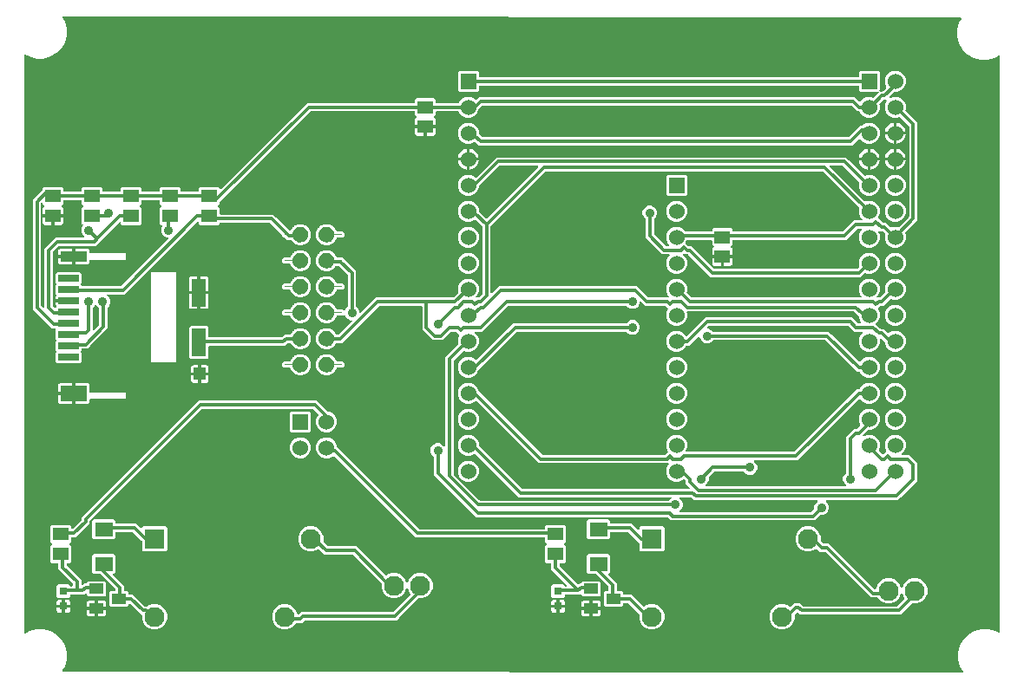
<source format=gbr>
G04 EAGLE Gerber RS-274X export*
G75*
%MOMM*%
%FSLAX34Y34*%
%LPD*%
%INTop Copper*%
%IPPOS*%
%AMOC8*
5,1,8,0,0,1.08239X$1,22.5*%
G01*
%ADD10R,2.000000X0.700000*%
%ADD11R,2.600000X1.000000*%
%ADD12R,2.600000X1.500000*%
%ADD13R,1.400000X2.700000*%
%ADD14R,1.200000X1.200000*%
%ADD15R,1.530000X1.530000*%
%ADD16C,1.530000*%
%ADD17R,1.500000X1.300000*%
%ADD18R,1.950000X1.950000*%
%ADD19C,1.950000*%
%ADD20R,1.400000X1.000000*%
%ADD21R,0.800000X0.800000*%
%ADD22C,1.943100*%
%ADD23R,1.800000X1.400000*%
%ADD24C,0.756400*%
%ADD25C,0.606400*%
%ADD26C,0.304800*%
%ADD27C,0.914400*%

G36*
X925484Y174067D02*
X925484Y174067D01*
X925579Y174076D01*
X925604Y174087D01*
X925632Y174091D01*
X925717Y174136D01*
X925804Y174174D01*
X925825Y174193D01*
X925849Y174206D01*
X925916Y174275D01*
X925986Y174340D01*
X926000Y174364D01*
X926019Y174384D01*
X926060Y174471D01*
X926106Y174555D01*
X926111Y174582D01*
X926123Y174607D01*
X926134Y174702D01*
X926151Y174796D01*
X926147Y174824D01*
X926150Y174851D01*
X926130Y174945D01*
X926117Y175040D01*
X926103Y175072D01*
X926098Y175092D01*
X926082Y175120D01*
X926049Y175194D01*
X923042Y180402D01*
X921259Y187056D01*
X921259Y193944D01*
X923042Y200598D01*
X926486Y206563D01*
X931357Y211434D01*
X937322Y214878D01*
X943976Y216661D01*
X950864Y216661D01*
X957518Y214878D01*
X960757Y213007D01*
X960847Y212974D01*
X960933Y212934D01*
X960961Y212930D01*
X960987Y212920D01*
X961083Y212917D01*
X961177Y212906D01*
X961205Y212912D01*
X961233Y212911D01*
X961325Y212939D01*
X961418Y212959D01*
X961442Y212973D01*
X961469Y212981D01*
X961547Y213036D01*
X961629Y213085D01*
X961647Y213106D01*
X961670Y213123D01*
X961727Y213199D01*
X961789Y213272D01*
X961799Y213298D01*
X961816Y213321D01*
X961845Y213411D01*
X961881Y213500D01*
X961885Y213535D01*
X961891Y213555D01*
X961891Y213588D01*
X961899Y213667D01*
X961899Y776397D01*
X961884Y776491D01*
X961875Y776586D01*
X961864Y776611D01*
X961860Y776639D01*
X961815Y776724D01*
X961777Y776811D01*
X961758Y776832D01*
X961744Y776857D01*
X961675Y776922D01*
X961611Y776993D01*
X961587Y777007D01*
X961566Y777026D01*
X961480Y777066D01*
X961396Y777113D01*
X961369Y777118D01*
X961343Y777130D01*
X961248Y777140D01*
X961155Y777158D01*
X961127Y777154D01*
X961099Y777157D01*
X961005Y777137D01*
X960911Y777123D01*
X960879Y777109D01*
X960858Y777105D01*
X960830Y777088D01*
X960757Y777056D01*
X956248Y774452D01*
X949594Y772669D01*
X942706Y772669D01*
X936052Y774452D01*
X930087Y777896D01*
X925216Y782767D01*
X921772Y788732D01*
X919989Y795386D01*
X919989Y802274D01*
X921772Y808928D01*
X924060Y812891D01*
X924094Y812980D01*
X924134Y813066D01*
X924137Y813094D01*
X924147Y813121D01*
X924151Y813216D01*
X924161Y813310D01*
X924155Y813338D01*
X924156Y813367D01*
X924129Y813458D01*
X924109Y813550D01*
X924095Y813575D01*
X924087Y813603D01*
X924032Y813680D01*
X923983Y813762D01*
X923962Y813780D01*
X923945Y813804D01*
X923869Y813860D01*
X923797Y813922D01*
X923770Y813933D01*
X923747Y813950D01*
X923657Y813979D01*
X923569Y814014D01*
X923533Y814018D01*
X923513Y814025D01*
X923480Y814024D01*
X923402Y814033D01*
X48223Y815176D01*
X48128Y815161D01*
X48033Y815152D01*
X48008Y815141D01*
X47980Y815137D01*
X47895Y815092D01*
X47808Y815054D01*
X47787Y815035D01*
X47763Y815022D01*
X47696Y814953D01*
X47626Y814888D01*
X47612Y814864D01*
X47593Y814844D01*
X47553Y814757D01*
X47506Y814673D01*
X47501Y814646D01*
X47489Y814621D01*
X47479Y814526D01*
X47461Y814432D01*
X47465Y814404D01*
X47462Y814377D01*
X47482Y814283D01*
X47495Y814188D01*
X47509Y814156D01*
X47514Y814136D01*
X47531Y814108D01*
X47563Y814034D01*
X49778Y810198D01*
X51561Y803544D01*
X51561Y796656D01*
X49778Y790002D01*
X46334Y784037D01*
X41463Y779166D01*
X35498Y775722D01*
X28844Y773939D01*
X21956Y773939D01*
X15302Y775722D01*
X11303Y778031D01*
X11214Y778065D01*
X11127Y778105D01*
X11099Y778108D01*
X11073Y778118D01*
X10977Y778122D01*
X10883Y778132D01*
X10855Y778126D01*
X10827Y778127D01*
X10735Y778100D01*
X10642Y778080D01*
X10618Y778066D01*
X10591Y778058D01*
X10513Y778003D01*
X10431Y777954D01*
X10413Y777932D01*
X10390Y777916D01*
X10333Y777840D01*
X10271Y777767D01*
X10261Y777741D01*
X10244Y777718D01*
X10215Y777627D01*
X10179Y777539D01*
X10175Y777504D01*
X10169Y777484D01*
X10169Y777451D01*
X10161Y777372D01*
X10161Y213228D01*
X10176Y213134D01*
X10185Y213039D01*
X10196Y213013D01*
X10200Y212985D01*
X10245Y212901D01*
X10283Y212814D01*
X10302Y212793D01*
X10316Y212768D01*
X10385Y212702D01*
X10449Y212632D01*
X10473Y212618D01*
X10494Y212598D01*
X10580Y212558D01*
X10664Y212512D01*
X10691Y212507D01*
X10717Y212495D01*
X10812Y212484D01*
X10905Y212467D01*
X10933Y212471D01*
X10961Y212468D01*
X11055Y212488D01*
X11149Y212501D01*
X11181Y212516D01*
X11202Y212520D01*
X11230Y212537D01*
X11303Y212569D01*
X15302Y214878D01*
X21956Y216661D01*
X28844Y216661D01*
X35498Y214878D01*
X41463Y211434D01*
X46334Y206563D01*
X49778Y200598D01*
X51561Y193944D01*
X51561Y187056D01*
X49778Y180402D01*
X47432Y176340D01*
X47399Y176251D01*
X47359Y176165D01*
X47356Y176137D01*
X47345Y176110D01*
X47342Y176015D01*
X47331Y175921D01*
X47337Y175893D01*
X47336Y175864D01*
X47363Y175773D01*
X47383Y175680D01*
X47398Y175656D01*
X47406Y175628D01*
X47461Y175550D01*
X47509Y175469D01*
X47531Y175450D01*
X47548Y175427D01*
X47624Y175371D01*
X47696Y175309D01*
X47723Y175298D01*
X47746Y175281D01*
X47836Y175252D01*
X47924Y175217D01*
X47960Y175213D01*
X47980Y175206D01*
X48013Y175207D01*
X48091Y175198D01*
X925389Y174052D01*
X925484Y174067D01*
G37*
%LPC*%
G36*
X640936Y322833D02*
X640936Y322833D01*
X638365Y325404D01*
X638291Y325457D01*
X638222Y325517D01*
X638192Y325529D01*
X638166Y325548D01*
X638079Y325575D01*
X637994Y325609D01*
X637953Y325613D01*
X637930Y325620D01*
X637898Y325619D01*
X637827Y325627D01*
X450944Y325627D01*
X409447Y367124D01*
X409447Y384850D01*
X409433Y384941D01*
X409425Y385031D01*
X409413Y385061D01*
X409408Y385093D01*
X409365Y385174D01*
X409329Y385258D01*
X409303Y385290D01*
X409292Y385311D01*
X409269Y385333D01*
X409224Y385389D01*
X407482Y387131D01*
X406399Y389745D01*
X406399Y392575D01*
X407482Y395189D01*
X409483Y397190D01*
X412097Y398273D01*
X414927Y398273D01*
X417541Y397190D01*
X419324Y395407D01*
X419382Y395365D01*
X419434Y395316D01*
X419481Y395294D01*
X419523Y395264D01*
X419592Y395243D01*
X419657Y395212D01*
X419709Y395207D01*
X419759Y395191D01*
X419830Y395193D01*
X419901Y395185D01*
X419952Y395196D01*
X420004Y395198D01*
X420072Y395222D01*
X420142Y395237D01*
X420187Y395264D01*
X420235Y395282D01*
X420291Y395327D01*
X420353Y395364D01*
X420387Y395403D01*
X420427Y395436D01*
X420466Y395496D01*
X420513Y395551D01*
X420532Y395599D01*
X420560Y395643D01*
X420578Y395712D01*
X420605Y395779D01*
X420613Y395850D01*
X420621Y395881D01*
X420619Y395905D01*
X420623Y395945D01*
X420623Y482252D01*
X433015Y494643D01*
X433083Y494738D01*
X433153Y494832D01*
X433155Y494838D01*
X433159Y494843D01*
X433193Y494954D01*
X433229Y495066D01*
X433229Y495072D01*
X433231Y495078D01*
X433228Y495195D01*
X433227Y495312D01*
X433225Y495319D01*
X433225Y495324D01*
X433218Y495342D01*
X433180Y495473D01*
X433039Y495813D01*
X433039Y499867D01*
X434519Y503440D01*
X434546Y503553D01*
X434574Y503667D01*
X434574Y503673D01*
X434575Y503679D01*
X434564Y503796D01*
X434555Y503912D01*
X434553Y503918D01*
X434552Y503924D01*
X434505Y504031D01*
X434459Y504139D01*
X434454Y504144D01*
X434452Y504149D01*
X434440Y504163D01*
X434354Y504269D01*
X431609Y507014D01*
X431535Y507067D01*
X431466Y507127D01*
X431436Y507139D01*
X431410Y507158D01*
X431322Y507185D01*
X431238Y507219D01*
X431197Y507223D01*
X431174Y507230D01*
X431142Y507229D01*
X431071Y507237D01*
X426687Y507237D01*
X426597Y507223D01*
X426506Y507215D01*
X426476Y507203D01*
X426444Y507198D01*
X426364Y507155D01*
X426280Y507119D01*
X426248Y507093D01*
X426227Y507082D01*
X426205Y507059D01*
X426149Y507014D01*
X417990Y498855D01*
X409034Y498855D01*
X398271Y509618D01*
X398271Y531622D01*
X398268Y531642D01*
X398270Y531661D01*
X398248Y531763D01*
X398232Y531865D01*
X398222Y531882D01*
X398218Y531902D01*
X398165Y531991D01*
X398116Y532082D01*
X398102Y532096D01*
X398092Y532113D01*
X398013Y532180D01*
X397938Y532252D01*
X397920Y532260D01*
X397905Y532273D01*
X397809Y532312D01*
X397715Y532355D01*
X397695Y532357D01*
X397677Y532365D01*
X397510Y532383D01*
X356837Y532383D01*
X356747Y532369D01*
X356656Y532361D01*
X356626Y532349D01*
X356594Y532344D01*
X356514Y532301D01*
X356430Y532265D01*
X356398Y532239D01*
X356377Y532228D01*
X356355Y532205D01*
X356299Y532160D01*
X320200Y496061D01*
X314584Y496061D01*
X314581Y496061D01*
X314579Y496061D01*
X314458Y496041D01*
X314341Y496022D01*
X314339Y496020D01*
X314336Y496020D01*
X314229Y495962D01*
X314123Y495906D01*
X314122Y495905D01*
X314120Y495904D01*
X314037Y495815D01*
X313954Y495728D01*
X313953Y495726D01*
X313951Y495724D01*
X313874Y495575D01*
X313568Y494788D01*
X313540Y494753D01*
X313539Y494749D01*
X313536Y494745D01*
X313530Y494729D01*
X313495Y494693D01*
X313458Y494626D01*
X312912Y494080D01*
X312808Y493950D01*
X312332Y493199D01*
X312298Y493170D01*
X311562Y492649D01*
X311544Y492631D01*
X311450Y492552D01*
X310811Y491879D01*
X310772Y491858D01*
X310750Y491848D01*
X310705Y491818D01*
X310654Y491796D01*
X310598Y491751D01*
X309948Y491482D01*
X309947Y491482D01*
X309946Y491481D01*
X309800Y491400D01*
X309064Y490879D01*
X309022Y490866D01*
X309021Y490865D01*
X308143Y490662D01*
X308120Y490653D01*
X308003Y490615D01*
X307220Y490264D01*
X307199Y490261D01*
X307093Y490253D01*
X307077Y490246D01*
X307060Y490244D01*
X306964Y490198D01*
X306943Y490189D01*
X306182Y490189D01*
X306180Y490189D01*
X306177Y490189D01*
X306011Y490170D01*
X305756Y490111D01*
X305676Y490078D01*
X305550Y490063D01*
X305549Y490063D01*
X305548Y490063D01*
X305338Y490014D01*
X305281Y490050D01*
X305197Y490085D01*
X305116Y490127D01*
X305075Y490136D01*
X305054Y490145D01*
X305022Y490147D01*
X304952Y490162D01*
X304710Y490186D01*
X304684Y490184D01*
X304635Y490189D01*
X303884Y490189D01*
X303782Y490173D01*
X303681Y490162D01*
X303657Y490152D01*
X303641Y490150D01*
X303612Y490134D01*
X303605Y490131D01*
X303523Y490156D01*
X303495Y490160D01*
X303468Y490171D01*
X303302Y490189D01*
X302773Y490189D01*
X302285Y490392D01*
X302257Y490398D01*
X302232Y490411D01*
X302068Y490446D01*
X301835Y490469D01*
X301767Y490498D01*
X301761Y490499D01*
X301756Y490501D01*
X301739Y490502D01*
X300962Y490918D01*
X300939Y490926D01*
X300824Y490975D01*
X299958Y491238D01*
X299898Y491280D01*
X299892Y491281D01*
X299887Y491285D01*
X299871Y491289D01*
X299707Y491424D01*
X299683Y491438D01*
X299663Y491458D01*
X299516Y491538D01*
X299027Y491741D01*
X298654Y492115D01*
X298631Y492131D01*
X298613Y492153D01*
X298474Y492248D01*
X298267Y492358D01*
X298216Y492411D01*
X298211Y492414D01*
X298207Y492418D01*
X298192Y492426D01*
X297633Y493107D01*
X297615Y493123D01*
X297527Y493213D01*
X296828Y493787D01*
X296789Y493848D01*
X296784Y493852D01*
X296781Y493857D01*
X296767Y493867D01*
X296668Y494054D01*
X296650Y494077D01*
X296639Y494103D01*
X296535Y494234D01*
X296161Y494607D01*
X295958Y495096D01*
X295944Y495120D01*
X295935Y495147D01*
X295844Y495287D01*
X295695Y495468D01*
X295668Y495537D01*
X295664Y495542D01*
X295662Y495547D01*
X295651Y495560D01*
X295395Y496404D01*
X295385Y496425D01*
X295338Y496542D01*
X294912Y497339D01*
X294899Y497412D01*
X294896Y497417D01*
X294895Y497423D01*
X294887Y497437D01*
X294866Y497648D01*
X294859Y497675D01*
X294858Y497704D01*
X294813Y497861D01*
X294812Y497863D01*
X294812Y497865D01*
X294609Y498353D01*
X294609Y498882D01*
X294605Y498909D01*
X294607Y498938D01*
X294576Y499103D01*
X294508Y499327D01*
X294510Y499400D01*
X294508Y499406D01*
X294508Y499412D01*
X294503Y499428D01*
X294589Y500305D01*
X294588Y500329D01*
X294589Y500455D01*
X294501Y501355D01*
X294517Y501426D01*
X294516Y501432D01*
X294517Y501438D01*
X294515Y501455D01*
X294576Y501657D01*
X294580Y501685D01*
X294591Y501712D01*
X294609Y501878D01*
X294609Y502407D01*
X294812Y502895D01*
X294818Y502923D01*
X294831Y502948D01*
X294866Y503112D01*
X294889Y503345D01*
X294918Y503413D01*
X294919Y503419D01*
X294921Y503424D01*
X294922Y503441D01*
X295338Y504218D01*
X295346Y504241D01*
X295395Y504356D01*
X295658Y505222D01*
X295700Y505282D01*
X295701Y505288D01*
X295705Y505293D01*
X295709Y505309D01*
X295844Y505473D01*
X295858Y505497D01*
X295878Y505517D01*
X295882Y505525D01*
X295885Y505529D01*
X295892Y505544D01*
X295958Y505664D01*
X296161Y506153D01*
X296535Y506526D01*
X296551Y506549D01*
X296573Y506567D01*
X296668Y506706D01*
X296778Y506912D01*
X296831Y506963D01*
X296834Y506969D01*
X296838Y506973D01*
X296846Y506988D01*
X297527Y507547D01*
X297543Y507565D01*
X297633Y507653D01*
X298207Y508352D01*
X298268Y508391D01*
X298272Y508396D01*
X298277Y508400D01*
X298287Y508413D01*
X298474Y508512D01*
X298497Y508530D01*
X298523Y508541D01*
X298654Y508645D01*
X299027Y509019D01*
X299516Y509222D01*
X299540Y509236D01*
X299567Y509245D01*
X299707Y509336D01*
X299888Y509485D01*
X299957Y509512D01*
X299962Y509516D01*
X299967Y509518D01*
X299980Y509529D01*
X300824Y509785D01*
X300845Y509795D01*
X300862Y509802D01*
X300866Y509803D01*
X300873Y509807D01*
X300962Y509842D01*
X301759Y510268D01*
X301831Y510281D01*
X301837Y510284D01*
X301843Y510285D01*
X301857Y510293D01*
X302068Y510314D01*
X302095Y510321D01*
X302124Y510322D01*
X302285Y510368D01*
X302773Y510571D01*
X303302Y510571D01*
X303329Y510575D01*
X303358Y510573D01*
X303523Y510604D01*
X303612Y510631D01*
X303622Y510628D01*
X303717Y510589D01*
X303743Y510586D01*
X303758Y510581D01*
X303790Y510581D01*
X303884Y510571D01*
X304635Y510571D01*
X304661Y510575D01*
X304710Y510574D01*
X304952Y510598D01*
X305040Y510622D01*
X305129Y510638D01*
X305167Y510655D01*
X305189Y510662D01*
X305216Y510679D01*
X305281Y510710D01*
X305338Y510746D01*
X305548Y510697D01*
X305588Y510694D01*
X305627Y510683D01*
X305651Y510683D01*
X305658Y510679D01*
X305689Y510673D01*
X305756Y510649D01*
X306011Y510590D01*
X306013Y510590D01*
X306015Y510589D01*
X306182Y510571D01*
X306927Y510571D01*
X306936Y510564D01*
X307036Y510533D01*
X307137Y510498D01*
X307154Y510497D01*
X307171Y510492D01*
X307226Y510494D01*
X308003Y510145D01*
X308027Y510138D01*
X308143Y510098D01*
X309047Y509889D01*
X309085Y509866D01*
X309086Y509866D01*
X309800Y509360D01*
X309801Y509360D01*
X309801Y509359D01*
X309948Y509278D01*
X310592Y509011D01*
X310606Y508997D01*
X310699Y508942D01*
X310723Y508925D01*
X310734Y508921D01*
X310750Y508912D01*
X310796Y508892D01*
X310829Y508862D01*
X311450Y508208D01*
X311470Y508193D01*
X311562Y508111D01*
X312319Y507575D01*
X312346Y507539D01*
X312808Y506810D01*
X312912Y506680D01*
X313455Y506137D01*
X313464Y506114D01*
X313528Y506030D01*
X313544Y506004D01*
X313553Y505996D01*
X313556Y505993D01*
X313578Y505948D01*
X313904Y505107D01*
X313917Y505086D01*
X313971Y504975D01*
X314244Y504544D01*
X314278Y504506D01*
X314305Y504461D01*
X314359Y504414D01*
X314407Y504361D01*
X314452Y504335D01*
X314492Y504301D01*
X314558Y504274D01*
X314621Y504239D01*
X314672Y504229D01*
X314720Y504209D01*
X314835Y504196D01*
X314862Y504191D01*
X314872Y504192D01*
X314887Y504191D01*
X316517Y504191D01*
X316607Y504205D01*
X316698Y504213D01*
X316728Y504225D01*
X316760Y504230D01*
X316840Y504273D01*
X316924Y504309D01*
X316956Y504335D01*
X316977Y504346D01*
X316999Y504369D01*
X317055Y504414D01*
X329501Y516860D01*
X329543Y516918D01*
X329593Y516970D01*
X329615Y517017D01*
X329645Y517059D01*
X329666Y517128D01*
X329696Y517193D01*
X329702Y517245D01*
X329717Y517295D01*
X329715Y517366D01*
X329723Y517437D01*
X329712Y517488D01*
X329711Y517540D01*
X329686Y517608D01*
X329671Y517678D01*
X329644Y517723D01*
X329626Y517771D01*
X329582Y517827D01*
X329545Y517889D01*
X329505Y517923D01*
X329473Y517963D01*
X329412Y518002D01*
X329358Y518049D01*
X329310Y518068D01*
X329266Y518096D01*
X329196Y518114D01*
X329130Y518141D01*
X329058Y518149D01*
X329027Y518157D01*
X329004Y518155D01*
X328963Y518159D01*
X328277Y518159D01*
X325663Y519242D01*
X323662Y521243D01*
X322989Y522867D01*
X322965Y522906D01*
X322949Y522949D01*
X322901Y523010D01*
X322860Y523076D01*
X322824Y523105D01*
X322796Y523141D01*
X322730Y523183D01*
X322670Y523233D01*
X322627Y523249D01*
X322589Y523274D01*
X322513Y523293D01*
X322441Y523321D01*
X322395Y523323D01*
X322350Y523334D01*
X322273Y523328D01*
X322195Y523331D01*
X322151Y523319D01*
X322105Y523315D01*
X322034Y523285D01*
X321959Y523263D01*
X321921Y523237D01*
X321879Y523219D01*
X321772Y523133D01*
X321757Y523123D01*
X321754Y523119D01*
X321748Y523114D01*
X321173Y522539D01*
X315210Y522539D01*
X315135Y522527D01*
X315058Y522524D01*
X315014Y522507D01*
X314967Y522500D01*
X314900Y522464D01*
X314828Y522437D01*
X314792Y522406D01*
X314750Y522384D01*
X314697Y522329D01*
X314638Y522280D01*
X314613Y522240D01*
X314581Y522206D01*
X314548Y522137D01*
X314508Y522072D01*
X314494Y522023D01*
X314453Y521946D01*
X313971Y521185D01*
X313961Y521162D01*
X313904Y521053D01*
X313568Y520188D01*
X313540Y520153D01*
X313539Y520149D01*
X313536Y520145D01*
X313530Y520129D01*
X313495Y520093D01*
X313458Y520026D01*
X312912Y519480D01*
X312808Y519350D01*
X312332Y518599D01*
X312298Y518570D01*
X311562Y518049D01*
X311544Y518031D01*
X311450Y517952D01*
X310811Y517279D01*
X310772Y517258D01*
X310750Y517248D01*
X310705Y517218D01*
X310654Y517196D01*
X310598Y517151D01*
X309948Y516882D01*
X309947Y516882D01*
X309946Y516881D01*
X309800Y516800D01*
X309064Y516279D01*
X309022Y516266D01*
X309021Y516265D01*
X308143Y516062D01*
X308120Y516053D01*
X308003Y516015D01*
X307220Y515664D01*
X307199Y515661D01*
X307093Y515653D01*
X307077Y515646D01*
X307060Y515644D01*
X306964Y515598D01*
X306943Y515589D01*
X306182Y515589D01*
X306180Y515589D01*
X306177Y515589D01*
X306011Y515570D01*
X305756Y515511D01*
X305676Y515478D01*
X305550Y515463D01*
X305549Y515463D01*
X305548Y515463D01*
X305338Y515414D01*
X305281Y515450D01*
X305197Y515485D01*
X305116Y515527D01*
X305075Y515536D01*
X305054Y515545D01*
X305022Y515547D01*
X304952Y515562D01*
X304710Y515586D01*
X304684Y515584D01*
X304635Y515589D01*
X303884Y515589D01*
X303782Y515573D01*
X303681Y515562D01*
X303657Y515552D01*
X303641Y515550D01*
X303612Y515534D01*
X303605Y515531D01*
X303523Y515556D01*
X303495Y515560D01*
X303468Y515571D01*
X303302Y515589D01*
X302773Y515589D01*
X302285Y515792D01*
X302257Y515798D01*
X302232Y515811D01*
X302128Y515833D01*
X302125Y515834D01*
X302118Y515835D01*
X302068Y515846D01*
X301835Y515869D01*
X301767Y515898D01*
X301761Y515899D01*
X301756Y515901D01*
X301739Y515902D01*
X300962Y516318D01*
X300939Y516326D01*
X300824Y516375D01*
X299958Y516638D01*
X299898Y516680D01*
X299892Y516681D01*
X299887Y516685D01*
X299871Y516689D01*
X299707Y516824D01*
X299683Y516838D01*
X299663Y516858D01*
X299516Y516938D01*
X299027Y517141D01*
X298654Y517515D01*
X298631Y517531D01*
X298613Y517553D01*
X298474Y517648D01*
X298267Y517758D01*
X298216Y517811D01*
X298211Y517814D01*
X298207Y517818D01*
X298192Y517826D01*
X297633Y518507D01*
X297615Y518523D01*
X297527Y518613D01*
X296828Y519187D01*
X296789Y519248D01*
X296784Y519252D01*
X296781Y519257D01*
X296767Y519267D01*
X296668Y519454D01*
X296650Y519477D01*
X296639Y519503D01*
X296535Y519634D01*
X296161Y520007D01*
X295958Y520496D01*
X295944Y520520D01*
X295935Y520547D01*
X295844Y520687D01*
X295695Y520868D01*
X295668Y520937D01*
X295664Y520942D01*
X295662Y520947D01*
X295651Y520960D01*
X295395Y521804D01*
X295385Y521825D01*
X295338Y521942D01*
X294912Y522739D01*
X294899Y522812D01*
X294896Y522817D01*
X294895Y522823D01*
X294887Y522837D01*
X294866Y523048D01*
X294859Y523075D01*
X294858Y523104D01*
X294812Y523265D01*
X294609Y523753D01*
X294609Y524282D01*
X294605Y524309D01*
X294607Y524338D01*
X294576Y524503D01*
X294508Y524727D01*
X294510Y524800D01*
X294508Y524806D01*
X294508Y524812D01*
X294503Y524828D01*
X294589Y525705D01*
X294588Y525729D01*
X294589Y525785D01*
X294589Y525789D01*
X294589Y525790D01*
X294589Y525855D01*
X294501Y526755D01*
X294517Y526826D01*
X294516Y526832D01*
X294517Y526838D01*
X294515Y526855D01*
X294576Y527057D01*
X294577Y527062D01*
X294579Y527067D01*
X294582Y527089D01*
X294591Y527112D01*
X294609Y527278D01*
X294609Y527807D01*
X294812Y528295D01*
X294818Y528323D01*
X294831Y528348D01*
X294866Y528512D01*
X294889Y528745D01*
X294918Y528813D01*
X294919Y528819D01*
X294921Y528824D01*
X294922Y528841D01*
X295338Y529618D01*
X295346Y529641D01*
X295395Y529756D01*
X295658Y530622D01*
X295700Y530682D01*
X295701Y530688D01*
X295705Y530693D01*
X295709Y530709D01*
X295844Y530873D01*
X295858Y530897D01*
X295878Y530917D01*
X295958Y531064D01*
X296161Y531553D01*
X296535Y531926D01*
X296551Y531949D01*
X296573Y531967D01*
X296668Y532106D01*
X296778Y532312D01*
X296831Y532363D01*
X296834Y532369D01*
X296838Y532373D01*
X296846Y532388D01*
X297527Y532947D01*
X297543Y532965D01*
X297633Y533053D01*
X298207Y533752D01*
X298268Y533791D01*
X298272Y533796D01*
X298277Y533800D01*
X298287Y533813D01*
X298474Y533912D01*
X298497Y533930D01*
X298523Y533941D01*
X298654Y534045D01*
X299027Y534419D01*
X299516Y534622D01*
X299540Y534636D01*
X299567Y534645D01*
X299707Y534736D01*
X299888Y534885D01*
X299957Y534912D01*
X299962Y534916D01*
X299967Y534918D01*
X299980Y534929D01*
X300824Y535185D01*
X300845Y535195D01*
X300962Y535242D01*
X301759Y535668D01*
X301831Y535681D01*
X301837Y535684D01*
X301843Y535685D01*
X301857Y535693D01*
X302068Y535714D01*
X302095Y535721D01*
X302124Y535722D01*
X302285Y535768D01*
X302773Y535971D01*
X303302Y535971D01*
X303329Y535975D01*
X303358Y535973D01*
X303523Y536004D01*
X303612Y536031D01*
X303622Y536028D01*
X303717Y535989D01*
X303743Y535986D01*
X303758Y535981D01*
X303790Y535981D01*
X303884Y535971D01*
X304635Y535971D01*
X304661Y535975D01*
X304710Y535974D01*
X304952Y535998D01*
X305040Y536022D01*
X305129Y536038D01*
X305167Y536055D01*
X305189Y536062D01*
X305216Y536079D01*
X305281Y536110D01*
X305338Y536146D01*
X305548Y536097D01*
X305588Y536094D01*
X305627Y536083D01*
X305651Y536083D01*
X305658Y536079D01*
X305689Y536073D01*
X305756Y536049D01*
X306011Y535990D01*
X306013Y535990D01*
X306015Y535989D01*
X306182Y535971D01*
X306927Y535971D01*
X306936Y535964D01*
X307036Y535933D01*
X307137Y535898D01*
X307154Y535897D01*
X307171Y535892D01*
X307226Y535894D01*
X308003Y535545D01*
X308027Y535538D01*
X308143Y535498D01*
X309047Y535289D01*
X309085Y535266D01*
X309086Y535266D01*
X309800Y534760D01*
X309801Y534760D01*
X309801Y534759D01*
X309948Y534678D01*
X310592Y534411D01*
X310606Y534397D01*
X310699Y534342D01*
X310723Y534325D01*
X310734Y534321D01*
X310750Y534312D01*
X310796Y534292D01*
X310829Y534262D01*
X311450Y533608D01*
X311470Y533593D01*
X311562Y533511D01*
X312319Y532975D01*
X312346Y532939D01*
X312808Y532210D01*
X312880Y532120D01*
X312886Y532110D01*
X312893Y532104D01*
X312912Y532080D01*
X313455Y531537D01*
X313464Y531514D01*
X313528Y531430D01*
X313544Y531404D01*
X313553Y531396D01*
X313556Y531393D01*
X313578Y531348D01*
X313904Y530507D01*
X313917Y530486D01*
X313971Y530375D01*
X314467Y529592D01*
X314478Y529549D01*
X314481Y529545D01*
X314482Y529540D01*
X314500Y529514D01*
X314502Y529502D01*
X314526Y529462D01*
X314542Y529417D01*
X314589Y529357D01*
X314628Y529291D01*
X314664Y529260D01*
X314693Y529223D01*
X314757Y529181D01*
X314815Y529131D01*
X314859Y529113D01*
X314898Y529087D01*
X314972Y529068D01*
X315043Y529039D01*
X315106Y529032D01*
X315136Y529024D01*
X315162Y529026D01*
X315210Y529021D01*
X321173Y529021D01*
X322045Y528148D01*
X322083Y528122D01*
X322114Y528088D01*
X322182Y528050D01*
X322245Y528005D01*
X322289Y527991D01*
X322329Y527969D01*
X322406Y527955D01*
X322480Y527933D01*
X322526Y527934D01*
X322571Y527926D01*
X322648Y527937D01*
X322726Y527939D01*
X322769Y527955D01*
X322815Y527961D01*
X322884Y527997D01*
X322957Y528023D01*
X322993Y528052D01*
X323034Y528073D01*
X323088Y528128D01*
X323149Y528177D01*
X323174Y528216D01*
X323206Y528248D01*
X323272Y528368D01*
X323282Y528384D01*
X323283Y528389D01*
X323287Y528395D01*
X323662Y529301D01*
X325404Y531043D01*
X325457Y531117D01*
X325517Y531187D01*
X325529Y531217D01*
X325548Y531243D01*
X325575Y531330D01*
X325609Y531415D01*
X325613Y531456D01*
X325620Y531478D01*
X325619Y531510D01*
X325627Y531582D01*
X325627Y562389D01*
X325613Y562479D01*
X325605Y562570D01*
X325593Y562600D01*
X325588Y562632D01*
X325545Y562712D01*
X325509Y562796D01*
X325483Y562828D01*
X325472Y562849D01*
X325449Y562871D01*
X325404Y562927D01*
X317055Y571276D01*
X316981Y571329D01*
X316912Y571389D01*
X316882Y571401D01*
X316856Y571420D01*
X316769Y571447D01*
X316684Y571481D01*
X316643Y571485D01*
X316620Y571492D01*
X316588Y571491D01*
X316517Y571499D01*
X314288Y571499D01*
X314285Y571499D01*
X314283Y571499D01*
X314164Y571479D01*
X314045Y571460D01*
X314043Y571458D01*
X314041Y571458D01*
X313933Y571400D01*
X313828Y571344D01*
X313826Y571343D01*
X313824Y571341D01*
X313742Y571254D01*
X313658Y571166D01*
X313657Y571164D01*
X313656Y571162D01*
X313578Y571013D01*
X313568Y570988D01*
X313540Y570953D01*
X313539Y570949D01*
X313536Y570945D01*
X313530Y570929D01*
X313495Y570893D01*
X313458Y570826D01*
X312912Y570281D01*
X312912Y570280D01*
X312808Y570150D01*
X312332Y569399D01*
X312298Y569370D01*
X311562Y568849D01*
X311544Y568831D01*
X311450Y568752D01*
X310811Y568079D01*
X310772Y568058D01*
X310750Y568048D01*
X310705Y568018D01*
X310654Y567996D01*
X310598Y567951D01*
X309948Y567682D01*
X309947Y567682D01*
X309946Y567681D01*
X309800Y567600D01*
X309064Y567079D01*
X309022Y567066D01*
X309021Y567065D01*
X308143Y566862D01*
X308120Y566853D01*
X308003Y566815D01*
X307220Y566464D01*
X307199Y566461D01*
X307093Y566453D01*
X307077Y566446D01*
X307060Y566444D01*
X306964Y566398D01*
X306943Y566389D01*
X306182Y566389D01*
X306180Y566389D01*
X306177Y566389D01*
X306011Y566370D01*
X305756Y566311D01*
X305676Y566278D01*
X305550Y566263D01*
X305549Y566263D01*
X305548Y566263D01*
X305338Y566214D01*
X305281Y566250D01*
X305196Y566285D01*
X305116Y566327D01*
X305075Y566336D01*
X305054Y566345D01*
X305022Y566347D01*
X304952Y566362D01*
X304710Y566386D01*
X304684Y566384D01*
X304635Y566389D01*
X303884Y566389D01*
X303783Y566373D01*
X303681Y566362D01*
X303657Y566352D01*
X303641Y566350D01*
X303612Y566334D01*
X303605Y566331D01*
X303522Y566356D01*
X303495Y566360D01*
X303468Y566371D01*
X303302Y566389D01*
X302773Y566389D01*
X302285Y566592D01*
X302257Y566598D01*
X302232Y566611D01*
X302068Y566646D01*
X301835Y566669D01*
X301767Y566698D01*
X301761Y566699D01*
X301756Y566701D01*
X301739Y566702D01*
X300962Y567118D01*
X300939Y567126D01*
X300824Y567175D01*
X299958Y567438D01*
X299898Y567480D01*
X299892Y567481D01*
X299887Y567485D01*
X299871Y567489D01*
X299707Y567624D01*
X299683Y567638D01*
X299663Y567658D01*
X299516Y567738D01*
X299027Y567941D01*
X298654Y568315D01*
X298631Y568331D01*
X298613Y568353D01*
X298474Y568448D01*
X298267Y568558D01*
X298216Y568611D01*
X298211Y568614D01*
X298207Y568618D01*
X298192Y568626D01*
X297633Y569307D01*
X297615Y569323D01*
X297527Y569413D01*
X296828Y569987D01*
X296789Y570048D01*
X296784Y570052D01*
X296781Y570057D01*
X296767Y570067D01*
X296668Y570254D01*
X296650Y570277D01*
X296639Y570303D01*
X296584Y570371D01*
X296572Y570393D01*
X296558Y570404D01*
X296535Y570434D01*
X296161Y570807D01*
X295958Y571296D01*
X295944Y571320D01*
X295935Y571347D01*
X295844Y571487D01*
X295695Y571668D01*
X295668Y571737D01*
X295664Y571742D01*
X295662Y571747D01*
X295651Y571760D01*
X295395Y572604D01*
X295385Y572625D01*
X295338Y572742D01*
X294912Y573539D01*
X294899Y573612D01*
X294896Y573617D01*
X294895Y573623D01*
X294887Y573637D01*
X294866Y573848D01*
X294859Y573875D01*
X294858Y573904D01*
X294812Y574065D01*
X294609Y574553D01*
X294609Y575082D01*
X294605Y575109D01*
X294607Y575138D01*
X294576Y575302D01*
X294508Y575527D01*
X294510Y575600D01*
X294508Y575606D01*
X294508Y575612D01*
X294503Y575628D01*
X294589Y576505D01*
X294588Y576529D01*
X294589Y576655D01*
X294501Y577555D01*
X294517Y577626D01*
X294516Y577632D01*
X294517Y577638D01*
X294515Y577655D01*
X294576Y577858D01*
X294580Y577885D01*
X294591Y577912D01*
X294609Y578078D01*
X294609Y578607D01*
X294812Y579095D01*
X294818Y579123D01*
X294831Y579148D01*
X294866Y579312D01*
X294889Y579545D01*
X294907Y579587D01*
X294910Y579593D01*
X294918Y579613D01*
X294919Y579619D01*
X294921Y579624D01*
X294922Y579641D01*
X295338Y580418D01*
X295346Y580441D01*
X295395Y580556D01*
X295658Y581422D01*
X295700Y581482D01*
X295701Y581488D01*
X295705Y581493D01*
X295709Y581509D01*
X295844Y581673D01*
X295858Y581697D01*
X295878Y581717D01*
X295958Y581864D01*
X296161Y582353D01*
X296534Y582726D01*
X296551Y582749D01*
X296573Y582767D01*
X296668Y582906D01*
X296778Y583112D01*
X296831Y583163D01*
X296834Y583169D01*
X296838Y583173D01*
X296846Y583188D01*
X297527Y583747D01*
X297543Y583765D01*
X297633Y583853D01*
X298207Y584552D01*
X298268Y584591D01*
X298272Y584596D01*
X298277Y584600D01*
X298287Y584613D01*
X298474Y584712D01*
X298497Y584730D01*
X298523Y584741D01*
X298654Y584846D01*
X299027Y585219D01*
X299516Y585422D01*
X299540Y585436D01*
X299567Y585445D01*
X299707Y585536D01*
X299888Y585685D01*
X299957Y585712D01*
X299962Y585716D01*
X299967Y585718D01*
X299980Y585729D01*
X300824Y585985D01*
X300845Y585995D01*
X300962Y586042D01*
X301759Y586468D01*
X301831Y586481D01*
X301837Y586484D01*
X301843Y586485D01*
X301857Y586493D01*
X302068Y586514D01*
X302095Y586521D01*
X302124Y586522D01*
X302285Y586568D01*
X302773Y586771D01*
X303302Y586771D01*
X303329Y586775D01*
X303358Y586773D01*
X303522Y586804D01*
X303612Y586831D01*
X303622Y586828D01*
X303717Y586789D01*
X303743Y586786D01*
X303758Y586781D01*
X303790Y586781D01*
X303884Y586771D01*
X304635Y586771D01*
X304661Y586775D01*
X304710Y586774D01*
X304952Y586798D01*
X305040Y586822D01*
X305129Y586838D01*
X305167Y586855D01*
X305189Y586862D01*
X305216Y586879D01*
X305281Y586910D01*
X305338Y586946D01*
X305548Y586897D01*
X305588Y586894D01*
X305627Y586883D01*
X305651Y586883D01*
X305658Y586879D01*
X305689Y586873D01*
X305756Y586849D01*
X306011Y586790D01*
X306013Y586790D01*
X306015Y586789D01*
X306182Y586771D01*
X306927Y586771D01*
X306936Y586764D01*
X307036Y586733D01*
X307137Y586698D01*
X307154Y586697D01*
X307171Y586692D01*
X307226Y586694D01*
X308003Y586345D01*
X308027Y586338D01*
X308143Y586298D01*
X309047Y586089D01*
X309085Y586066D01*
X309086Y586066D01*
X309800Y585560D01*
X309801Y585559D01*
X309802Y585559D01*
X309948Y585478D01*
X310592Y585211D01*
X310606Y585197D01*
X310699Y585142D01*
X310723Y585125D01*
X310734Y585121D01*
X310750Y585112D01*
X310796Y585092D01*
X310829Y585062D01*
X311450Y584408D01*
X311470Y584393D01*
X311562Y584311D01*
X312319Y583775D01*
X312346Y583739D01*
X312808Y583010D01*
X312912Y582879D01*
X313455Y582337D01*
X313464Y582314D01*
X313527Y582231D01*
X313544Y582205D01*
X313553Y582197D01*
X313556Y582193D01*
X313578Y582148D01*
X313904Y581307D01*
X313917Y581286D01*
X313971Y581175D01*
X314467Y580392D01*
X314478Y580349D01*
X314481Y580345D01*
X314482Y580340D01*
X314500Y580314D01*
X314502Y580302D01*
X314526Y580262D01*
X314542Y580217D01*
X314589Y580157D01*
X314628Y580091D01*
X314664Y580060D01*
X314693Y580023D01*
X314757Y579981D01*
X314815Y579931D01*
X314859Y579913D01*
X314898Y579887D01*
X314972Y579868D01*
X315043Y579839D01*
X315106Y579832D01*
X315136Y579824D01*
X315162Y579826D01*
X315210Y579821D01*
X321173Y579821D01*
X322691Y578303D01*
X322691Y577453D01*
X322705Y577363D01*
X322713Y577272D01*
X322725Y577242D01*
X322730Y577210D01*
X322773Y577130D01*
X322809Y577046D01*
X322835Y577014D01*
X322846Y576993D01*
X322869Y576971D01*
X322914Y576915D01*
X333757Y566072D01*
X333757Y531582D01*
X333771Y531491D01*
X333779Y531401D01*
X333791Y531371D01*
X333796Y531339D01*
X333839Y531258D01*
X333875Y531174D01*
X333901Y531142D01*
X333912Y531121D01*
X333935Y531099D01*
X333980Y531043D01*
X335722Y529301D01*
X336805Y526687D01*
X336805Y526001D01*
X336816Y525930D01*
X336818Y525858D01*
X336836Y525810D01*
X336844Y525758D01*
X336878Y525695D01*
X336903Y525627D01*
X336935Y525587D01*
X336960Y525541D01*
X337012Y525491D01*
X337056Y525435D01*
X337100Y525407D01*
X337138Y525371D01*
X337203Y525341D01*
X337263Y525302D01*
X337314Y525290D01*
X337361Y525268D01*
X337432Y525260D01*
X337502Y525242D01*
X337554Y525246D01*
X337605Y525241D01*
X337676Y525256D01*
X337747Y525262D01*
X337795Y525282D01*
X337846Y525293D01*
X337907Y525330D01*
X337973Y525358D01*
X338029Y525403D01*
X338057Y525419D01*
X338072Y525437D01*
X338104Y525463D01*
X350550Y537909D01*
X353154Y540513D01*
X428277Y540513D01*
X428367Y540527D01*
X428458Y540535D01*
X428488Y540547D01*
X428520Y540552D01*
X428600Y540595D01*
X428684Y540631D01*
X428716Y540657D01*
X428737Y540668D01*
X428759Y540691D01*
X428815Y540736D01*
X433164Y545084D01*
X433231Y545178D01*
X433302Y545273D01*
X433304Y545279D01*
X433307Y545284D01*
X433341Y545395D01*
X433378Y545507D01*
X433378Y545513D01*
X433380Y545519D01*
X433377Y545636D01*
X433376Y545753D01*
X433373Y545760D01*
X433373Y545765D01*
X433367Y545782D01*
X433329Y545914D01*
X433039Y546613D01*
X433039Y550667D01*
X434591Y554413D01*
X437457Y557279D01*
X441203Y558831D01*
X445257Y558831D01*
X449003Y557279D01*
X451869Y554413D01*
X453421Y550667D01*
X453421Y546613D01*
X451869Y542867D01*
X450814Y541812D01*
X450772Y541754D01*
X450723Y541702D01*
X450701Y541655D01*
X450671Y541613D01*
X450649Y541544D01*
X450619Y541479D01*
X450614Y541427D01*
X450598Y541377D01*
X450600Y541306D01*
X450592Y541235D01*
X450603Y541184D01*
X450605Y541132D01*
X450629Y541064D01*
X450644Y540994D01*
X450671Y540949D01*
X450689Y540901D01*
X450734Y540845D01*
X450771Y540783D01*
X450810Y540749D01*
X450843Y540709D01*
X450903Y540670D01*
X450958Y540623D01*
X451006Y540604D01*
X451050Y540576D01*
X451119Y540558D01*
X451186Y540531D01*
X451257Y540523D01*
X451288Y540515D01*
X451311Y540517D01*
X451352Y540513D01*
X453423Y540513D01*
X453513Y540527D01*
X453604Y540535D01*
X453634Y540547D01*
X453666Y540552D01*
X453746Y540595D01*
X453830Y540631D01*
X453862Y540657D01*
X453883Y540668D01*
X453905Y540691D01*
X453961Y540736D01*
X456722Y543497D01*
X456767Y543558D01*
X456798Y543591D01*
X456803Y543603D01*
X456835Y543640D01*
X456847Y543670D01*
X456866Y543696D01*
X456893Y543783D01*
X456927Y543868D01*
X456931Y543909D01*
X456938Y543932D01*
X456937Y543964D01*
X456945Y544035D01*
X456945Y609887D01*
X456931Y609977D01*
X456923Y610068D01*
X456911Y610098D01*
X456906Y610130D01*
X456863Y610210D01*
X456827Y610294D01*
X456801Y610326D01*
X456790Y610347D01*
X456767Y610369D01*
X456722Y610425D01*
X450513Y616635D01*
X450497Y616646D01*
X450484Y616662D01*
X450397Y616718D01*
X450313Y616778D01*
X450294Y616784D01*
X450277Y616795D01*
X450177Y616820D01*
X450078Y616851D01*
X450058Y616850D01*
X450039Y616855D01*
X449936Y616847D01*
X449832Y616844D01*
X449814Y616837D01*
X449794Y616836D01*
X449699Y616795D01*
X449601Y616760D01*
X449586Y616747D01*
X449567Y616739D01*
X449436Y616635D01*
X449003Y616201D01*
X445257Y614649D01*
X441203Y614649D01*
X437457Y616201D01*
X434591Y619067D01*
X433039Y622813D01*
X433039Y626867D01*
X434591Y630613D01*
X437457Y633479D01*
X441203Y635031D01*
X445257Y635031D01*
X449003Y633479D01*
X451869Y630613D01*
X453421Y626867D01*
X453421Y625539D01*
X453435Y625449D01*
X453443Y625358D01*
X453455Y625328D01*
X453460Y625296D01*
X453503Y625216D01*
X453539Y625132D01*
X453565Y625100D01*
X453576Y625079D01*
X453599Y625057D01*
X453644Y625001D01*
X454122Y624523D01*
X460472Y618173D01*
X460488Y618161D01*
X460500Y618145D01*
X460588Y618089D01*
X460671Y618029D01*
X460690Y618023D01*
X460707Y618012D01*
X460808Y617987D01*
X460907Y617957D01*
X460926Y617957D01*
X460946Y617952D01*
X461049Y617960D01*
X461152Y617963D01*
X461171Y617970D01*
X461191Y617972D01*
X461286Y618012D01*
X461383Y618048D01*
X461399Y618060D01*
X461417Y618068D01*
X461548Y618173D01*
X511365Y667990D01*
X511407Y668048D01*
X511457Y668100D01*
X511479Y668147D01*
X511509Y668189D01*
X511530Y668258D01*
X511560Y668323D01*
X511566Y668375D01*
X511581Y668425D01*
X511579Y668496D01*
X511587Y668567D01*
X511576Y668618D01*
X511575Y668670D01*
X511550Y668738D01*
X511535Y668808D01*
X511508Y668853D01*
X511490Y668901D01*
X511446Y668957D01*
X511409Y669019D01*
X511369Y669053D01*
X511337Y669093D01*
X511276Y669132D01*
X511222Y669179D01*
X511174Y669198D01*
X511130Y669226D01*
X511060Y669244D01*
X510994Y669271D01*
X510922Y669279D01*
X510891Y669287D01*
X510868Y669285D01*
X510827Y669289D01*
X474185Y669289D01*
X474095Y669275D01*
X474004Y669267D01*
X473974Y669255D01*
X473942Y669250D01*
X473862Y669207D01*
X473778Y669171D01*
X473746Y669145D01*
X473725Y669134D01*
X473703Y669111D01*
X473647Y669066D01*
X454122Y649541D01*
X453644Y649063D01*
X453590Y648989D01*
X453531Y648920D01*
X453519Y648890D01*
X453500Y648864D01*
X453473Y648777D01*
X453439Y648692D01*
X453435Y648651D01*
X453428Y648629D01*
X453429Y648596D01*
X453421Y648525D01*
X453421Y648213D01*
X451869Y644467D01*
X449003Y641601D01*
X445257Y640049D01*
X441203Y640049D01*
X437457Y641601D01*
X434591Y644467D01*
X433039Y648213D01*
X433039Y652267D01*
X434591Y656013D01*
X437457Y658879D01*
X441203Y660431D01*
X445257Y660431D01*
X449003Y658879D01*
X449944Y657937D01*
X449961Y657926D01*
X449973Y657910D01*
X450060Y657854D01*
X450144Y657794D01*
X450163Y657788D01*
X450180Y657777D01*
X450280Y657752D01*
X450379Y657721D01*
X450399Y657722D01*
X450419Y657717D01*
X450521Y657725D01*
X450625Y657728D01*
X450644Y657735D01*
X450664Y657736D01*
X450759Y657777D01*
X450856Y657812D01*
X450872Y657825D01*
X450890Y657833D01*
X451021Y657937D01*
X470502Y677419D01*
X811944Y677419D01*
X814548Y674815D01*
X829577Y659785D01*
X829671Y659718D01*
X829766Y659647D01*
X829772Y659645D01*
X829777Y659642D01*
X829888Y659608D01*
X830000Y659571D01*
X830006Y659571D01*
X830012Y659569D01*
X830129Y659573D01*
X830245Y659574D01*
X830253Y659576D01*
X830258Y659576D01*
X830275Y659582D01*
X830407Y659620D01*
X832363Y660431D01*
X836417Y660431D01*
X840163Y658879D01*
X843029Y656013D01*
X844581Y652267D01*
X844581Y648213D01*
X843029Y644467D01*
X840163Y641601D01*
X836417Y640049D01*
X832363Y640049D01*
X828617Y641601D01*
X825751Y644467D01*
X824199Y648213D01*
X824199Y652267D01*
X824414Y652787D01*
X824441Y652900D01*
X824470Y653014D01*
X824469Y653020D01*
X824471Y653026D01*
X824460Y653142D01*
X824451Y653259D01*
X824448Y653265D01*
X824448Y653271D01*
X824400Y653379D01*
X824354Y653485D01*
X824350Y653491D01*
X824348Y653496D01*
X824335Y653510D01*
X824249Y653616D01*
X808799Y669066D01*
X808725Y669119D01*
X808656Y669179D01*
X808626Y669191D01*
X808600Y669210D01*
X808513Y669237D01*
X808428Y669271D01*
X808387Y669275D01*
X808365Y669282D01*
X808332Y669281D01*
X808261Y669289D01*
X796765Y669289D01*
X796694Y669278D01*
X796622Y669276D01*
X796574Y669258D01*
X796522Y669250D01*
X796459Y669216D01*
X796391Y669191D01*
X796351Y669159D01*
X796305Y669134D01*
X796255Y669082D01*
X796199Y669038D01*
X796171Y668994D01*
X796135Y668956D01*
X796105Y668891D01*
X796066Y668831D01*
X796054Y668780D01*
X796032Y668733D01*
X796024Y668662D01*
X796006Y668592D01*
X796010Y668540D01*
X796005Y668489D01*
X796020Y668418D01*
X796026Y668347D01*
X796046Y668299D01*
X796057Y668248D01*
X796094Y668187D01*
X796122Y668121D01*
X796167Y668065D01*
X796183Y668037D01*
X796201Y668022D01*
X796227Y667990D01*
X829757Y634460D01*
X829851Y634392D01*
X829945Y634322D01*
X829951Y634320D01*
X829956Y634316D01*
X830067Y634282D01*
X830179Y634246D01*
X830185Y634246D01*
X830191Y634244D01*
X830308Y634247D01*
X830425Y634248D01*
X830432Y634250D01*
X830437Y634250D01*
X830455Y634257D01*
X830586Y634295D01*
X832363Y635031D01*
X836417Y635031D01*
X840163Y633479D01*
X843029Y630613D01*
X844581Y626867D01*
X844581Y622813D01*
X843026Y619061D01*
X843000Y618947D01*
X842971Y618833D01*
X842972Y618827D01*
X842970Y618821D01*
X842981Y618704D01*
X842990Y618588D01*
X842993Y618582D01*
X842993Y618576D01*
X843041Y618469D01*
X843087Y618362D01*
X843091Y618356D01*
X843093Y618351D01*
X843106Y618338D01*
X843191Y618231D01*
X848043Y613380D01*
X848117Y613327D01*
X848186Y613267D01*
X848216Y613255D01*
X848242Y613236D01*
X848330Y613209D01*
X848414Y613175D01*
X848455Y613171D01*
X848478Y613164D01*
X848510Y613165D01*
X848581Y613157D01*
X851060Y613157D01*
X855157Y609060D01*
X855251Y608992D01*
X855345Y608922D01*
X855351Y608920D01*
X855356Y608916D01*
X855468Y608882D01*
X855579Y608846D01*
X855585Y608846D01*
X855591Y608844D01*
X855708Y608847D01*
X855825Y608848D01*
X855832Y608850D01*
X855837Y608850D01*
X855855Y608857D01*
X855986Y608895D01*
X857763Y609631D01*
X861817Y609631D01*
X862696Y609267D01*
X862809Y609240D01*
X862923Y609212D01*
X862929Y609212D01*
X862935Y609211D01*
X863052Y609222D01*
X863168Y609231D01*
X863174Y609233D01*
X863180Y609234D01*
X863288Y609282D01*
X863394Y609327D01*
X863400Y609332D01*
X863405Y609334D01*
X863419Y609346D01*
X863525Y609432D01*
X873028Y618935D01*
X873081Y619009D01*
X873141Y619078D01*
X873153Y619108D01*
X873172Y619134D01*
X873199Y619221D01*
X873233Y619306D01*
X873237Y619347D01*
X873244Y619370D01*
X873243Y619402D01*
X873251Y619473D01*
X873251Y707677D01*
X873237Y707767D01*
X873229Y707858D01*
X873217Y707888D01*
X873212Y707920D01*
X873188Y707965D01*
X873187Y707968D01*
X873179Y707982D01*
X873169Y708000D01*
X873133Y708084D01*
X873107Y708116D01*
X873096Y708137D01*
X873073Y708159D01*
X873071Y708162D01*
X873061Y708179D01*
X873050Y708188D01*
X873028Y708215D01*
X864423Y716820D01*
X864329Y716888D01*
X864235Y716958D01*
X864229Y716960D01*
X864224Y716964D01*
X864113Y716998D01*
X864001Y717034D01*
X863995Y717034D01*
X863989Y717036D01*
X863872Y717033D01*
X863755Y717032D01*
X863748Y717030D01*
X863743Y717030D01*
X863725Y717023D01*
X863594Y716985D01*
X861817Y716249D01*
X857763Y716249D01*
X854017Y717801D01*
X851151Y720667D01*
X849599Y724413D01*
X849599Y728467D01*
X851151Y732213D01*
X851190Y732252D01*
X851232Y732310D01*
X851281Y732362D01*
X851303Y732409D01*
X851333Y732451D01*
X851355Y732520D01*
X851385Y732585D01*
X851390Y732637D01*
X851406Y732686D01*
X851404Y732758D01*
X851412Y732829D01*
X851401Y732880D01*
X851399Y732932D01*
X851375Y733000D01*
X851360Y733070D01*
X851333Y733115D01*
X851315Y733163D01*
X851270Y733219D01*
X851233Y733281D01*
X851194Y733315D01*
X851161Y733355D01*
X851101Y733394D01*
X851046Y733441D01*
X850998Y733460D01*
X850954Y733488D01*
X850885Y733506D01*
X850818Y733533D01*
X850747Y733541D01*
X850716Y733549D01*
X850693Y733547D01*
X850652Y733551D01*
X848581Y733551D01*
X848491Y733537D01*
X848400Y733529D01*
X848370Y733517D01*
X848338Y733512D01*
X848258Y733469D01*
X848174Y733433D01*
X848141Y733407D01*
X848121Y733396D01*
X848099Y733373D01*
X848043Y733328D01*
X844531Y729816D01*
X844462Y729721D01*
X844393Y729627D01*
X844391Y729622D01*
X844387Y729616D01*
X844353Y729505D01*
X844316Y729394D01*
X844316Y729387D01*
X844315Y729381D01*
X844318Y729265D01*
X844319Y729148D01*
X844321Y729140D01*
X844321Y729135D01*
X844327Y729118D01*
X844366Y728987D01*
X844581Y728467D01*
X844581Y724413D01*
X843029Y720667D01*
X840163Y717801D01*
X836417Y716249D01*
X832363Y716249D01*
X828617Y717801D01*
X825751Y720667D01*
X825238Y721905D01*
X825176Y722005D01*
X825116Y722105D01*
X825112Y722109D01*
X825108Y722114D01*
X825019Y722189D01*
X824930Y722265D01*
X824924Y722267D01*
X824919Y722271D01*
X824811Y722313D01*
X824701Y722357D01*
X824694Y722358D01*
X824689Y722359D01*
X824671Y722360D01*
X824535Y722375D01*
X822546Y722375D01*
X817181Y727740D01*
X817107Y727793D01*
X817038Y727853D01*
X817008Y727865D01*
X816982Y727884D01*
X816895Y727911D01*
X816810Y727945D01*
X816769Y727949D01*
X816746Y727956D01*
X816714Y727955D01*
X816643Y727963D01*
X457421Y727963D01*
X457331Y727949D01*
X457240Y727941D01*
X457210Y727929D01*
X457178Y727924D01*
X457098Y727881D01*
X457014Y727845D01*
X456982Y727819D01*
X456961Y727808D01*
X456939Y727785D01*
X456883Y727740D01*
X454122Y724979D01*
X453433Y724290D01*
X453394Y724237D01*
X453348Y724190D01*
X453308Y724117D01*
X453289Y724091D01*
X453283Y724072D01*
X453268Y724043D01*
X451869Y720667D01*
X449003Y717801D01*
X445257Y716249D01*
X441203Y716249D01*
X437457Y717801D01*
X434591Y720667D01*
X434078Y721905D01*
X434016Y722005D01*
X433956Y722105D01*
X433952Y722109D01*
X433948Y722114D01*
X433858Y722189D01*
X433770Y722265D01*
X433764Y722267D01*
X433759Y722271D01*
X433650Y722313D01*
X433541Y722357D01*
X433534Y722358D01*
X433529Y722359D01*
X433511Y722360D01*
X433375Y722375D01*
X412122Y722375D01*
X412102Y722372D01*
X412083Y722374D01*
X411981Y722352D01*
X411879Y722336D01*
X411862Y722326D01*
X411842Y722322D01*
X411753Y722269D01*
X411662Y722220D01*
X411648Y722206D01*
X411631Y722196D01*
X411564Y722117D01*
X411492Y722042D01*
X411484Y722024D01*
X411471Y722009D01*
X411432Y721913D01*
X411389Y721819D01*
X411387Y721799D01*
X411379Y721781D01*
X411361Y721614D01*
X411361Y718990D01*
X409856Y717484D01*
X409787Y717389D01*
X409716Y717292D01*
X409714Y717288D01*
X409712Y717285D01*
X409677Y717172D01*
X409641Y717058D01*
X409641Y717054D01*
X409640Y717050D01*
X409643Y716931D01*
X409645Y716812D01*
X409646Y716808D01*
X409646Y716804D01*
X409687Y716692D01*
X409726Y716580D01*
X409729Y716577D01*
X409730Y716573D01*
X409805Y716479D01*
X409878Y716386D01*
X409882Y716383D01*
X409884Y716381D01*
X409896Y716373D01*
X410013Y716287D01*
X410380Y716075D01*
X410853Y715602D01*
X411188Y715023D01*
X411361Y714376D01*
X411361Y709065D01*
X402082Y709065D01*
X402062Y709062D01*
X402043Y709064D01*
X401941Y709042D01*
X401839Y709025D01*
X401822Y709016D01*
X401802Y709012D01*
X401713Y708959D01*
X401622Y708910D01*
X401608Y708896D01*
X401591Y708886D01*
X401524Y708807D01*
X401453Y708732D01*
X401444Y708714D01*
X401431Y708699D01*
X401392Y708603D01*
X401349Y708509D01*
X401347Y708489D01*
X401339Y708471D01*
X401321Y708304D01*
X401321Y707541D01*
X401319Y707541D01*
X401319Y708304D01*
X401316Y708324D01*
X401318Y708343D01*
X401296Y708445D01*
X401279Y708547D01*
X401270Y708564D01*
X401266Y708584D01*
X401213Y708673D01*
X401164Y708764D01*
X401150Y708778D01*
X401140Y708795D01*
X401061Y708862D01*
X400986Y708933D01*
X400968Y708942D01*
X400953Y708955D01*
X400857Y708994D01*
X400763Y709037D01*
X400743Y709039D01*
X400725Y709047D01*
X400558Y709065D01*
X391279Y709065D01*
X391279Y714376D01*
X391452Y715023D01*
X391787Y715602D01*
X392260Y716075D01*
X392627Y716287D01*
X392720Y716363D01*
X392812Y716436D01*
X392814Y716440D01*
X392817Y716443D01*
X392880Y716543D01*
X392945Y716643D01*
X392946Y716647D01*
X392948Y716651D01*
X392976Y716767D01*
X393005Y716882D01*
X393004Y716886D01*
X393005Y716890D01*
X392995Y717009D01*
X392986Y717127D01*
X392984Y717131D01*
X392984Y717135D01*
X392936Y717244D01*
X392889Y717353D01*
X392886Y717357D01*
X392885Y717360D01*
X392875Y717371D01*
X392784Y717484D01*
X391279Y718990D01*
X391279Y721614D01*
X391276Y721634D01*
X391278Y721653D01*
X391256Y721755D01*
X391240Y721857D01*
X391230Y721874D01*
X391226Y721894D01*
X391173Y721983D01*
X391124Y722074D01*
X391110Y722088D01*
X391100Y722105D01*
X391021Y722172D01*
X390946Y722244D01*
X390928Y722252D01*
X390913Y722265D01*
X390817Y722304D01*
X390723Y722347D01*
X390703Y722349D01*
X390685Y722357D01*
X390518Y722375D01*
X289781Y722375D01*
X289691Y722361D01*
X289600Y722353D01*
X289570Y722341D01*
X289538Y722336D01*
X289458Y722293D01*
X289374Y722257D01*
X289342Y722231D01*
X289321Y722220D01*
X289299Y722197D01*
X289243Y722152D01*
X202662Y635571D01*
X200764Y633673D01*
X200711Y633599D01*
X200651Y633530D01*
X200639Y633500D01*
X200620Y633474D01*
X200593Y633387D01*
X200559Y633302D01*
X200555Y633261D01*
X200548Y633239D01*
X200549Y633206D01*
X200541Y633135D01*
X200541Y631868D01*
X199131Y630458D01*
X199120Y630442D01*
X199104Y630430D01*
X199048Y630342D01*
X198988Y630259D01*
X198982Y630240D01*
X198971Y630223D01*
X198946Y630122D01*
X198916Y630023D01*
X198916Y630004D01*
X198911Y629984D01*
X198919Y629881D01*
X198922Y629778D01*
X198929Y629759D01*
X198930Y629739D01*
X198971Y629644D01*
X199006Y629547D01*
X199019Y629531D01*
X199027Y629513D01*
X199131Y629382D01*
X200541Y627972D01*
X200541Y622300D01*
X200544Y622280D01*
X200542Y622261D01*
X200564Y622159D01*
X200580Y622057D01*
X200590Y622040D01*
X200594Y622020D01*
X200647Y621931D01*
X200696Y621840D01*
X200710Y621826D01*
X200720Y621809D01*
X200799Y621742D01*
X200874Y621670D01*
X200892Y621662D01*
X200907Y621649D01*
X201003Y621610D01*
X201097Y621567D01*
X201117Y621565D01*
X201135Y621557D01*
X201302Y621539D01*
X253144Y621539D01*
X255748Y618935D01*
X268771Y605912D01*
X268858Y605849D01*
X268944Y605782D01*
X268958Y605777D01*
X268971Y605768D01*
X269074Y605736D01*
X269176Y605700D01*
X269191Y605700D01*
X269206Y605696D01*
X269314Y605698D01*
X269422Y605697D01*
X269436Y605702D01*
X269452Y605702D01*
X269553Y605739D01*
X269656Y605772D01*
X269668Y605781D01*
X269683Y605786D01*
X269767Y605854D01*
X269854Y605918D01*
X269865Y605933D01*
X269875Y605940D01*
X269891Y605965D01*
X269957Y606051D01*
X270190Y606429D01*
X270201Y606455D01*
X270253Y606555D01*
X270580Y607408D01*
X270611Y607440D01*
X270674Y607554D01*
X270686Y607572D01*
X270687Y607578D01*
X270692Y607587D01*
X270761Y607753D01*
X271334Y608326D01*
X271337Y608330D01*
X271341Y608333D01*
X271444Y608465D01*
X271725Y608922D01*
X272436Y609460D01*
X272456Y609481D01*
X272540Y609555D01*
X273140Y610216D01*
X273196Y610244D01*
X273228Y610267D01*
X273264Y610282D01*
X273395Y610387D01*
X273627Y610619D01*
X274288Y610893D01*
X274299Y610900D01*
X274312Y610903D01*
X274456Y610989D01*
X274770Y611227D01*
X275628Y611471D01*
X275654Y611483D01*
X275760Y611522D01*
X276558Y611920D01*
X276714Y611935D01*
X276743Y611942D01*
X276774Y611943D01*
X276935Y611989D01*
X277373Y612171D01*
X277981Y612171D01*
X278003Y612174D01*
X278024Y612172D01*
X278190Y612200D01*
X278478Y612282D01*
X279342Y612191D01*
X279366Y612192D01*
X279492Y612190D01*
X280284Y612263D01*
X280285Y612263D01*
X280295Y612257D01*
X280405Y612234D01*
X280514Y612208D01*
X280525Y612209D01*
X280536Y612206D01*
X280647Y612219D01*
X280712Y612225D01*
X280765Y612208D01*
X280800Y612203D01*
X280833Y612189D01*
X281000Y612171D01*
X281427Y612171D01*
X281968Y611947D01*
X281993Y611941D01*
X282016Y611929D01*
X282180Y611893D01*
X282356Y611874D01*
X282376Y611854D01*
X282391Y611847D01*
X282403Y611836D01*
X282502Y611794D01*
X282598Y611748D01*
X282615Y611746D01*
X282630Y611740D01*
X282736Y611731D01*
X282828Y611720D01*
X283481Y611343D01*
X283494Y611338D01*
X283627Y611278D01*
X284356Y611041D01*
X284382Y611006D01*
X284432Y610971D01*
X284476Y610928D01*
X284556Y610884D01*
X284583Y610865D01*
X284599Y610860D01*
X284623Y610847D01*
X284645Y610838D01*
X284728Y610818D01*
X284784Y610799D01*
X284897Y610737D01*
X284912Y610727D01*
X284917Y610726D01*
X284923Y610723D01*
X285173Y610619D01*
X285700Y610092D01*
X285713Y610082D01*
X285723Y610070D01*
X285858Y609971D01*
X286124Y609817D01*
X286135Y609790D01*
X286146Y609777D01*
X286153Y609763D01*
X286226Y609684D01*
X286295Y609603D01*
X286309Y609594D01*
X286320Y609582D01*
X286414Y609531D01*
X286493Y609484D01*
X286937Y608873D01*
X286947Y608863D01*
X287043Y608755D01*
X287651Y608207D01*
X287656Y608200D01*
X287684Y608134D01*
X287729Y608078D01*
X287745Y608050D01*
X287763Y608035D01*
X287789Y608003D01*
X287904Y607888D01*
X287927Y607872D01*
X287937Y607856D01*
X287947Y607848D01*
X287959Y607833D01*
X288039Y607753D01*
X288387Y606913D01*
X288390Y606908D01*
X288392Y606902D01*
X288475Y606756D01*
X288731Y606404D01*
X288730Y606375D01*
X288734Y606360D01*
X288734Y606343D01*
X288769Y606241D01*
X288799Y606139D01*
X288809Y606126D01*
X288814Y606111D01*
X288879Y606025D01*
X288932Y605950D01*
X289071Y605294D01*
X289082Y605267D01*
X289113Y605161D01*
X289368Y604544D01*
X289373Y604537D01*
X289376Y604525D01*
X289516Y604213D01*
X289518Y604196D01*
X289530Y604170D01*
X289546Y604116D01*
X289591Y604007D01*
X289591Y602931D01*
X289593Y602917D01*
X289607Y602773D01*
X289723Y602227D01*
X289711Y602201D01*
X289709Y602184D01*
X289702Y602169D01*
X289692Y602063D01*
X289678Y601957D01*
X289681Y601941D01*
X289680Y601924D01*
X289705Y601821D01*
X289723Y601730D01*
X289607Y601187D01*
X289607Y601173D01*
X289591Y601029D01*
X289591Y599953D01*
X289546Y599844D01*
X289537Y599808D01*
X289531Y599795D01*
X289530Y599779D01*
X289376Y599435D01*
X289374Y599427D01*
X289368Y599416D01*
X289113Y598799D01*
X289106Y598770D01*
X289071Y598666D01*
X288931Y598006D01*
X288909Y597988D01*
X288900Y597974D01*
X288888Y597963D01*
X288836Y597869D01*
X288780Y597778D01*
X288777Y597762D01*
X288769Y597748D01*
X288749Y597643D01*
X288728Y597553D01*
X288475Y597204D01*
X288472Y597198D01*
X288468Y597194D01*
X288387Y597047D01*
X288039Y596207D01*
X287959Y596127D01*
X287941Y596101D01*
X287904Y596072D01*
X287789Y595957D01*
X287747Y595899D01*
X287698Y595847D01*
X287676Y595800D01*
X287645Y595757D01*
X287641Y595743D01*
X287043Y595205D01*
X287034Y595194D01*
X286937Y595087D01*
X286491Y594473D01*
X286463Y594465D01*
X286450Y594456D01*
X286434Y594451D01*
X286348Y594386D01*
X286260Y594326D01*
X286250Y594313D01*
X286237Y594303D01*
X286176Y594215D01*
X286121Y594141D01*
X285858Y593989D01*
X285846Y593979D01*
X285831Y593973D01*
X285700Y593868D01*
X285173Y593341D01*
X284923Y593237D01*
X284884Y593213D01*
X284841Y593198D01*
X284798Y593167D01*
X284758Y593155D01*
X284732Y593152D01*
X284704Y593139D01*
X284645Y593122D01*
X284623Y593113D01*
X284571Y593081D01*
X284514Y593057D01*
X284467Y593016D01*
X284414Y592983D01*
X284375Y592936D01*
X284355Y592918D01*
X283627Y592682D01*
X283614Y592675D01*
X283481Y592617D01*
X282825Y592238D01*
X282796Y592242D01*
X282780Y592239D01*
X282764Y592241D01*
X282659Y592217D01*
X282554Y592198D01*
X282540Y592190D01*
X282524Y592186D01*
X282432Y592130D01*
X282352Y592085D01*
X282180Y592067D01*
X282155Y592060D01*
X282129Y592060D01*
X281968Y592013D01*
X281427Y591789D01*
X281000Y591789D01*
X280965Y591783D01*
X280929Y591786D01*
X280765Y591752D01*
X280719Y591737D01*
X280703Y591743D01*
X280692Y591743D01*
X280681Y591746D01*
X280570Y591745D01*
X280457Y591746D01*
X280446Y591743D01*
X280435Y591742D01*
X280329Y591705D01*
X280300Y591696D01*
X279492Y591770D01*
X279468Y591768D01*
X279342Y591769D01*
X278478Y591678D01*
X278190Y591760D01*
X278168Y591763D01*
X278148Y591771D01*
X277981Y591789D01*
X277373Y591789D01*
X276935Y591971D01*
X276905Y591978D01*
X276878Y591992D01*
X276714Y592025D01*
X276558Y592040D01*
X275760Y592438D01*
X275732Y592446D01*
X275628Y592489D01*
X274770Y592733D01*
X274456Y592971D01*
X274444Y592977D01*
X274435Y592986D01*
X274288Y593067D01*
X273627Y593341D01*
X273395Y593573D01*
X273363Y593596D01*
X273337Y593625D01*
X273196Y593716D01*
X273140Y593744D01*
X272540Y594405D01*
X272518Y594422D01*
X272436Y594500D01*
X271725Y595038D01*
X271444Y595495D01*
X271441Y595499D01*
X271439Y595503D01*
X271334Y595634D01*
X270743Y596225D01*
X270713Y596274D01*
X270653Y596375D01*
X270648Y596379D01*
X270645Y596384D01*
X270555Y596459D01*
X270466Y596535D01*
X270460Y596537D01*
X270455Y596541D01*
X270346Y596583D01*
X270237Y596627D01*
X270230Y596628D01*
X270226Y596629D01*
X270207Y596630D01*
X270071Y596645D01*
X266540Y596645D01*
X264669Y598516D01*
X264595Y598569D01*
X264526Y598629D01*
X264496Y598641D01*
X264470Y598660D01*
X264383Y598687D01*
X264298Y598721D01*
X264257Y598725D01*
X264234Y598732D01*
X264202Y598731D01*
X264131Y598739D01*
X263027Y598739D01*
X261509Y600257D01*
X261509Y601361D01*
X261495Y601451D01*
X261487Y601542D01*
X261475Y601572D01*
X261470Y601604D01*
X261427Y601684D01*
X261391Y601768D01*
X261365Y601800D01*
X261354Y601821D01*
X261331Y601843D01*
X261286Y601899D01*
X249999Y613186D01*
X249925Y613239D01*
X249856Y613299D01*
X249826Y613311D01*
X249800Y613330D01*
X249713Y613357D01*
X249628Y613391D01*
X249587Y613395D01*
X249564Y613402D01*
X249532Y613401D01*
X249461Y613409D01*
X201302Y613409D01*
X201282Y613406D01*
X201263Y613408D01*
X201161Y613386D01*
X201059Y613370D01*
X201042Y613360D01*
X201022Y613356D01*
X200933Y613303D01*
X200842Y613254D01*
X200828Y613240D01*
X200811Y613230D01*
X200744Y613151D01*
X200672Y613076D01*
X200664Y613058D01*
X200651Y613043D01*
X200612Y612947D01*
X200606Y612933D01*
X199052Y611379D01*
X181948Y611379D01*
X180459Y612868D01*
X180459Y614325D01*
X180448Y614396D01*
X180446Y614468D01*
X180428Y614516D01*
X180420Y614568D01*
X180386Y614631D01*
X180361Y614699D01*
X180329Y614739D01*
X180304Y614785D01*
X180252Y614835D01*
X180208Y614891D01*
X180164Y614919D01*
X180126Y614955D01*
X180061Y614985D01*
X180001Y615024D01*
X179950Y615036D01*
X179903Y615058D01*
X179832Y615066D01*
X179762Y615084D01*
X179710Y615080D01*
X179659Y615085D01*
X179588Y615070D01*
X179517Y615064D01*
X179469Y615044D01*
X179418Y615033D01*
X179357Y614996D01*
X179291Y614968D01*
X179235Y614923D01*
X179207Y614907D01*
X179192Y614889D01*
X179160Y614863D01*
X110460Y546163D01*
X107856Y543559D01*
X91399Y543559D01*
X91329Y543548D01*
X91257Y543546D01*
X91208Y543528D01*
X91157Y543520D01*
X91093Y543486D01*
X91026Y543461D01*
X90985Y543429D01*
X90939Y543404D01*
X90890Y543352D01*
X90834Y543308D01*
X90806Y543264D01*
X90770Y543226D01*
X90740Y543161D01*
X90701Y543101D01*
X90688Y543050D01*
X90666Y543003D01*
X90658Y542932D01*
X90641Y542862D01*
X90645Y542810D01*
X90639Y542759D01*
X90654Y542688D01*
X90660Y542617D01*
X90680Y542569D01*
X90691Y542518D01*
X90728Y542457D01*
X90756Y542391D01*
X90801Y542335D01*
X90818Y542307D01*
X90835Y542292D01*
X90861Y542260D01*
X92644Y540477D01*
X93727Y537863D01*
X93727Y535033D01*
X92644Y532419D01*
X91156Y530931D01*
X91103Y530857D01*
X91043Y530787D01*
X91031Y530757D01*
X91012Y530731D01*
X90985Y530644D01*
X90951Y530559D01*
X90947Y530518D01*
X90940Y530496D01*
X90941Y530464D01*
X90933Y530392D01*
X90933Y509872D01*
X88329Y507268D01*
X74138Y493077D01*
X71534Y490473D01*
X66642Y490473D01*
X66622Y490470D01*
X66603Y490472D01*
X66501Y490450D01*
X66399Y490434D01*
X66382Y490424D01*
X66362Y490420D01*
X66273Y490367D01*
X66182Y490318D01*
X66168Y490304D01*
X66151Y490294D01*
X66084Y490215D01*
X66012Y490140D01*
X66004Y490122D01*
X65991Y490107D01*
X65952Y490011D01*
X65909Y489917D01*
X65907Y489897D01*
X65899Y489879D01*
X65881Y489712D01*
X65881Y488798D01*
X65471Y488388D01*
X65460Y488372D01*
X65444Y488360D01*
X65388Y488273D01*
X65328Y488189D01*
X65322Y488170D01*
X65311Y488153D01*
X65286Y488052D01*
X65256Y487953D01*
X65256Y487934D01*
X65251Y487914D01*
X65259Y487811D01*
X65262Y487708D01*
X65269Y487689D01*
X65270Y487669D01*
X65311Y487574D01*
X65346Y487477D01*
X65359Y487461D01*
X65367Y487443D01*
X65471Y487312D01*
X65881Y486902D01*
X65881Y477798D01*
X64392Y476309D01*
X42288Y476309D01*
X40799Y477798D01*
X40799Y486902D01*
X41209Y487312D01*
X41220Y487328D01*
X41236Y487340D01*
X41292Y487428D01*
X41352Y487511D01*
X41358Y487530D01*
X41369Y487547D01*
X41394Y487647D01*
X41424Y487747D01*
X41424Y487766D01*
X41429Y487786D01*
X41421Y487889D01*
X41418Y487992D01*
X41411Y488011D01*
X41410Y488031D01*
X41369Y488126D01*
X41334Y488223D01*
X41321Y488239D01*
X41313Y488257D01*
X41209Y488388D01*
X40799Y488798D01*
X40799Y497902D01*
X41209Y498312D01*
X41220Y498328D01*
X41236Y498340D01*
X41292Y498428D01*
X41352Y498511D01*
X41358Y498530D01*
X41369Y498547D01*
X41394Y498648D01*
X41424Y498747D01*
X41424Y498766D01*
X41429Y498786D01*
X41421Y498889D01*
X41418Y498992D01*
X41411Y499011D01*
X41410Y499031D01*
X41369Y499126D01*
X41334Y499223D01*
X41321Y499239D01*
X41313Y499257D01*
X41209Y499388D01*
X40799Y499798D01*
X40799Y509013D01*
X40823Y509065D01*
X40829Y509117D01*
X40844Y509166D01*
X40843Y509238D01*
X40851Y509309D01*
X40840Y509360D01*
X40838Y509412D01*
X40814Y509480D01*
X40798Y509550D01*
X40772Y509594D01*
X40754Y509643D01*
X40709Y509699D01*
X40672Y509761D01*
X40633Y509795D01*
X40600Y509835D01*
X40540Y509874D01*
X40485Y509921D01*
X40437Y509940D01*
X40393Y509968D01*
X40324Y509986D01*
X40257Y510013D01*
X40186Y510021D01*
X40155Y510029D01*
X40131Y510027D01*
X40090Y510031D01*
X37432Y510031D01*
X18287Y529176D01*
X18287Y635922D01*
X27836Y645471D01*
X27889Y645545D01*
X27949Y645614D01*
X27961Y645644D01*
X27980Y645670D01*
X28007Y645757D01*
X28041Y645842D01*
X28045Y645883D01*
X28052Y645906D01*
X28051Y645938D01*
X28059Y646009D01*
X28059Y646972D01*
X29548Y648461D01*
X46652Y648461D01*
X48141Y646972D01*
X48141Y644652D01*
X48144Y644632D01*
X48142Y644613D01*
X48164Y644511D01*
X48180Y644409D01*
X48190Y644392D01*
X48194Y644372D01*
X48247Y644283D01*
X48296Y644192D01*
X48310Y644178D01*
X48320Y644161D01*
X48399Y644094D01*
X48474Y644022D01*
X48492Y644014D01*
X48507Y644001D01*
X48603Y643962D01*
X48697Y643919D01*
X48717Y643917D01*
X48735Y643909D01*
X48902Y643891D01*
X65398Y643891D01*
X65418Y643894D01*
X65437Y643892D01*
X65539Y643914D01*
X65641Y643930D01*
X65658Y643940D01*
X65678Y643944D01*
X65767Y643997D01*
X65858Y644046D01*
X65872Y644060D01*
X65889Y644070D01*
X65956Y644149D01*
X66028Y644224D01*
X66036Y644242D01*
X66049Y644257D01*
X66088Y644353D01*
X66131Y644447D01*
X66133Y644467D01*
X66141Y644485D01*
X66159Y644652D01*
X66159Y646972D01*
X67648Y648461D01*
X84752Y648461D01*
X86241Y646972D01*
X86241Y644652D01*
X86244Y644632D01*
X86242Y644613D01*
X86264Y644511D01*
X86280Y644409D01*
X86290Y644392D01*
X86294Y644372D01*
X86347Y644283D01*
X86396Y644192D01*
X86410Y644178D01*
X86420Y644161D01*
X86499Y644094D01*
X86574Y644022D01*
X86592Y644014D01*
X86607Y644001D01*
X86703Y643962D01*
X86797Y643919D01*
X86817Y643917D01*
X86835Y643909D01*
X87002Y643891D01*
X103498Y643891D01*
X103518Y643894D01*
X103537Y643892D01*
X103639Y643914D01*
X103741Y643930D01*
X103758Y643940D01*
X103778Y643944D01*
X103867Y643997D01*
X103958Y644046D01*
X103972Y644060D01*
X103989Y644070D01*
X104056Y644149D01*
X104128Y644224D01*
X104136Y644242D01*
X104149Y644257D01*
X104188Y644353D01*
X104231Y644447D01*
X104233Y644467D01*
X104241Y644485D01*
X104259Y644652D01*
X104259Y646972D01*
X105748Y648461D01*
X122852Y648461D01*
X124341Y646972D01*
X124341Y644652D01*
X124344Y644632D01*
X124342Y644613D01*
X124364Y644511D01*
X124380Y644409D01*
X124390Y644392D01*
X124394Y644372D01*
X124447Y644283D01*
X124496Y644192D01*
X124510Y644178D01*
X124520Y644161D01*
X124599Y644094D01*
X124674Y644022D01*
X124692Y644014D01*
X124707Y644001D01*
X124803Y643962D01*
X124897Y643919D01*
X124917Y643917D01*
X124935Y643909D01*
X125102Y643891D01*
X141598Y643891D01*
X141618Y643894D01*
X141637Y643892D01*
X141739Y643914D01*
X141841Y643930D01*
X141858Y643940D01*
X141878Y643944D01*
X141967Y643997D01*
X142058Y644046D01*
X142072Y644060D01*
X142089Y644070D01*
X142156Y644149D01*
X142228Y644224D01*
X142236Y644242D01*
X142249Y644257D01*
X142288Y644353D01*
X142331Y644447D01*
X142333Y644467D01*
X142341Y644485D01*
X142359Y644652D01*
X142359Y646972D01*
X143848Y648461D01*
X160952Y648461D01*
X162441Y646972D01*
X162441Y644652D01*
X162444Y644632D01*
X162442Y644613D01*
X162464Y644511D01*
X162480Y644409D01*
X162490Y644392D01*
X162494Y644372D01*
X162547Y644283D01*
X162596Y644192D01*
X162610Y644178D01*
X162620Y644161D01*
X162699Y644094D01*
X162774Y644022D01*
X162792Y644014D01*
X162807Y644001D01*
X162903Y643962D01*
X162997Y643919D01*
X163017Y643917D01*
X163035Y643909D01*
X163202Y643891D01*
X179698Y643891D01*
X179718Y643894D01*
X179737Y643892D01*
X179839Y643914D01*
X179941Y643930D01*
X179958Y643940D01*
X179978Y643944D01*
X180067Y643997D01*
X180158Y644046D01*
X180172Y644060D01*
X180189Y644070D01*
X180256Y644149D01*
X180328Y644224D01*
X180336Y644242D01*
X180349Y644257D01*
X180388Y644353D01*
X180431Y644447D01*
X180433Y644467D01*
X180441Y644485D01*
X180459Y644652D01*
X180459Y646972D01*
X181948Y648461D01*
X199052Y648461D01*
X200541Y646972D01*
X200541Y646785D01*
X200544Y646766D01*
X200542Y646748D01*
X200553Y646698D01*
X200554Y646642D01*
X200572Y646594D01*
X200580Y646542D01*
X200591Y646523D01*
X200594Y646508D01*
X200618Y646468D01*
X200639Y646411D01*
X200671Y646371D01*
X200696Y646325D01*
X200714Y646307D01*
X200720Y646297D01*
X200752Y646270D01*
X200792Y646219D01*
X200836Y646191D01*
X200874Y646155D01*
X200900Y646143D01*
X200907Y646137D01*
X200943Y646123D01*
X200999Y646086D01*
X201050Y646074D01*
X201097Y646052D01*
X201127Y646048D01*
X201135Y646045D01*
X201185Y646040D01*
X201238Y646026D01*
X201277Y646029D01*
X201302Y646027D01*
X201305Y646027D01*
X201312Y646028D01*
X201341Y646025D01*
X201412Y646040D01*
X201483Y646046D01*
X201522Y646062D01*
X201548Y646066D01*
X201558Y646072D01*
X201582Y646077D01*
X201643Y646114D01*
X201709Y646142D01*
X201747Y646172D01*
X201765Y646182D01*
X201776Y646193D01*
X201793Y646203D01*
X201808Y646221D01*
X201840Y646247D01*
X286098Y730505D01*
X390518Y730505D01*
X390538Y730508D01*
X390557Y730506D01*
X390659Y730528D01*
X390761Y730544D01*
X390778Y730554D01*
X390798Y730558D01*
X390887Y730611D01*
X390978Y730660D01*
X390992Y730674D01*
X391009Y730684D01*
X391076Y730763D01*
X391148Y730838D01*
X391156Y730856D01*
X391169Y730871D01*
X391208Y730967D01*
X391251Y731061D01*
X391253Y731081D01*
X391261Y731099D01*
X391279Y731266D01*
X391279Y734094D01*
X392768Y735583D01*
X409872Y735583D01*
X411361Y734094D01*
X411361Y731266D01*
X411363Y731255D01*
X411362Y731247D01*
X411363Y731240D01*
X411362Y731227D01*
X411384Y731125D01*
X411400Y731023D01*
X411410Y731006D01*
X411414Y730986D01*
X411467Y730897D01*
X411516Y730806D01*
X411530Y730792D01*
X411540Y730775D01*
X411619Y730708D01*
X411694Y730636D01*
X411712Y730628D01*
X411727Y730615D01*
X411823Y730576D01*
X411917Y730533D01*
X411937Y730531D01*
X411955Y730523D01*
X412122Y730505D01*
X433375Y730505D01*
X433489Y730524D01*
X433606Y730541D01*
X433611Y730543D01*
X433617Y730544D01*
X433720Y730599D01*
X433825Y730652D01*
X433829Y730657D01*
X433835Y730660D01*
X433915Y730744D01*
X433997Y730828D01*
X434001Y730834D01*
X434004Y730838D01*
X434012Y730855D01*
X434078Y730975D01*
X434591Y732213D01*
X437457Y735079D01*
X441203Y736631D01*
X445257Y736631D01*
X449003Y735079D01*
X450325Y733756D01*
X450342Y733745D01*
X450354Y733729D01*
X450441Y733673D01*
X450525Y733613D01*
X450544Y733607D01*
X450561Y733596D01*
X450661Y733571D01*
X450760Y733540D01*
X450780Y733541D01*
X450800Y733536D01*
X450902Y733544D01*
X451006Y733547D01*
X451025Y733554D01*
X451045Y733555D01*
X451140Y733596D01*
X451237Y733631D01*
X451253Y733644D01*
X451271Y733652D01*
X451402Y733756D01*
X453738Y736093D01*
X820326Y736093D01*
X824493Y731926D01*
X824530Y731899D01*
X824561Y731865D01*
X824629Y731828D01*
X824692Y731782D01*
X824736Y731769D01*
X824777Y731747D01*
X824853Y731733D01*
X824927Y731710D01*
X824973Y731711D01*
X825019Y731703D01*
X825096Y731714D01*
X825173Y731716D01*
X825217Y731732D01*
X825262Y731739D01*
X825331Y731774D01*
X825404Y731801D01*
X825440Y731829D01*
X825481Y731850D01*
X825536Y731906D01*
X825596Y731954D01*
X825621Y731993D01*
X825653Y732026D01*
X825719Y732145D01*
X825729Y732161D01*
X825731Y732166D01*
X825734Y732173D01*
X825751Y732213D01*
X828617Y735079D01*
X832363Y736631D01*
X836417Y736631D01*
X838373Y735820D01*
X838487Y735794D01*
X838601Y735765D01*
X838607Y735766D01*
X838613Y735764D01*
X838729Y735775D01*
X838846Y735784D01*
X838851Y735787D01*
X838858Y735787D01*
X838965Y735835D01*
X839072Y735881D01*
X839078Y735885D01*
X839082Y735887D01*
X839096Y735900D01*
X839203Y735985D01*
X842294Y739077D01*
X843567Y740350D01*
X843609Y740408D01*
X843659Y740460D01*
X843681Y740507D01*
X843711Y740549D01*
X843732Y740618D01*
X843762Y740683D01*
X843768Y740735D01*
X843783Y740785D01*
X843781Y740856D01*
X843789Y740927D01*
X843778Y740978D01*
X843777Y741030D01*
X843752Y741098D01*
X843737Y741168D01*
X843710Y741213D01*
X843692Y741261D01*
X843648Y741317D01*
X843611Y741379D01*
X843571Y741413D01*
X843539Y741453D01*
X843478Y741492D01*
X843424Y741539D01*
X843376Y741558D01*
X843332Y741586D01*
X843262Y741604D01*
X843196Y741631D01*
X843125Y741639D01*
X843093Y741647D01*
X843070Y741645D01*
X843029Y741649D01*
X825688Y741649D01*
X824199Y743138D01*
X824199Y746760D01*
X824196Y746780D01*
X824198Y746799D01*
X824176Y746901D01*
X824160Y747003D01*
X824150Y747020D01*
X824146Y747040D01*
X824093Y747129D01*
X824044Y747220D01*
X824030Y747234D01*
X824020Y747251D01*
X823941Y747318D01*
X823866Y747390D01*
X823848Y747398D01*
X823833Y747411D01*
X823737Y747450D01*
X823643Y747493D01*
X823623Y747495D01*
X823605Y747503D01*
X823438Y747521D01*
X454182Y747521D01*
X454162Y747518D01*
X454143Y747520D01*
X454041Y747498D01*
X453939Y747482D01*
X453922Y747472D01*
X453902Y747468D01*
X453813Y747415D01*
X453722Y747366D01*
X453708Y747352D01*
X453691Y747342D01*
X453624Y747263D01*
X453552Y747188D01*
X453544Y747170D01*
X453531Y747155D01*
X453492Y747059D01*
X453449Y746965D01*
X453447Y746945D01*
X453439Y746927D01*
X453421Y746760D01*
X453421Y743138D01*
X451932Y741649D01*
X434528Y741649D01*
X433039Y743138D01*
X433039Y760542D01*
X434528Y762031D01*
X451932Y762031D01*
X453421Y760542D01*
X453421Y756412D01*
X453424Y756392D01*
X453422Y756373D01*
X453444Y756271D01*
X453460Y756169D01*
X453470Y756152D01*
X453474Y756132D01*
X453527Y756043D01*
X453576Y755952D01*
X453590Y755938D01*
X453600Y755921D01*
X453679Y755854D01*
X453754Y755782D01*
X453772Y755774D01*
X453787Y755761D01*
X453883Y755722D01*
X453977Y755679D01*
X453997Y755677D01*
X454015Y755669D01*
X454182Y755651D01*
X823438Y755651D01*
X823458Y755654D01*
X823477Y755652D01*
X823579Y755674D01*
X823681Y755690D01*
X823698Y755700D01*
X823718Y755704D01*
X823807Y755757D01*
X823898Y755806D01*
X823912Y755820D01*
X823929Y755830D01*
X823996Y755909D01*
X824068Y755984D01*
X824076Y756002D01*
X824089Y756017D01*
X824128Y756113D01*
X824171Y756207D01*
X824173Y756227D01*
X824181Y756245D01*
X824199Y756412D01*
X824199Y760542D01*
X825688Y762031D01*
X843092Y762031D01*
X844581Y760542D01*
X844581Y743138D01*
X844423Y742980D01*
X844382Y742922D01*
X844332Y742870D01*
X844310Y742823D01*
X844280Y742781D01*
X844259Y742712D01*
X844229Y742647D01*
X844223Y742595D01*
X844207Y742545D01*
X844209Y742474D01*
X844201Y742403D01*
X844213Y742352D01*
X844214Y742300D01*
X844238Y742232D01*
X844254Y742162D01*
X844280Y742117D01*
X844298Y742069D01*
X844343Y742013D01*
X844380Y741951D01*
X844419Y741917D01*
X844452Y741877D01*
X844512Y741838D01*
X844567Y741791D01*
X844615Y741772D01*
X844659Y741744D01*
X844728Y741726D01*
X844795Y741699D01*
X844866Y741691D01*
X844897Y741683D01*
X844921Y741685D01*
X844962Y741681D01*
X847377Y741681D01*
X847467Y741695D01*
X847558Y741703D01*
X847588Y741715D01*
X847620Y741720D01*
X847700Y741763D01*
X847784Y741799D01*
X847817Y741825D01*
X847837Y741836D01*
X847859Y741859D01*
X847915Y741904D01*
X851077Y745065D01*
X851088Y745081D01*
X851104Y745094D01*
X851160Y745181D01*
X851220Y745265D01*
X851226Y745284D01*
X851237Y745301D01*
X851262Y745401D01*
X851293Y745500D01*
X851292Y745520D01*
X851297Y745539D01*
X851289Y745642D01*
X851286Y745746D01*
X851279Y745765D01*
X851278Y745785D01*
X851237Y745880D01*
X851202Y745977D01*
X851189Y745992D01*
X851181Y746011D01*
X851167Y746029D01*
X849599Y749813D01*
X849599Y753867D01*
X851151Y757613D01*
X854017Y760479D01*
X857763Y762031D01*
X861817Y762031D01*
X865563Y760479D01*
X868429Y757613D01*
X869981Y753867D01*
X869981Y749813D01*
X868429Y746067D01*
X865563Y743201D01*
X861817Y741649D01*
X859473Y741649D01*
X859383Y741635D01*
X859292Y741627D01*
X859262Y741615D01*
X859230Y741610D01*
X859150Y741567D01*
X859066Y741531D01*
X859034Y741505D01*
X859013Y741494D01*
X858991Y741471D01*
X858935Y741426D01*
X854283Y736774D01*
X854226Y736695D01*
X854164Y736620D01*
X854154Y736596D01*
X854139Y736575D01*
X854111Y736482D01*
X854076Y736391D01*
X854075Y736365D01*
X854067Y736340D01*
X854069Y736242D01*
X854065Y736145D01*
X854073Y736120D01*
X854073Y736094D01*
X854107Y736002D01*
X854134Y735909D01*
X854149Y735887D01*
X854158Y735863D01*
X854219Y735786D01*
X854274Y735707D01*
X854295Y735691D01*
X854311Y735671D01*
X854393Y735618D01*
X854471Y735560D01*
X854496Y735552D01*
X854518Y735538D01*
X854613Y735514D01*
X854705Y735484D01*
X854731Y735484D01*
X854757Y735478D01*
X854854Y735485D01*
X854951Y735486D01*
X854983Y735495D01*
X855002Y735497D01*
X855032Y735510D01*
X855112Y735533D01*
X857763Y736631D01*
X861817Y736631D01*
X865563Y735079D01*
X868429Y732213D01*
X869981Y728467D01*
X869981Y724413D01*
X869691Y723714D01*
X869665Y723601D01*
X869636Y723487D01*
X869636Y723480D01*
X869635Y723474D01*
X869646Y723358D01*
X869655Y723242D01*
X869657Y723236D01*
X869658Y723230D01*
X869706Y723122D01*
X869751Y723015D01*
X869756Y723009D01*
X869758Y723005D01*
X869771Y722991D01*
X869856Y722884D01*
X881381Y711360D01*
X881381Y615790D01*
X878777Y613186D01*
X869484Y603894D01*
X869436Y603827D01*
X869434Y603825D01*
X869433Y603823D01*
X869416Y603798D01*
X869346Y603705D01*
X869344Y603699D01*
X869341Y603694D01*
X869306Y603582D01*
X869270Y603471D01*
X869270Y603465D01*
X869268Y603459D01*
X869271Y603342D01*
X869272Y603225D01*
X869275Y603218D01*
X869275Y603213D01*
X869281Y603196D01*
X869319Y603064D01*
X869981Y601467D01*
X869981Y597413D01*
X868429Y593667D01*
X865563Y590801D01*
X861817Y589249D01*
X857763Y589249D01*
X854017Y590801D01*
X851151Y593667D01*
X849599Y597413D01*
X849599Y601467D01*
X849889Y602166D01*
X849915Y602280D01*
X849944Y602393D01*
X849944Y602400D01*
X849945Y602406D01*
X849934Y602521D01*
X849925Y602638D01*
X849923Y602644D01*
X849922Y602651D01*
X849874Y602758D01*
X849829Y602865D01*
X849824Y602871D01*
X849822Y602875D01*
X849809Y602889D01*
X849724Y602996D01*
X847915Y604804D01*
X847841Y604857D01*
X847772Y604917D01*
X847742Y604929D01*
X847716Y604948D01*
X847629Y604975D01*
X847544Y605009D01*
X847503Y605013D01*
X847480Y605020D01*
X847448Y605019D01*
X847377Y605027D01*
X844898Y605027D01*
X844545Y605381D01*
X844466Y605438D01*
X844391Y605500D01*
X844366Y605509D01*
X844345Y605524D01*
X844252Y605553D01*
X844161Y605588D01*
X844135Y605589D01*
X844110Y605597D01*
X844013Y605594D01*
X843915Y605598D01*
X843890Y605591D01*
X843864Y605590D01*
X843773Y605557D01*
X843679Y605530D01*
X843658Y605515D01*
X843633Y605506D01*
X843557Y605445D01*
X843477Y605390D01*
X843461Y605368D01*
X843441Y605352D01*
X843388Y605270D01*
X843330Y605192D01*
X843322Y605167D01*
X843308Y605145D01*
X843284Y605051D01*
X843254Y604958D01*
X843254Y604932D01*
X843248Y604907D01*
X843256Y604810D01*
X843256Y604712D01*
X843266Y604681D01*
X843267Y604662D01*
X843280Y604631D01*
X843303Y604551D01*
X844581Y601467D01*
X844581Y597413D01*
X843029Y593667D01*
X840163Y590801D01*
X836417Y589249D01*
X832363Y589249D01*
X828617Y590801D01*
X825751Y593667D01*
X824199Y597413D01*
X824199Y601467D01*
X825751Y605213D01*
X827060Y606522D01*
X827102Y606580D01*
X827151Y606632D01*
X827173Y606679D01*
X827203Y606721D01*
X827225Y606790D01*
X827255Y606855D01*
X827260Y606907D01*
X827276Y606957D01*
X827274Y607028D01*
X827282Y607099D01*
X827271Y607150D01*
X827269Y607202D01*
X827245Y607270D01*
X827230Y607340D01*
X827203Y607385D01*
X827185Y607433D01*
X827140Y607489D01*
X827103Y607551D01*
X827064Y607585D01*
X827031Y607625D01*
X826971Y607664D01*
X826916Y607711D01*
X826868Y607730D01*
X826824Y607758D01*
X826755Y607776D01*
X826688Y607803D01*
X826617Y607811D01*
X826586Y607819D01*
X826563Y607817D01*
X826522Y607821D01*
X823435Y607821D01*
X823345Y607807D01*
X823254Y607799D01*
X823224Y607787D01*
X823192Y607782D01*
X823112Y607739D01*
X823028Y607703D01*
X822996Y607677D01*
X822975Y607666D01*
X822953Y607643D01*
X822897Y607598D01*
X811944Y596645D01*
X701936Y596645D01*
X701916Y596642D01*
X701897Y596644D01*
X701795Y596622D01*
X701693Y596606D01*
X701676Y596596D01*
X701656Y596592D01*
X701567Y596539D01*
X701476Y596490D01*
X701462Y596476D01*
X701445Y596466D01*
X701378Y596387D01*
X701306Y596312D01*
X701298Y596294D01*
X701285Y596279D01*
X701246Y596183D01*
X701203Y596089D01*
X701201Y596069D01*
X701193Y596051D01*
X701175Y595884D01*
X701175Y591990D01*
X699670Y590484D01*
X699601Y590389D01*
X699530Y590292D01*
X699528Y590288D01*
X699526Y590285D01*
X699491Y590172D01*
X699455Y590058D01*
X699455Y590054D01*
X699454Y590050D01*
X699457Y589931D01*
X699459Y589812D01*
X699460Y589808D01*
X699460Y589804D01*
X699501Y589692D01*
X699540Y589580D01*
X699543Y589577D01*
X699544Y589573D01*
X699619Y589479D01*
X699692Y589386D01*
X699696Y589383D01*
X699698Y589381D01*
X699710Y589373D01*
X699827Y589287D01*
X700194Y589075D01*
X700667Y588602D01*
X701002Y588023D01*
X701175Y587376D01*
X701175Y582065D01*
X691896Y582065D01*
X691876Y582062D01*
X691857Y582064D01*
X691755Y582042D01*
X691653Y582025D01*
X691636Y582016D01*
X691616Y582012D01*
X691527Y581959D01*
X691436Y581910D01*
X691422Y581896D01*
X691405Y581886D01*
X691338Y581807D01*
X691267Y581732D01*
X691258Y581714D01*
X691245Y581699D01*
X691206Y581603D01*
X691163Y581509D01*
X691161Y581489D01*
X691153Y581471D01*
X691135Y581304D01*
X691135Y580541D01*
X691133Y580541D01*
X691133Y581304D01*
X691130Y581324D01*
X691132Y581343D01*
X691110Y581445D01*
X691093Y581547D01*
X691084Y581564D01*
X691080Y581584D01*
X691027Y581673D01*
X690978Y581764D01*
X690964Y581778D01*
X690954Y581795D01*
X690875Y581862D01*
X690800Y581933D01*
X690782Y581942D01*
X690767Y581955D01*
X690671Y581994D01*
X690577Y582037D01*
X690557Y582039D01*
X690539Y582047D01*
X690372Y582065D01*
X681093Y582065D01*
X681093Y587376D01*
X681266Y588023D01*
X681601Y588602D01*
X682074Y589075D01*
X682441Y589287D01*
X682534Y589363D01*
X682626Y589436D01*
X682628Y589440D01*
X682631Y589443D01*
X682694Y589543D01*
X682759Y589643D01*
X682760Y589647D01*
X682762Y589651D01*
X682790Y589767D01*
X682819Y589882D01*
X682818Y589886D01*
X682819Y589890D01*
X682809Y590009D01*
X682800Y590127D01*
X682798Y590131D01*
X682798Y590135D01*
X682750Y590244D01*
X682703Y590353D01*
X682700Y590357D01*
X682699Y590360D01*
X682689Y590371D01*
X682598Y590484D01*
X681093Y591990D01*
X681093Y595884D01*
X681090Y595904D01*
X681092Y595923D01*
X681070Y596025D01*
X681054Y596127D01*
X681044Y596144D01*
X681040Y596164D01*
X680987Y596253D01*
X680938Y596344D01*
X680924Y596358D01*
X680914Y596375D01*
X680835Y596442D01*
X680760Y596514D01*
X680742Y596522D01*
X680727Y596535D01*
X680631Y596574D01*
X680537Y596617D01*
X680517Y596619D01*
X680499Y596627D01*
X680332Y596645D01*
X656811Y596645D01*
X656697Y596626D01*
X656580Y596609D01*
X656575Y596607D01*
X656569Y596606D01*
X656466Y596551D01*
X656361Y596498D01*
X656357Y596493D01*
X656351Y596490D01*
X656271Y596406D01*
X656189Y596322D01*
X656185Y596316D01*
X656182Y596312D01*
X656174Y596295D01*
X656108Y596175D01*
X655364Y594379D01*
X655337Y594265D01*
X655309Y594152D01*
X655309Y594146D01*
X655308Y594139D01*
X655319Y594023D01*
X655328Y593907D01*
X655330Y593901D01*
X655331Y593895D01*
X655379Y593787D01*
X655424Y593680D01*
X655429Y593674D01*
X655431Y593670D01*
X655444Y593656D01*
X655529Y593549D01*
X658051Y591028D01*
X658125Y590975D01*
X658194Y590915D01*
X658224Y590903D01*
X658250Y590884D01*
X658337Y590857D01*
X658422Y590823D01*
X658463Y590819D01*
X658485Y590812D01*
X658518Y590813D01*
X658589Y590805D01*
X661068Y590805D01*
X683197Y568676D01*
X683271Y568623D01*
X683340Y568563D01*
X683370Y568551D01*
X683396Y568532D01*
X683483Y568505D01*
X683568Y568471D01*
X683609Y568467D01*
X683632Y568460D01*
X683664Y568461D01*
X683735Y568453D01*
X822231Y568453D01*
X822321Y568467D01*
X822412Y568475D01*
X822442Y568487D01*
X822474Y568492D01*
X822554Y568535D01*
X822638Y568571D01*
X822671Y568597D01*
X822691Y568608D01*
X822713Y568631D01*
X822769Y568676D01*
X824398Y570305D01*
X824466Y570399D01*
X824536Y570493D01*
X824538Y570499D01*
X824542Y570504D01*
X824576Y570615D01*
X824612Y570727D01*
X824612Y570733D01*
X824614Y570739D01*
X824611Y570856D01*
X824610Y570973D01*
X824608Y570980D01*
X824608Y570985D01*
X824601Y571003D01*
X824563Y571134D01*
X824199Y572013D01*
X824199Y576067D01*
X825751Y579813D01*
X828617Y582679D01*
X832363Y584231D01*
X836417Y584231D01*
X840163Y582679D01*
X843029Y579813D01*
X844581Y576067D01*
X844581Y572013D01*
X843029Y568267D01*
X840163Y565401D01*
X836417Y563849D01*
X832363Y563849D01*
X830766Y564511D01*
X830652Y564538D01*
X830539Y564566D01*
X830532Y564566D01*
X830526Y564567D01*
X830410Y564556D01*
X830293Y564547D01*
X830288Y564545D01*
X830281Y564544D01*
X830174Y564496D01*
X830067Y564451D01*
X830061Y564446D01*
X830057Y564444D01*
X830043Y564431D01*
X829936Y564346D01*
X825914Y560323D01*
X680052Y560323D01*
X657923Y582452D01*
X657849Y582505D01*
X657780Y582565D01*
X657750Y582577D01*
X657724Y582596D01*
X657637Y582623D01*
X657552Y582657D01*
X657511Y582661D01*
X657488Y582668D01*
X657456Y582667D01*
X657385Y582675D01*
X654906Y582675D01*
X654334Y583247D01*
X654318Y583259D01*
X654306Y583275D01*
X654218Y583331D01*
X654135Y583391D01*
X654116Y583397D01*
X654099Y583408D01*
X653998Y583433D01*
X653899Y583463D01*
X653880Y583463D01*
X653860Y583468D01*
X653757Y583460D01*
X653654Y583457D01*
X653635Y583450D01*
X653615Y583448D01*
X653520Y583408D01*
X653423Y583372D01*
X653407Y583360D01*
X653389Y583352D01*
X653258Y583247D01*
X652984Y582974D01*
X652973Y582958D01*
X652957Y582945D01*
X652901Y582858D01*
X652841Y582774D01*
X652835Y582755D01*
X652824Y582738D01*
X652799Y582638D01*
X652768Y582539D01*
X652769Y582519D01*
X652764Y582500D01*
X652772Y582397D01*
X652775Y582293D01*
X652782Y582275D01*
X652783Y582255D01*
X652824Y582160D01*
X652859Y582062D01*
X652872Y582047D01*
X652880Y582028D01*
X652984Y581897D01*
X655069Y579813D01*
X656621Y576067D01*
X656621Y572013D01*
X655069Y568267D01*
X652203Y565401D01*
X648457Y563849D01*
X644403Y563849D01*
X640657Y565401D01*
X637791Y568267D01*
X636239Y572013D01*
X636239Y576067D01*
X637791Y579813D01*
X639354Y581376D01*
X639396Y581434D01*
X639445Y581486D01*
X639467Y581533D01*
X639497Y581575D01*
X639519Y581644D01*
X639549Y581709D01*
X639554Y581761D01*
X639570Y581811D01*
X639568Y581882D01*
X639576Y581953D01*
X639565Y582004D01*
X639563Y582056D01*
X639539Y582124D01*
X639524Y582194D01*
X639497Y582239D01*
X639479Y582287D01*
X639434Y582343D01*
X639397Y582405D01*
X639358Y582439D01*
X639325Y582479D01*
X639265Y582518D01*
X639210Y582565D01*
X639162Y582584D01*
X639118Y582612D01*
X639049Y582630D01*
X638982Y582657D01*
X638911Y582665D01*
X638880Y582673D01*
X638857Y582671D01*
X638816Y582675D01*
X632554Y582675D01*
X629950Y585279D01*
X618807Y596422D01*
X616203Y599026D01*
X616203Y616753D01*
X616189Y616843D01*
X616181Y616934D01*
X616169Y616963D01*
X616164Y616995D01*
X616121Y617076D01*
X616085Y617160D01*
X616059Y617192D01*
X616048Y617213D01*
X616025Y617235D01*
X615980Y617291D01*
X614238Y619033D01*
X613155Y621647D01*
X613155Y624477D01*
X614238Y627091D01*
X616239Y629092D01*
X618853Y630175D01*
X621683Y630175D01*
X624297Y629092D01*
X626298Y627091D01*
X627381Y624477D01*
X627381Y621647D01*
X626298Y619033D01*
X624556Y617291D01*
X624503Y617217D01*
X624443Y617147D01*
X624431Y617117D01*
X624412Y617091D01*
X624385Y617004D01*
X624351Y616919D01*
X624347Y616878D01*
X624340Y616856D01*
X624341Y616824D01*
X624333Y616753D01*
X624333Y602709D01*
X624347Y602619D01*
X624355Y602528D01*
X624367Y602498D01*
X624372Y602466D01*
X624415Y602386D01*
X624451Y602302D01*
X624477Y602270D01*
X624488Y602249D01*
X624511Y602227D01*
X624556Y602171D01*
X635699Y591028D01*
X635773Y590975D01*
X635842Y590915D01*
X635872Y590903D01*
X635898Y590884D01*
X635985Y590857D01*
X636070Y590823D01*
X636111Y590819D01*
X636133Y590812D01*
X636166Y590813D01*
X636237Y590805D01*
X638816Y590805D01*
X638886Y590816D01*
X638958Y590818D01*
X639007Y590836D01*
X639058Y590844D01*
X639122Y590878D01*
X639189Y590903D01*
X639230Y590935D01*
X639276Y590960D01*
X639325Y591012D01*
X639381Y591056D01*
X639409Y591100D01*
X639445Y591138D01*
X639475Y591203D01*
X639514Y591263D01*
X639527Y591314D01*
X639549Y591361D01*
X639557Y591432D01*
X639574Y591502D01*
X639570Y591554D01*
X639576Y591605D01*
X639561Y591676D01*
X639555Y591747D01*
X639535Y591795D01*
X639524Y591846D01*
X639487Y591907D01*
X639459Y591973D01*
X639414Y592029D01*
X639397Y592057D01*
X639380Y592072D01*
X639354Y592104D01*
X637791Y593667D01*
X636239Y597413D01*
X636239Y601467D01*
X637791Y605213D01*
X640657Y608079D01*
X644403Y609631D01*
X648457Y609631D01*
X652203Y608079D01*
X655087Y605195D01*
X655118Y605145D01*
X655178Y605045D01*
X655182Y605041D01*
X655186Y605036D01*
X655276Y604961D01*
X655364Y604885D01*
X655370Y604883D01*
X655375Y604879D01*
X655483Y604837D01*
X655593Y604793D01*
X655600Y604792D01*
X655605Y604791D01*
X655623Y604790D01*
X655759Y604775D01*
X680332Y604775D01*
X680352Y604778D01*
X680371Y604776D01*
X680473Y604798D01*
X680575Y604814D01*
X680592Y604824D01*
X680612Y604828D01*
X680701Y604881D01*
X680792Y604930D01*
X680806Y604944D01*
X680823Y604954D01*
X680890Y605033D01*
X680962Y605108D01*
X680970Y605126D01*
X680983Y605141D01*
X681022Y605237D01*
X681065Y605331D01*
X681067Y605351D01*
X681075Y605369D01*
X681093Y605536D01*
X681093Y607094D01*
X682582Y608583D01*
X699686Y608583D01*
X701175Y607094D01*
X701175Y605536D01*
X701178Y605516D01*
X701176Y605497D01*
X701198Y605395D01*
X701214Y605293D01*
X701224Y605276D01*
X701228Y605256D01*
X701281Y605167D01*
X701330Y605076D01*
X701344Y605062D01*
X701354Y605045D01*
X701433Y604978D01*
X701508Y604906D01*
X701526Y604898D01*
X701541Y604885D01*
X701637Y604846D01*
X701731Y604803D01*
X701751Y604801D01*
X701769Y604793D01*
X701936Y604775D01*
X808261Y604775D01*
X808351Y604789D01*
X808442Y604797D01*
X808472Y604809D01*
X808504Y604814D01*
X808584Y604857D01*
X808668Y604893D01*
X808700Y604919D01*
X808721Y604930D01*
X808743Y604953D01*
X808799Y604998D01*
X819752Y615951D01*
X827030Y615951D01*
X827100Y615962D01*
X827172Y615964D01*
X827221Y615982D01*
X827272Y615990D01*
X827336Y616024D01*
X827403Y616049D01*
X827444Y616081D01*
X827490Y616106D01*
X827539Y616158D01*
X827595Y616202D01*
X827623Y616246D01*
X827659Y616284D01*
X827689Y616349D01*
X827728Y616409D01*
X827741Y616460D01*
X827763Y616507D01*
X827771Y616578D01*
X827788Y616648D01*
X827784Y616700D01*
X827790Y616751D01*
X827775Y616822D01*
X827769Y616893D01*
X827749Y616941D01*
X827738Y616992D01*
X827701Y617053D01*
X827673Y617119D01*
X827628Y617175D01*
X827611Y617203D01*
X827594Y617218D01*
X827568Y617250D01*
X825751Y619067D01*
X824199Y622813D01*
X824199Y626867D01*
X824489Y627566D01*
X824515Y627680D01*
X824544Y627793D01*
X824544Y627800D01*
X824545Y627806D01*
X824534Y627922D01*
X824525Y628038D01*
X824523Y628044D01*
X824522Y628051D01*
X824474Y628158D01*
X824429Y628265D01*
X824424Y628271D01*
X824422Y628275D01*
X824409Y628289D01*
X824324Y628396D01*
X789241Y663478D01*
X789167Y663531D01*
X789098Y663591D01*
X789068Y663603D01*
X789042Y663622D01*
X788955Y663649D01*
X788870Y663683D01*
X788829Y663687D01*
X788806Y663694D01*
X788774Y663693D01*
X788703Y663701D01*
X518889Y663701D01*
X518799Y663687D01*
X518708Y663679D01*
X518678Y663667D01*
X518646Y663662D01*
X518566Y663619D01*
X518482Y663583D01*
X518450Y663557D01*
X518429Y663546D01*
X518407Y663523D01*
X518351Y663478D01*
X465298Y610425D01*
X465245Y610351D01*
X465185Y610282D01*
X465173Y610252D01*
X465154Y610226D01*
X465127Y610139D01*
X465093Y610054D01*
X465089Y610013D01*
X465082Y609990D01*
X465083Y609958D01*
X465075Y609887D01*
X465075Y545305D01*
X465086Y545234D01*
X465088Y545162D01*
X465106Y545114D01*
X465114Y545062D01*
X465148Y544999D01*
X465173Y544931D01*
X465205Y544891D01*
X465230Y544845D01*
X465282Y544795D01*
X465326Y544739D01*
X465370Y544711D01*
X465408Y544675D01*
X465473Y544645D01*
X465533Y544606D01*
X465584Y544594D01*
X465631Y544572D01*
X465702Y544564D01*
X465772Y544546D01*
X465824Y544550D01*
X465875Y544545D01*
X465946Y544560D01*
X466017Y544566D01*
X466065Y544586D01*
X466116Y544597D01*
X466177Y544634D01*
X466243Y544662D01*
X466299Y544707D01*
X466327Y544723D01*
X466342Y544741D01*
X466374Y544767D01*
X473296Y551689D01*
X607982Y551689D01*
X618935Y540736D01*
X619009Y540683D01*
X619078Y540623D01*
X619108Y540611D01*
X619134Y540592D01*
X619221Y540565D01*
X619306Y540531D01*
X619347Y540527D01*
X619370Y540520D01*
X619402Y540521D01*
X619473Y540513D01*
X638308Y540513D01*
X638378Y540524D01*
X638450Y540526D01*
X638499Y540544D01*
X638550Y540552D01*
X638614Y540586D01*
X638681Y540611D01*
X638722Y540643D01*
X638768Y540668D01*
X638817Y540720D01*
X638873Y540764D01*
X638901Y540808D01*
X638937Y540846D01*
X638967Y540911D01*
X639006Y540971D01*
X639019Y541022D01*
X639041Y541069D01*
X639049Y541140D01*
X639066Y541210D01*
X639062Y541262D01*
X639068Y541313D01*
X639053Y541384D01*
X639047Y541455D01*
X639027Y541503D01*
X639016Y541554D01*
X638979Y541615D01*
X638951Y541681D01*
X638906Y541737D01*
X638889Y541765D01*
X638872Y541780D01*
X638846Y541812D01*
X637791Y542867D01*
X636239Y546613D01*
X636239Y550667D01*
X637791Y554413D01*
X640657Y557279D01*
X644403Y558831D01*
X648457Y558831D01*
X652203Y557279D01*
X655069Y554413D01*
X656621Y550667D01*
X656621Y546613D01*
X656331Y545914D01*
X656305Y545800D01*
X656276Y545687D01*
X656276Y545680D01*
X656275Y545674D01*
X656286Y545558D01*
X656295Y545442D01*
X656297Y545436D01*
X656298Y545429D01*
X656346Y545321D01*
X656391Y545215D01*
X656396Y545209D01*
X656398Y545205D01*
X656411Y545191D01*
X656496Y545084D01*
X660845Y540736D01*
X660919Y540683D01*
X660988Y540623D01*
X661018Y540611D01*
X661044Y540592D01*
X661131Y540565D01*
X661216Y540531D01*
X661257Y540527D01*
X661280Y540520D01*
X661312Y540521D01*
X661383Y540513D01*
X826268Y540513D01*
X826338Y540524D01*
X826410Y540526D01*
X826459Y540544D01*
X826510Y540552D01*
X826574Y540586D01*
X826641Y540611D01*
X826682Y540643D01*
X826728Y540668D01*
X826777Y540720D01*
X826833Y540764D01*
X826861Y540808D01*
X826897Y540846D01*
X826927Y540911D01*
X826966Y540971D01*
X826979Y541022D01*
X827001Y541069D01*
X827009Y541140D01*
X827026Y541210D01*
X827022Y541262D01*
X827028Y541313D01*
X827013Y541384D01*
X827007Y541455D01*
X826987Y541503D01*
X826976Y541554D01*
X826939Y541615D01*
X826911Y541681D01*
X826866Y541737D01*
X826849Y541765D01*
X826832Y541780D01*
X826806Y541812D01*
X825751Y542867D01*
X824199Y546613D01*
X824199Y550667D01*
X825751Y554413D01*
X828617Y557279D01*
X832363Y558831D01*
X836417Y558831D01*
X840163Y557279D01*
X843029Y554413D01*
X844581Y550667D01*
X844581Y546613D01*
X843029Y542867D01*
X841974Y541812D01*
X841932Y541754D01*
X841883Y541702D01*
X841861Y541655D01*
X841831Y541613D01*
X841809Y541544D01*
X841779Y541479D01*
X841774Y541427D01*
X841758Y541377D01*
X841760Y541306D01*
X841752Y541235D01*
X841763Y541184D01*
X841765Y541132D01*
X841789Y541064D01*
X841804Y540994D01*
X841831Y540949D01*
X841849Y540901D01*
X841894Y540845D01*
X841931Y540783D01*
X841970Y540749D01*
X842003Y540709D01*
X842063Y540670D01*
X842118Y540623D01*
X842166Y540604D01*
X842210Y540576D01*
X842279Y540558D01*
X842346Y540531D01*
X842417Y540523D01*
X842448Y540515D01*
X842471Y540517D01*
X842512Y540513D01*
X844583Y540513D01*
X844673Y540527D01*
X844764Y540535D01*
X844794Y540547D01*
X844826Y540552D01*
X844906Y540595D01*
X844990Y540631D01*
X845022Y540657D01*
X845043Y540668D01*
X845065Y540691D01*
X845121Y540736D01*
X849649Y545264D01*
X849717Y545358D01*
X849787Y545453D01*
X849789Y545459D01*
X849793Y545464D01*
X849827Y545575D01*
X849864Y545686D01*
X849864Y545693D01*
X849865Y545699D01*
X849862Y545815D01*
X849861Y545932D01*
X849859Y545940D01*
X849859Y545945D01*
X849853Y545962D01*
X849814Y546093D01*
X849599Y546613D01*
X849599Y550667D01*
X851151Y554413D01*
X854017Y557279D01*
X857763Y558831D01*
X861817Y558831D01*
X865563Y557279D01*
X868429Y554413D01*
X869981Y550667D01*
X869981Y546613D01*
X868429Y542867D01*
X865563Y540001D01*
X861817Y538449D01*
X857763Y538449D01*
X855807Y539260D01*
X855693Y539286D01*
X855579Y539315D01*
X855573Y539314D01*
X855567Y539316D01*
X855451Y539305D01*
X855334Y539296D01*
X855329Y539293D01*
X855322Y539293D01*
X855215Y539245D01*
X855108Y539199D01*
X855102Y539195D01*
X855098Y539193D01*
X855084Y539180D01*
X854977Y539095D01*
X848266Y532383D01*
X845787Y532383D01*
X845697Y532369D01*
X845606Y532361D01*
X845576Y532349D01*
X845544Y532344D01*
X845464Y532301D01*
X845380Y532265D01*
X845347Y532239D01*
X845327Y532228D01*
X845305Y532205D01*
X845249Y532160D01*
X843103Y530015D01*
X843092Y529999D01*
X843076Y529986D01*
X843020Y529899D01*
X842960Y529815D01*
X842954Y529796D01*
X842943Y529779D01*
X842918Y529679D01*
X842887Y529580D01*
X842888Y529560D01*
X842883Y529541D01*
X842891Y529438D01*
X842894Y529334D01*
X842901Y529315D01*
X842902Y529295D01*
X842943Y529200D01*
X842978Y529103D01*
X842991Y529088D01*
X842999Y529069D01*
X843013Y529051D01*
X844581Y525267D01*
X844581Y521213D01*
X843029Y517467D01*
X840944Y515383D01*
X840933Y515366D01*
X840917Y515354D01*
X840861Y515267D01*
X840801Y515183D01*
X840795Y515164D01*
X840784Y515147D01*
X840759Y515047D01*
X840728Y514948D01*
X840729Y514928D01*
X840724Y514908D01*
X840732Y514806D01*
X840735Y514702D01*
X840742Y514683D01*
X840743Y514663D01*
X840784Y514568D01*
X840819Y514471D01*
X840832Y514455D01*
X840840Y514437D01*
X840944Y514306D01*
X845249Y510002D01*
X845323Y509949D01*
X845392Y509889D01*
X845422Y509877D01*
X845448Y509858D01*
X845536Y509831D01*
X845620Y509797D01*
X845661Y509793D01*
X845684Y509786D01*
X845716Y509787D01*
X845787Y509779D01*
X848266Y509779D01*
X852253Y505791D01*
X852269Y505780D01*
X852282Y505764D01*
X852369Y505708D01*
X852453Y505648D01*
X852472Y505642D01*
X852489Y505631D01*
X852589Y505606D01*
X852688Y505575D01*
X852708Y505576D01*
X852727Y505571D01*
X852830Y505579D01*
X852934Y505582D01*
X852952Y505589D01*
X852972Y505590D01*
X853067Y505631D01*
X853165Y505666D01*
X853180Y505679D01*
X853199Y505687D01*
X853330Y505791D01*
X854017Y506479D01*
X857763Y508031D01*
X861817Y508031D01*
X865563Y506479D01*
X868429Y503613D01*
X869981Y499867D01*
X869981Y495813D01*
X868429Y492067D01*
X865563Y489201D01*
X861817Y487649D01*
X857763Y487649D01*
X854017Y489201D01*
X851151Y492067D01*
X849599Y495813D01*
X849599Y496633D01*
X849585Y496723D01*
X849577Y496814D01*
X849565Y496844D01*
X849560Y496876D01*
X849517Y496956D01*
X849481Y497040D01*
X849455Y497073D01*
X849444Y497093D01*
X849421Y497115D01*
X849376Y497171D01*
X847882Y498665D01*
X845802Y500746D01*
X845723Y500802D01*
X845648Y500864D01*
X845624Y500874D01*
X845602Y500889D01*
X845509Y500918D01*
X845418Y500953D01*
X845392Y500954D01*
X845367Y500961D01*
X845270Y500959D01*
X845173Y500963D01*
X845147Y500956D01*
X845121Y500955D01*
X845030Y500922D01*
X844936Y500895D01*
X844915Y500880D01*
X844890Y500871D01*
X844814Y500810D01*
X844734Y500754D01*
X844719Y500733D01*
X844698Y500717D01*
X844646Y500635D01*
X844588Y500557D01*
X844579Y500532D01*
X844565Y500510D01*
X844541Y500416D01*
X844511Y500323D01*
X844512Y500297D01*
X844505Y500272D01*
X844513Y500175D01*
X844514Y500077D01*
X844523Y500046D01*
X844524Y500026D01*
X844537Y499996D01*
X844560Y499916D01*
X844581Y499867D01*
X844581Y495813D01*
X843029Y492067D01*
X840163Y489201D01*
X836417Y487649D01*
X832363Y487649D01*
X828617Y489201D01*
X825751Y492067D01*
X824199Y495813D01*
X824199Y499867D01*
X825751Y503613D01*
X828076Y505938D01*
X828118Y505996D01*
X828167Y506048D01*
X828189Y506095D01*
X828219Y506137D01*
X828241Y506206D01*
X828271Y506271D01*
X828276Y506323D01*
X828292Y506373D01*
X828290Y506444D01*
X828298Y506515D01*
X828287Y506566D01*
X828285Y506618D01*
X828261Y506686D01*
X828246Y506756D01*
X828219Y506801D01*
X828201Y506849D01*
X828156Y506905D01*
X828119Y506967D01*
X828080Y507001D01*
X828047Y507041D01*
X827987Y507080D01*
X827932Y507127D01*
X827884Y507146D01*
X827840Y507174D01*
X827771Y507192D01*
X827704Y507219D01*
X827633Y507227D01*
X827602Y507235D01*
X827579Y507233D01*
X827538Y507237D01*
X819752Y507237D01*
X814387Y512602D01*
X814313Y512655D01*
X814244Y512715D01*
X814214Y512727D01*
X814188Y512746D01*
X814101Y512773D01*
X814016Y512807D01*
X813975Y512811D01*
X813952Y512818D01*
X813920Y512817D01*
X813849Y512825D01*
X678147Y512825D01*
X678057Y512811D01*
X677966Y512803D01*
X677936Y512791D01*
X677904Y512786D01*
X677824Y512743D01*
X677740Y512707D01*
X677707Y512681D01*
X677687Y512670D01*
X677671Y512654D01*
X677670Y512653D01*
X677661Y512644D01*
X677609Y512602D01*
X676339Y511332D01*
X676297Y511274D01*
X676247Y511222D01*
X676225Y511175D01*
X676195Y511133D01*
X676174Y511064D01*
X676144Y510999D01*
X676138Y510947D01*
X676123Y510897D01*
X676125Y510826D01*
X676117Y510755D01*
X676128Y510704D01*
X676129Y510652D01*
X676154Y510584D01*
X676169Y510514D01*
X676196Y510469D01*
X676214Y510421D01*
X676258Y510365D01*
X676295Y510303D01*
X676335Y510269D01*
X676367Y510229D01*
X676428Y510190D01*
X676482Y510143D01*
X676530Y510124D01*
X676574Y510096D01*
X676644Y510078D01*
X676710Y510051D01*
X676781Y510043D01*
X676813Y510035D01*
X676836Y510037D01*
X676877Y510033D01*
X677563Y510033D01*
X680177Y508950D01*
X681919Y507208D01*
X681993Y507155D01*
X682063Y507095D01*
X682093Y507083D01*
X682119Y507064D01*
X682206Y507037D01*
X682291Y507003D01*
X682332Y506999D01*
X682354Y506992D01*
X682386Y506993D01*
X682458Y506985D01*
X795180Y506985D01*
X797784Y504381D01*
X824418Y477746D01*
X824455Y477719D01*
X824487Y477686D01*
X824555Y477648D01*
X824618Y477603D01*
X824662Y477589D01*
X824702Y477567D01*
X824779Y477553D01*
X824853Y477530D01*
X824899Y477531D01*
X824944Y477523D01*
X825021Y477535D01*
X825099Y477537D01*
X825142Y477552D01*
X825187Y477559D01*
X825257Y477594D01*
X825330Y477621D01*
X825366Y477650D01*
X825407Y477671D01*
X825461Y477726D01*
X825522Y477775D01*
X825547Y477813D01*
X825579Y477846D01*
X825645Y477966D01*
X825655Y477982D01*
X825656Y477987D01*
X825660Y477993D01*
X825751Y478213D01*
X828617Y481079D01*
X832363Y482631D01*
X836417Y482631D01*
X840163Y481079D01*
X843029Y478213D01*
X844581Y474467D01*
X844581Y470413D01*
X843029Y466667D01*
X840163Y463801D01*
X836417Y462249D01*
X832363Y462249D01*
X828617Y463801D01*
X825751Y466667D01*
X825343Y467651D01*
X825282Y467751D01*
X825222Y467851D01*
X825217Y467855D01*
X825214Y467860D01*
X825125Y467934D01*
X825035Y468011D01*
X825029Y468013D01*
X825024Y468017D01*
X824916Y468059D01*
X824807Y468103D01*
X824799Y468104D01*
X824794Y468105D01*
X824776Y468106D01*
X824640Y468121D01*
X822546Y468121D01*
X792035Y498632D01*
X791961Y498685D01*
X791892Y498745D01*
X791862Y498757D01*
X791836Y498776D01*
X791749Y498803D01*
X791664Y498837D01*
X791623Y498841D01*
X791600Y498848D01*
X791568Y498847D01*
X791497Y498855D01*
X682458Y498855D01*
X682367Y498841D01*
X682277Y498833D01*
X682247Y498821D01*
X682215Y498816D01*
X682134Y498773D01*
X682050Y498737D01*
X682018Y498711D01*
X681997Y498700D01*
X681975Y498677D01*
X681919Y498632D01*
X680177Y496890D01*
X677563Y495807D01*
X674733Y495807D01*
X672119Y496890D01*
X670118Y498891D01*
X669035Y501505D01*
X669035Y502191D01*
X669024Y502262D01*
X669022Y502334D01*
X669004Y502382D01*
X668996Y502434D01*
X668962Y502497D01*
X668937Y502565D01*
X668905Y502605D01*
X668880Y502651D01*
X668828Y502701D01*
X668784Y502757D01*
X668740Y502785D01*
X668702Y502821D01*
X668637Y502851D01*
X668577Y502890D01*
X668526Y502902D01*
X668479Y502924D01*
X668408Y502932D01*
X668338Y502950D01*
X668286Y502946D01*
X668235Y502951D01*
X668164Y502936D01*
X668093Y502930D01*
X668045Y502910D01*
X667994Y502899D01*
X667933Y502862D01*
X667867Y502834D01*
X667811Y502789D01*
X667783Y502773D01*
X667768Y502755D01*
X667736Y502729D01*
X658274Y493267D01*
X656075Y493267D01*
X655960Y493248D01*
X655844Y493231D01*
X655838Y493229D01*
X655832Y493228D01*
X655730Y493173D01*
X655625Y493120D01*
X655620Y493115D01*
X655615Y493112D01*
X655535Y493028D01*
X655452Y492944D01*
X655449Y492938D01*
X655445Y492934D01*
X655438Y492917D01*
X655372Y492797D01*
X655069Y492067D01*
X652203Y489201D01*
X648457Y487649D01*
X644403Y487649D01*
X640657Y489201D01*
X637791Y492067D01*
X636239Y495813D01*
X636239Y499867D01*
X637791Y503613D01*
X640657Y506479D01*
X644403Y508031D01*
X648457Y508031D01*
X652203Y506479D01*
X655069Y503613D01*
X655235Y503214D01*
X655259Y503174D01*
X655275Y503131D01*
X655323Y503071D01*
X655364Y503004D01*
X655400Y502975D01*
X655428Y502939D01*
X655494Y502897D01*
X655554Y502848D01*
X655596Y502831D01*
X655635Y502806D01*
X655711Y502787D01*
X655783Y502759D01*
X655829Y502758D01*
X655874Y502746D01*
X655951Y502752D01*
X656029Y502749D01*
X656073Y502762D01*
X656119Y502765D01*
X656190Y502796D01*
X656265Y502818D01*
X656303Y502844D01*
X656345Y502862D01*
X656452Y502947D01*
X656467Y502958D01*
X656470Y502962D01*
X656476Y502967D01*
X671860Y518351D01*
X674464Y520955D01*
X817532Y520955D01*
X822897Y515590D01*
X822971Y515537D01*
X823040Y515477D01*
X823070Y515465D01*
X823096Y515446D01*
X823183Y515419D01*
X823268Y515385D01*
X823309Y515381D01*
X823332Y515374D01*
X823364Y515375D01*
X823435Y515367D01*
X826014Y515367D01*
X826084Y515378D01*
X826156Y515380D01*
X826205Y515398D01*
X826256Y515406D01*
X826320Y515440D01*
X826387Y515465D01*
X826428Y515497D01*
X826474Y515522D01*
X826523Y515574D01*
X826579Y515618D01*
X826607Y515662D01*
X826643Y515700D01*
X826673Y515765D01*
X826712Y515825D01*
X826725Y515876D01*
X826747Y515923D01*
X826755Y515994D01*
X826772Y516064D01*
X826768Y516116D01*
X826774Y516167D01*
X826759Y516238D01*
X826753Y516309D01*
X826733Y516357D01*
X826722Y516408D01*
X826685Y516469D01*
X826657Y516535D01*
X826612Y516591D01*
X826595Y516619D01*
X826578Y516634D01*
X826552Y516666D01*
X825751Y517467D01*
X824199Y521213D01*
X824199Y522033D01*
X824185Y522123D01*
X824177Y522214D01*
X824165Y522244D01*
X824160Y522276D01*
X824117Y522356D01*
X824081Y522440D01*
X824055Y522472D01*
X824044Y522493D01*
X824021Y522515D01*
X823976Y522571D01*
X819975Y526572D01*
X819901Y526625D01*
X819832Y526685D01*
X819802Y526697D01*
X819776Y526716D01*
X819689Y526743D01*
X819604Y526777D01*
X819563Y526781D01*
X819540Y526788D01*
X819508Y526787D01*
X819437Y526795D01*
X657127Y526795D01*
X657082Y526788D01*
X657036Y526790D01*
X656961Y526768D01*
X656884Y526756D01*
X656844Y526734D01*
X656800Y526721D01*
X656736Y526677D01*
X656667Y526640D01*
X656635Y526607D01*
X656598Y526581D01*
X656551Y526519D01*
X656498Y526462D01*
X656478Y526420D01*
X656451Y526384D01*
X656427Y526310D01*
X656394Y526239D01*
X656389Y526193D01*
X656375Y526150D01*
X656375Y526072D01*
X656367Y525995D01*
X656377Y525950D01*
X656377Y525904D01*
X656415Y525772D01*
X656419Y525754D01*
X656422Y525750D01*
X656424Y525743D01*
X656621Y525267D01*
X656621Y521213D01*
X655069Y517467D01*
X652203Y514601D01*
X648457Y513049D01*
X644403Y513049D01*
X640657Y514601D01*
X637791Y517467D01*
X636239Y521213D01*
X636239Y525267D01*
X637819Y529081D01*
X637860Y529138D01*
X637866Y529157D01*
X637877Y529174D01*
X637902Y529274D01*
X637932Y529373D01*
X637932Y529393D01*
X637937Y529413D01*
X637929Y529515D01*
X637926Y529619D01*
X637919Y529638D01*
X637918Y529658D01*
X637877Y529753D01*
X637842Y529850D01*
X637829Y529866D01*
X637821Y529884D01*
X637717Y530015D01*
X635571Y532160D01*
X635497Y532213D01*
X635428Y532273D01*
X635398Y532285D01*
X635372Y532304D01*
X635284Y532331D01*
X635200Y532365D01*
X635159Y532369D01*
X635136Y532376D01*
X635104Y532375D01*
X635033Y532383D01*
X615790Y532383D01*
X611916Y536257D01*
X611858Y536299D01*
X611806Y536349D01*
X611759Y536371D01*
X611717Y536401D01*
X611648Y536422D01*
X611583Y536452D01*
X611531Y536458D01*
X611481Y536473D01*
X611410Y536471D01*
X611339Y536479D01*
X611288Y536468D01*
X611236Y536467D01*
X611168Y536442D01*
X611098Y536427D01*
X611053Y536400D01*
X611005Y536382D01*
X610949Y536338D01*
X610887Y536301D01*
X610853Y536261D01*
X610813Y536229D01*
X610774Y536168D01*
X610727Y536114D01*
X610708Y536066D01*
X610680Y536022D01*
X610662Y535952D01*
X610635Y535886D01*
X610627Y535814D01*
X610619Y535783D01*
X610621Y535760D01*
X610617Y535719D01*
X610617Y535033D01*
X609534Y532419D01*
X607533Y530418D01*
X604919Y529335D01*
X602089Y529335D01*
X599475Y530418D01*
X597733Y532160D01*
X597659Y532213D01*
X597589Y532273D01*
X597559Y532285D01*
X597533Y532304D01*
X597446Y532331D01*
X597361Y532365D01*
X597320Y532369D01*
X597298Y532376D01*
X597266Y532375D01*
X597194Y532383D01*
X482567Y532383D01*
X482477Y532369D01*
X482386Y532361D01*
X482356Y532349D01*
X482324Y532344D01*
X482244Y532301D01*
X482160Y532265D01*
X482128Y532239D01*
X482107Y532228D01*
X482085Y532205D01*
X482029Y532160D01*
X457106Y507237D01*
X450082Y507237D01*
X450012Y507226D01*
X449940Y507224D01*
X449891Y507206D01*
X449840Y507198D01*
X449776Y507164D01*
X449709Y507139D01*
X449668Y507107D01*
X449622Y507082D01*
X449573Y507030D01*
X449517Y506986D01*
X449489Y506942D01*
X449453Y506904D01*
X449423Y506839D01*
X449384Y506779D01*
X449371Y506728D01*
X449349Y506681D01*
X449341Y506610D01*
X449324Y506540D01*
X449328Y506488D01*
X449322Y506437D01*
X449337Y506366D01*
X449343Y506295D01*
X449363Y506247D01*
X449374Y506196D01*
X449411Y506135D01*
X449439Y506069D01*
X449484Y506013D01*
X449501Y505985D01*
X449518Y505970D01*
X449544Y505938D01*
X451869Y503613D01*
X453421Y499867D01*
X453421Y495813D01*
X451869Y492067D01*
X449003Y489201D01*
X445257Y487649D01*
X441203Y487649D01*
X439067Y488534D01*
X438953Y488561D01*
X438840Y488589D01*
X438834Y488589D01*
X438828Y488590D01*
X438711Y488579D01*
X438595Y488570D01*
X438589Y488568D01*
X438583Y488567D01*
X438475Y488519D01*
X438368Y488474D01*
X438363Y488469D01*
X438358Y488467D01*
X438344Y488454D01*
X438237Y488369D01*
X428976Y479107D01*
X428923Y479033D01*
X428863Y478964D01*
X428851Y478934D01*
X428832Y478908D01*
X428805Y478821D01*
X428771Y478736D01*
X428767Y478695D01*
X428760Y478672D01*
X428761Y478640D01*
X428753Y478569D01*
X428753Y368013D01*
X428767Y367923D01*
X428775Y367832D01*
X428787Y367802D01*
X428792Y367770D01*
X428835Y367690D01*
X428871Y367606D01*
X428897Y367574D01*
X428908Y367553D01*
X428931Y367531D01*
X428976Y367475D01*
X454089Y342362D01*
X454163Y342309D01*
X454232Y342249D01*
X454262Y342237D01*
X454288Y342218D01*
X454375Y342191D01*
X454460Y342157D01*
X454501Y342153D01*
X454524Y342146D01*
X454556Y342147D01*
X454627Y342139D01*
X639104Y342139D01*
X639195Y342153D01*
X639285Y342161D01*
X639315Y342173D01*
X639347Y342178D01*
X639428Y342221D01*
X639512Y342257D01*
X639544Y342283D01*
X639565Y342294D01*
X639587Y342317D01*
X639643Y342362D01*
X641167Y343886D01*
X641209Y343944D01*
X641258Y343996D01*
X641280Y344043D01*
X641310Y344085D01*
X641331Y344154D01*
X641362Y344219D01*
X641367Y344271D01*
X641383Y344321D01*
X641381Y344392D01*
X641389Y344463D01*
X641378Y344514D01*
X641376Y344566D01*
X641352Y344634D01*
X641337Y344704D01*
X641310Y344749D01*
X641292Y344797D01*
X641247Y344853D01*
X641210Y344915D01*
X641171Y344949D01*
X641138Y344989D01*
X641078Y345028D01*
X641023Y345075D01*
X640975Y345094D01*
X640931Y345122D01*
X640862Y345140D01*
X640795Y345167D01*
X640724Y345175D01*
X640693Y345183D01*
X640669Y345181D01*
X640629Y345185D01*
X492854Y345185D01*
X490250Y347789D01*
X450259Y387781D01*
X450243Y387792D01*
X450230Y387808D01*
X450143Y387864D01*
X450059Y387924D01*
X450040Y387930D01*
X450023Y387941D01*
X449923Y387966D01*
X449824Y387997D01*
X449804Y387996D01*
X449785Y388001D01*
X449682Y387993D01*
X449578Y387990D01*
X449560Y387983D01*
X449540Y387982D01*
X449445Y387941D01*
X449347Y387906D01*
X449332Y387893D01*
X449313Y387885D01*
X449182Y387781D01*
X449003Y387601D01*
X445257Y386049D01*
X441203Y386049D01*
X437457Y387601D01*
X434591Y390467D01*
X433039Y394213D01*
X433039Y398267D01*
X434591Y402013D01*
X437457Y404879D01*
X441203Y406431D01*
X445257Y406431D01*
X449003Y404879D01*
X451869Y402013D01*
X453421Y398267D01*
X453421Y396431D01*
X453435Y396341D01*
X453443Y396250D01*
X453455Y396220D01*
X453460Y396188D01*
X453503Y396108D01*
X453539Y396024D01*
X453565Y395992D01*
X453576Y395971D01*
X453599Y395949D01*
X453644Y395893D01*
X495999Y353538D01*
X496073Y353485D01*
X496142Y353425D01*
X496172Y353413D01*
X496198Y353394D01*
X496285Y353367D01*
X496370Y353333D01*
X496411Y353329D01*
X496434Y353322D01*
X496466Y353323D01*
X496537Y353315D01*
X658909Y353315D01*
X658980Y353326D01*
X659052Y353328D01*
X659100Y353346D01*
X659152Y353354D01*
X659215Y353388D01*
X659283Y353413D01*
X659323Y353445D01*
X659369Y353470D01*
X659419Y353522D01*
X659475Y353566D01*
X659503Y353610D01*
X659539Y353648D01*
X659569Y353713D01*
X659608Y353773D01*
X659620Y353824D01*
X659642Y353871D01*
X659650Y353942D01*
X659668Y354012D01*
X659664Y354064D01*
X659669Y354115D01*
X659654Y354186D01*
X659648Y354257D01*
X659628Y354305D01*
X659617Y354356D01*
X659580Y354417D01*
X659552Y354483D01*
X659507Y354539D01*
X659491Y354567D01*
X659473Y354582D01*
X659447Y354614D01*
X655319Y358742D01*
X655319Y361221D01*
X655305Y361311D01*
X655297Y361402D01*
X655285Y361432D01*
X655280Y361464D01*
X655237Y361544D01*
X655201Y361628D01*
X655175Y361661D01*
X655164Y361681D01*
X655141Y361703D01*
X655096Y361759D01*
X653967Y362889D01*
X653951Y362900D01*
X653938Y362916D01*
X653851Y362972D01*
X653767Y363032D01*
X653748Y363038D01*
X653731Y363049D01*
X653631Y363074D01*
X653532Y363105D01*
X653512Y363104D01*
X653493Y363109D01*
X653390Y363101D01*
X653286Y363098D01*
X653268Y363091D01*
X653248Y363090D01*
X653153Y363049D01*
X653055Y363014D01*
X653040Y363001D01*
X653021Y362993D01*
X652890Y362889D01*
X652203Y362201D01*
X648457Y360649D01*
X644403Y360649D01*
X640657Y362201D01*
X637791Y365067D01*
X636239Y368813D01*
X636239Y372867D01*
X637791Y376613D01*
X638592Y377414D01*
X638634Y377472D01*
X638683Y377524D01*
X638705Y377571D01*
X638735Y377613D01*
X638757Y377682D01*
X638787Y377747D01*
X638792Y377799D01*
X638808Y377849D01*
X638806Y377920D01*
X638814Y377991D01*
X638803Y378042D01*
X638801Y378094D01*
X638777Y378162D01*
X638762Y378232D01*
X638735Y378277D01*
X638717Y378325D01*
X638672Y378381D01*
X638635Y378443D01*
X638596Y378477D01*
X638563Y378517D01*
X638503Y378556D01*
X638448Y378603D01*
X638400Y378622D01*
X638356Y378650D01*
X638287Y378668D01*
X638220Y378695D01*
X638149Y378703D01*
X638118Y378711D01*
X638095Y378709D01*
X638054Y378713D01*
X512412Y378713D01*
X451402Y439724D01*
X451386Y439735D01*
X451373Y439751D01*
X451286Y439807D01*
X451202Y439867D01*
X451183Y439873D01*
X451166Y439884D01*
X451066Y439909D01*
X450967Y439940D01*
X450947Y439939D01*
X450928Y439944D01*
X450825Y439936D01*
X450721Y439933D01*
X450703Y439926D01*
X450683Y439925D01*
X450588Y439884D01*
X450490Y439849D01*
X450475Y439836D01*
X450456Y439828D01*
X450325Y439724D01*
X449003Y438401D01*
X445257Y436849D01*
X441203Y436849D01*
X437457Y438401D01*
X434591Y441267D01*
X433039Y445013D01*
X433039Y449067D01*
X434591Y452813D01*
X437457Y455679D01*
X441203Y457231D01*
X445257Y457231D01*
X449003Y455679D01*
X451869Y452813D01*
X453268Y449437D01*
X453302Y449381D01*
X453328Y449321D01*
X453380Y449256D01*
X453397Y449228D01*
X453412Y449215D01*
X453433Y449190D01*
X515557Y387066D01*
X515631Y387013D01*
X515700Y386953D01*
X515730Y386941D01*
X515756Y386922D01*
X515843Y386895D01*
X515928Y386861D01*
X515969Y386857D01*
X515992Y386850D01*
X516024Y386851D01*
X516095Y386843D01*
X635033Y386843D01*
X635123Y386857D01*
X635214Y386865D01*
X635244Y386877D01*
X635276Y386882D01*
X635356Y386925D01*
X635440Y386961D01*
X635473Y386987D01*
X635493Y386998D01*
X635515Y387021D01*
X635571Y387066D01*
X637844Y389338D01*
X637855Y389354D01*
X637871Y389367D01*
X637927Y389454D01*
X637987Y389538D01*
X637993Y389557D01*
X638004Y389574D01*
X638029Y389674D01*
X638060Y389773D01*
X638059Y389793D01*
X638064Y389812D01*
X638056Y389915D01*
X638053Y390019D01*
X638046Y390037D01*
X638045Y390057D01*
X638004Y390152D01*
X637969Y390250D01*
X637956Y390265D01*
X637948Y390284D01*
X637844Y390415D01*
X637791Y390467D01*
X636239Y394213D01*
X636239Y398267D01*
X637791Y402013D01*
X640657Y404879D01*
X644403Y406431D01*
X648457Y406431D01*
X652203Y404879D01*
X655069Y402013D01*
X656621Y398267D01*
X656621Y394213D01*
X655161Y390689D01*
X655151Y390645D01*
X655131Y390603D01*
X655123Y390526D01*
X655105Y390450D01*
X655109Y390404D01*
X655104Y390359D01*
X655121Y390282D01*
X655128Y390205D01*
X655147Y390163D01*
X655157Y390118D01*
X655196Y390051D01*
X655228Y389980D01*
X655259Y389946D01*
X655283Y389907D01*
X655342Y389856D01*
X655395Y389799D01*
X655435Y389777D01*
X655470Y389747D01*
X655542Y389718D01*
X655610Y389681D01*
X655655Y389672D01*
X655698Y389655D01*
X655834Y389640D01*
X655852Y389637D01*
X655857Y389638D01*
X655864Y389637D01*
X760763Y389637D01*
X760853Y389651D01*
X760944Y389659D01*
X760974Y389671D01*
X761006Y389676D01*
X761086Y389719D01*
X761170Y389755D01*
X761202Y389781D01*
X761223Y389792D01*
X761245Y389815D01*
X761301Y389860D01*
X822546Y451105D01*
X824535Y451105D01*
X824649Y451124D01*
X824766Y451141D01*
X824771Y451143D01*
X824777Y451144D01*
X824880Y451199D01*
X824985Y451252D01*
X824989Y451257D01*
X824995Y451260D01*
X825075Y451344D01*
X825157Y451428D01*
X825161Y451434D01*
X825164Y451438D01*
X825172Y451455D01*
X825238Y451575D01*
X825751Y452813D01*
X828617Y455679D01*
X832363Y457231D01*
X836417Y457231D01*
X840163Y455679D01*
X843029Y452813D01*
X844581Y449067D01*
X844581Y445013D01*
X843029Y441267D01*
X840163Y438401D01*
X836417Y436849D01*
X832363Y436849D01*
X828617Y438401D01*
X825751Y441267D01*
X825734Y441307D01*
X825710Y441346D01*
X825694Y441389D01*
X825646Y441450D01*
X825605Y441516D01*
X825569Y441546D01*
X825541Y441581D01*
X825475Y441624D01*
X825415Y441673D01*
X825372Y441690D01*
X825334Y441714D01*
X825258Y441733D01*
X825186Y441761D01*
X825140Y441763D01*
X825095Y441774D01*
X825018Y441768D01*
X824940Y441772D01*
X824896Y441759D01*
X824850Y441755D01*
X824778Y441725D01*
X824704Y441703D01*
X824666Y441677D01*
X824624Y441659D01*
X824517Y441574D01*
X824502Y441563D01*
X824498Y441559D01*
X824493Y441554D01*
X764446Y381507D01*
X722843Y381507D01*
X722773Y381496D01*
X722701Y381494D01*
X722652Y381476D01*
X722601Y381468D01*
X722537Y381434D01*
X722470Y381409D01*
X722429Y381377D01*
X722383Y381352D01*
X722334Y381300D01*
X722278Y381256D01*
X722250Y381212D01*
X722214Y381174D01*
X722184Y381109D01*
X722145Y381049D01*
X722132Y380998D01*
X722110Y380951D01*
X722102Y380880D01*
X722085Y380810D01*
X722089Y380758D01*
X722083Y380707D01*
X722098Y380636D01*
X722104Y380565D01*
X722124Y380517D01*
X722135Y380466D01*
X722172Y380405D01*
X722200Y380339D01*
X722245Y380283D01*
X722262Y380255D01*
X722279Y380240D01*
X722305Y380208D01*
X724088Y378425D01*
X725171Y375811D01*
X725171Y372981D01*
X724088Y370367D01*
X722087Y368366D01*
X719473Y367283D01*
X716643Y367283D01*
X714029Y368366D01*
X712287Y370108D01*
X712213Y370161D01*
X712143Y370221D01*
X712113Y370233D01*
X712087Y370252D01*
X712000Y370279D01*
X711915Y370313D01*
X711874Y370317D01*
X711852Y370324D01*
X711820Y370323D01*
X711748Y370331D01*
X683735Y370331D01*
X683645Y370317D01*
X683554Y370309D01*
X683524Y370297D01*
X683492Y370292D01*
X683412Y370249D01*
X683328Y370213D01*
X683296Y370187D01*
X683275Y370176D01*
X683253Y370153D01*
X683197Y370108D01*
X677896Y364807D01*
X677843Y364733D01*
X677783Y364664D01*
X677771Y364634D01*
X677752Y364608D01*
X677725Y364520D01*
X677691Y364436D01*
X677687Y364395D01*
X677680Y364373D01*
X677681Y364340D01*
X677673Y364269D01*
X677673Y361805D01*
X676590Y359191D01*
X674807Y357408D01*
X674765Y357350D01*
X674716Y357298D01*
X674694Y357251D01*
X674664Y357209D01*
X674643Y357140D01*
X674612Y357075D01*
X674607Y357023D01*
X674591Y356973D01*
X674593Y356902D01*
X674585Y356831D01*
X674596Y356780D01*
X674598Y356728D01*
X674622Y356660D01*
X674637Y356590D01*
X674664Y356545D01*
X674682Y356497D01*
X674727Y356441D01*
X674764Y356379D01*
X674803Y356345D01*
X674836Y356305D01*
X674896Y356266D01*
X674951Y356219D01*
X674999Y356200D01*
X675043Y356172D01*
X675112Y356154D01*
X675179Y356127D01*
X675250Y356119D01*
X675281Y356111D01*
X675305Y356113D01*
X675345Y356109D01*
X811063Y356109D01*
X811133Y356120D01*
X811205Y356122D01*
X811254Y356140D01*
X811305Y356148D01*
X811369Y356182D01*
X811436Y356207D01*
X811477Y356239D01*
X811523Y356264D01*
X811572Y356316D01*
X811628Y356360D01*
X811656Y356404D01*
X811692Y356442D01*
X811722Y356507D01*
X811761Y356567D01*
X811774Y356618D01*
X811796Y356665D01*
X811804Y356736D01*
X811821Y356806D01*
X811817Y356858D01*
X811823Y356909D01*
X811808Y356980D01*
X811802Y357051D01*
X811782Y357099D01*
X811771Y357150D01*
X811734Y357211D01*
X811706Y357277D01*
X811661Y357333D01*
X811644Y357361D01*
X811627Y357376D01*
X811601Y357408D01*
X809818Y359191D01*
X808735Y361805D01*
X808735Y364635D01*
X809818Y367249D01*
X811560Y368991D01*
X811613Y369065D01*
X811673Y369135D01*
X811685Y369165D01*
X811704Y369191D01*
X811731Y369278D01*
X811765Y369363D01*
X811769Y369404D01*
X811776Y369426D01*
X811775Y369458D01*
X811783Y369530D01*
X811783Y404020D01*
X819752Y411989D01*
X822231Y411989D01*
X822321Y412003D01*
X822412Y412011D01*
X822442Y412023D01*
X822474Y412028D01*
X822554Y412071D01*
X822638Y412107D01*
X822670Y412133D01*
X822691Y412144D01*
X822713Y412167D01*
X822769Y412212D01*
X825589Y415031D01*
X825656Y415125D01*
X825726Y415220D01*
X825728Y415226D01*
X825732Y415231D01*
X825766Y415342D01*
X825803Y415453D01*
X825803Y415460D01*
X825804Y415466D01*
X825801Y415583D01*
X825800Y415699D01*
X825798Y415707D01*
X825798Y415712D01*
X825792Y415729D01*
X825754Y415861D01*
X824199Y419613D01*
X824199Y423667D01*
X825751Y427413D01*
X828617Y430279D01*
X832363Y431831D01*
X836417Y431831D01*
X840163Y430279D01*
X843029Y427413D01*
X844581Y423667D01*
X844581Y419613D01*
X843029Y415867D01*
X840163Y413001D01*
X836417Y411449D01*
X833819Y411449D01*
X833729Y411435D01*
X833638Y411427D01*
X833608Y411415D01*
X833576Y411410D01*
X833496Y411367D01*
X833412Y411331D01*
X833380Y411305D01*
X833359Y411294D01*
X833337Y411271D01*
X833281Y411226D01*
X828449Y406395D01*
X828392Y406316D01*
X828330Y406241D01*
X828321Y406216D01*
X828306Y406195D01*
X828277Y406102D01*
X828242Y406011D01*
X828241Y405985D01*
X828233Y405960D01*
X828236Y405863D01*
X828232Y405765D01*
X828239Y405740D01*
X828240Y405714D01*
X828273Y405623D01*
X828300Y405529D01*
X828315Y405508D01*
X828324Y405483D01*
X828385Y405407D01*
X828440Y405327D01*
X828461Y405311D01*
X828478Y405291D01*
X828560Y405238D01*
X828638Y405180D01*
X828663Y405172D01*
X828685Y405158D01*
X828779Y405134D01*
X828872Y405104D01*
X828898Y405104D01*
X828923Y405098D01*
X829020Y405106D01*
X829118Y405106D01*
X829149Y405116D01*
X829168Y405117D01*
X829199Y405130D01*
X829279Y405153D01*
X832363Y406431D01*
X836417Y406431D01*
X840163Y404879D01*
X843029Y402013D01*
X844581Y398267D01*
X844581Y394213D01*
X843696Y392077D01*
X843669Y391963D01*
X843641Y391850D01*
X843641Y391844D01*
X843640Y391838D01*
X843651Y391721D01*
X843660Y391605D01*
X843662Y391599D01*
X843663Y391593D01*
X843707Y391494D01*
X843708Y391489D01*
X843712Y391483D01*
X843756Y391378D01*
X843761Y391372D01*
X843763Y391368D01*
X843775Y391354D01*
X843827Y391290D01*
X843834Y391278D01*
X843841Y391272D01*
X843861Y391247D01*
X847441Y387668D01*
X847457Y387656D01*
X847469Y387640D01*
X847556Y387584D01*
X847640Y387524D01*
X847660Y387518D01*
X847676Y387507D01*
X847777Y387482D01*
X847876Y387452D01*
X847895Y387452D01*
X847915Y387447D01*
X848018Y387455D01*
X848121Y387458D01*
X848140Y387465D01*
X848160Y387467D01*
X848255Y387507D01*
X848352Y387543D01*
X848368Y387555D01*
X848386Y387563D01*
X848517Y387668D01*
X850510Y389661D01*
X850522Y389664D01*
X850598Y389676D01*
X850639Y389698D01*
X850683Y389711D01*
X850747Y389755D01*
X850816Y389792D01*
X850847Y389825D01*
X850885Y389851D01*
X850931Y389914D01*
X850985Y389970D01*
X851004Y390012D01*
X851032Y390048D01*
X851056Y390122D01*
X851089Y390193D01*
X851094Y390239D01*
X851108Y390282D01*
X851107Y390360D01*
X851116Y390437D01*
X851106Y390482D01*
X851106Y390528D01*
X851067Y390660D01*
X851063Y390678D01*
X851061Y390682D01*
X851059Y390689D01*
X849599Y394213D01*
X849599Y398267D01*
X851151Y402013D01*
X854017Y404879D01*
X857763Y406431D01*
X861817Y406431D01*
X865563Y404879D01*
X868429Y402013D01*
X869981Y398267D01*
X869981Y394213D01*
X868429Y390467D01*
X866104Y388142D01*
X866062Y388084D01*
X866013Y388032D01*
X865991Y387985D01*
X865961Y387943D01*
X865939Y387874D01*
X865909Y387809D01*
X865904Y387757D01*
X865888Y387707D01*
X865890Y387636D01*
X865882Y387565D01*
X865893Y387514D01*
X865895Y387462D01*
X865919Y387394D01*
X865934Y387324D01*
X865961Y387279D01*
X865979Y387231D01*
X866024Y387175D01*
X866061Y387113D01*
X866100Y387079D01*
X866133Y387039D01*
X866193Y387000D01*
X866248Y386953D01*
X866296Y386934D01*
X866340Y386906D01*
X866409Y386888D01*
X866476Y386861D01*
X866547Y386853D01*
X866578Y386845D01*
X866601Y386847D01*
X866642Y386843D01*
X873412Y386843D01*
X881381Y378874D01*
X881381Y361536D01*
X878777Y358932D01*
X864840Y344995D01*
X862236Y342391D01*
X792693Y342391D01*
X792623Y342380D01*
X792551Y342378D01*
X792502Y342360D01*
X792451Y342352D01*
X792387Y342318D01*
X792320Y342293D01*
X792279Y342261D01*
X792233Y342236D01*
X792184Y342184D01*
X792128Y342140D01*
X792100Y342096D01*
X792064Y342058D01*
X792034Y341993D01*
X791995Y341933D01*
X791982Y341882D01*
X791960Y341835D01*
X791952Y341764D01*
X791935Y341694D01*
X791939Y341642D01*
X791933Y341591D01*
X791948Y341520D01*
X791954Y341449D01*
X791974Y341401D01*
X791985Y341350D01*
X792022Y341289D01*
X792050Y341223D01*
X792095Y341167D01*
X792112Y341139D01*
X792129Y341124D01*
X792155Y341092D01*
X793938Y339309D01*
X795021Y336695D01*
X795021Y333865D01*
X793938Y331251D01*
X791937Y329250D01*
X789323Y328167D01*
X786859Y328167D01*
X786769Y328153D01*
X786678Y328145D01*
X786648Y328133D01*
X786616Y328128D01*
X786536Y328085D01*
X786452Y328049D01*
X786420Y328023D01*
X786399Y328012D01*
X786377Y327989D01*
X786321Y327944D01*
X781210Y322833D01*
X640936Y322833D01*
G37*
%LPD*%
G36*
X40128Y530426D02*
X40128Y530426D01*
X40180Y530427D01*
X40248Y530452D01*
X40318Y530467D01*
X40363Y530494D01*
X40411Y530512D01*
X40467Y530556D01*
X40529Y530593D01*
X40563Y530633D01*
X40603Y530665D01*
X40642Y530726D01*
X40689Y530780D01*
X40697Y530800D01*
X41216Y531319D01*
X41242Y531355D01*
X41274Y531384D01*
X41313Y531454D01*
X41359Y531519D01*
X41372Y531561D01*
X41394Y531599D01*
X41408Y531677D01*
X41432Y531754D01*
X41431Y531798D01*
X41439Y531841D01*
X41428Y531920D01*
X41425Y532000D01*
X41410Y532041D01*
X41404Y532084D01*
X41346Y532218D01*
X41341Y532231D01*
X41339Y532233D01*
X41337Y532238D01*
X40972Y532869D01*
X40799Y533516D01*
X40799Y535827D01*
X52578Y535827D01*
X52598Y535830D01*
X52617Y535828D01*
X52719Y535850D01*
X52821Y535867D01*
X52838Y535876D01*
X52858Y535880D01*
X52947Y535933D01*
X53038Y535982D01*
X53052Y535996D01*
X53069Y536006D01*
X53136Y536085D01*
X53207Y536160D01*
X53216Y536178D01*
X53229Y536193D01*
X53268Y536289D01*
X53311Y536383D01*
X53313Y536403D01*
X53321Y536421D01*
X53339Y536588D01*
X53339Y538112D01*
X53336Y538132D01*
X53338Y538151D01*
X53316Y538253D01*
X53299Y538355D01*
X53290Y538372D01*
X53286Y538392D01*
X53233Y538481D01*
X53184Y538572D01*
X53170Y538586D01*
X53160Y538603D01*
X53081Y538670D01*
X53006Y538741D01*
X52988Y538750D01*
X52973Y538763D01*
X52877Y538802D01*
X52783Y538845D01*
X52763Y538847D01*
X52745Y538855D01*
X52578Y538873D01*
X40799Y538873D01*
X40799Y541184D01*
X40972Y541831D01*
X41337Y542462D01*
X41352Y542503D01*
X41376Y542540D01*
X41396Y542617D01*
X41424Y542692D01*
X41426Y542736D01*
X41436Y542778D01*
X41430Y542858D01*
X41433Y542938D01*
X41420Y542980D01*
X41417Y543024D01*
X41386Y543097D01*
X41363Y543174D01*
X41338Y543210D01*
X41321Y543250D01*
X41230Y543364D01*
X41222Y543375D01*
X41219Y543377D01*
X41216Y543381D01*
X40799Y543798D01*
X40799Y552902D01*
X41209Y553312D01*
X41220Y553328D01*
X41236Y553340D01*
X41292Y553428D01*
X41352Y553511D01*
X41358Y553530D01*
X41369Y553547D01*
X41394Y553648D01*
X41424Y553747D01*
X41424Y553766D01*
X41429Y553786D01*
X41421Y553889D01*
X41418Y553992D01*
X41411Y554011D01*
X41410Y554031D01*
X41369Y554126D01*
X41334Y554223D01*
X41321Y554239D01*
X41313Y554257D01*
X41209Y554388D01*
X40799Y554798D01*
X40799Y563902D01*
X42288Y565391D01*
X64392Y565391D01*
X65881Y563902D01*
X65881Y554798D01*
X65471Y554388D01*
X65460Y554372D01*
X65444Y554360D01*
X65388Y554273D01*
X65328Y554189D01*
X65322Y554170D01*
X65311Y554153D01*
X65286Y554052D01*
X65256Y553953D01*
X65256Y553934D01*
X65251Y553914D01*
X65259Y553811D01*
X65262Y553708D01*
X65269Y553689D01*
X65270Y553669D01*
X65311Y553574D01*
X65346Y553477D01*
X65359Y553461D01*
X65367Y553443D01*
X65471Y553312D01*
X65881Y552902D01*
X65881Y552450D01*
X65884Y552430D01*
X65882Y552411D01*
X65904Y552309D01*
X65920Y552207D01*
X65930Y552190D01*
X65934Y552170D01*
X65987Y552081D01*
X66036Y551990D01*
X66050Y551976D01*
X66060Y551959D01*
X66139Y551892D01*
X66214Y551820D01*
X66232Y551812D01*
X66247Y551799D01*
X66343Y551760D01*
X66437Y551717D01*
X66457Y551715D01*
X66475Y551707D01*
X66642Y551689D01*
X104173Y551689D01*
X104263Y551703D01*
X104354Y551711D01*
X104384Y551723D01*
X104416Y551728D01*
X104496Y551771D01*
X104580Y551807D01*
X104612Y551833D01*
X104633Y551844D01*
X104655Y551867D01*
X104711Y551912D01*
X150685Y597886D01*
X150727Y597944D01*
X150777Y597996D01*
X150799Y598043D01*
X150829Y598085D01*
X150850Y598154D01*
X150880Y598219D01*
X150886Y598271D01*
X150901Y598321D01*
X150899Y598392D01*
X150907Y598463D01*
X150896Y598514D01*
X150895Y598566D01*
X150870Y598634D01*
X150855Y598704D01*
X150828Y598749D01*
X150810Y598797D01*
X150766Y598853D01*
X150729Y598915D01*
X150689Y598949D01*
X150657Y598989D01*
X150596Y599028D01*
X150542Y599075D01*
X150494Y599094D01*
X150450Y599122D01*
X150380Y599140D01*
X150314Y599167D01*
X150242Y599175D01*
X150211Y599183D01*
X150188Y599181D01*
X150147Y599185D01*
X149461Y599185D01*
X146847Y600268D01*
X144846Y602269D01*
X143763Y604883D01*
X143763Y607713D01*
X144846Y610327D01*
X144857Y610371D01*
X144876Y610413D01*
X144884Y610490D01*
X144902Y610566D01*
X144898Y610612D01*
X144903Y610657D01*
X144886Y610734D01*
X144879Y610811D01*
X144860Y610853D01*
X144851Y610898D01*
X144811Y610965D01*
X144779Y611036D01*
X144748Y611070D01*
X144724Y611109D01*
X144665Y611160D01*
X144613Y611217D01*
X144572Y611239D01*
X144538Y611269D01*
X144465Y611298D01*
X144397Y611335D01*
X144352Y611344D01*
X144309Y611361D01*
X144173Y611376D01*
X144155Y611379D01*
X144150Y611378D01*
X144143Y611379D01*
X143848Y611379D01*
X142359Y612868D01*
X142359Y627972D01*
X143769Y629382D01*
X143780Y629398D01*
X143796Y629410D01*
X143852Y629498D01*
X143912Y629581D01*
X143918Y629600D01*
X143929Y629617D01*
X143954Y629718D01*
X143984Y629817D01*
X143984Y629836D01*
X143989Y629856D01*
X143981Y629959D01*
X143978Y630062D01*
X143971Y630081D01*
X143970Y630101D01*
X143929Y630196D01*
X143894Y630293D01*
X143881Y630309D01*
X143873Y630327D01*
X143769Y630458D01*
X142359Y631868D01*
X142359Y635000D01*
X142356Y635020D01*
X142358Y635039D01*
X142336Y635141D01*
X142320Y635243D01*
X142310Y635260D01*
X142306Y635280D01*
X142253Y635369D01*
X142204Y635460D01*
X142190Y635474D01*
X142180Y635491D01*
X142101Y635558D01*
X142026Y635630D01*
X142008Y635638D01*
X141993Y635651D01*
X141897Y635690D01*
X141803Y635733D01*
X141783Y635735D01*
X141765Y635743D01*
X141598Y635761D01*
X125102Y635761D01*
X125082Y635758D01*
X125063Y635760D01*
X124961Y635738D01*
X124859Y635722D01*
X124842Y635712D01*
X124822Y635708D01*
X124733Y635655D01*
X124642Y635606D01*
X124628Y635592D01*
X124611Y635582D01*
X124544Y635503D01*
X124472Y635428D01*
X124464Y635410D01*
X124451Y635395D01*
X124412Y635299D01*
X124369Y635205D01*
X124367Y635185D01*
X124359Y635167D01*
X124341Y635000D01*
X124341Y631868D01*
X122931Y630458D01*
X122920Y630442D01*
X122904Y630430D01*
X122848Y630342D01*
X122788Y630259D01*
X122782Y630240D01*
X122771Y630223D01*
X122746Y630122D01*
X122716Y630023D01*
X122716Y630004D01*
X122711Y629984D01*
X122719Y629881D01*
X122722Y629778D01*
X122729Y629759D01*
X122730Y629739D01*
X122771Y629644D01*
X122806Y629547D01*
X122819Y629531D01*
X122827Y629513D01*
X122931Y629382D01*
X124341Y627972D01*
X124341Y612868D01*
X122852Y611379D01*
X105748Y611379D01*
X104259Y612868D01*
X104259Y613563D01*
X104248Y613634D01*
X104246Y613706D01*
X104228Y613755D01*
X104220Y613806D01*
X104186Y613869D01*
X104161Y613937D01*
X104129Y613977D01*
X104104Y614023D01*
X104053Y614073D01*
X104008Y614129D01*
X103964Y614157D01*
X103926Y614193D01*
X103861Y614223D01*
X103801Y614262D01*
X103750Y614274D01*
X103703Y614296D01*
X103632Y614304D01*
X103562Y614322D01*
X103510Y614318D01*
X103459Y614323D01*
X103388Y614308D01*
X103317Y614302D01*
X103269Y614282D01*
X103218Y614271D01*
X103157Y614234D01*
X103091Y614206D01*
X103035Y614161D01*
X103007Y614145D01*
X102992Y614127D01*
X102960Y614101D01*
X85314Y596455D01*
X82487Y593628D01*
X79916Y591057D01*
X43909Y591057D01*
X43819Y591043D01*
X43728Y591035D01*
X43698Y591023D01*
X43666Y591018D01*
X43586Y590975D01*
X43502Y590939D01*
X43470Y590913D01*
X43449Y590902D01*
X43427Y590879D01*
X43371Y590834D01*
X37816Y585279D01*
X37763Y585205D01*
X37703Y585136D01*
X37691Y585106D01*
X37672Y585080D01*
X37645Y584993D01*
X37611Y584908D01*
X37607Y584867D01*
X37600Y584844D01*
X37601Y584812D01*
X37593Y584741D01*
X37593Y532859D01*
X37607Y532769D01*
X37615Y532678D01*
X37627Y532648D01*
X37632Y532616D01*
X37675Y532536D01*
X37711Y532452D01*
X37737Y532419D01*
X37748Y532399D01*
X37771Y532377D01*
X37816Y532321D01*
X39500Y530637D01*
X39558Y530595D01*
X39610Y530545D01*
X39657Y530523D01*
X39699Y530493D01*
X39768Y530472D01*
X39833Y530442D01*
X39885Y530436D01*
X39935Y530421D01*
X40006Y530423D01*
X40077Y530415D01*
X40128Y530426D01*
G37*
%LPC*%
G36*
X43208Y247339D02*
X43208Y247339D01*
X41719Y248828D01*
X41719Y258932D01*
X43208Y260421D01*
X53312Y260421D01*
X54830Y258904D01*
X54840Y258837D01*
X54850Y258820D01*
X54854Y258800D01*
X54907Y258711D01*
X54956Y258620D01*
X54970Y258606D01*
X54980Y258589D01*
X55059Y258522D01*
X55134Y258450D01*
X55152Y258442D01*
X55167Y258429D01*
X55263Y258390D01*
X55357Y258347D01*
X55377Y258345D01*
X55395Y258337D01*
X55562Y258319D01*
X56642Y258319D01*
X56662Y258322D01*
X56681Y258320D01*
X56783Y258342D01*
X56885Y258358D01*
X56902Y258368D01*
X56922Y258372D01*
X57011Y258425D01*
X57102Y258474D01*
X57116Y258488D01*
X57133Y258498D01*
X57200Y258577D01*
X57272Y258652D01*
X57280Y258670D01*
X57293Y258685D01*
X57332Y258781D01*
X57375Y258875D01*
X57377Y258895D01*
X57385Y258913D01*
X57403Y259080D01*
X57403Y260637D01*
X57389Y260727D01*
X57381Y260818D01*
X57369Y260848D01*
X57364Y260880D01*
X57321Y260960D01*
X57285Y261044D01*
X57259Y261076D01*
X57248Y261097D01*
X57225Y261119D01*
X57180Y261175D01*
X43433Y274922D01*
X43433Y280418D01*
X43430Y280438D01*
X43432Y280457D01*
X43410Y280559D01*
X43394Y280661D01*
X43384Y280678D01*
X43380Y280698D01*
X43327Y280787D01*
X43278Y280878D01*
X43264Y280892D01*
X43254Y280909D01*
X43175Y280976D01*
X43100Y281048D01*
X43082Y281056D01*
X43067Y281069D01*
X42971Y281108D01*
X42877Y281151D01*
X42857Y281153D01*
X42839Y281161D01*
X42672Y281179D01*
X37168Y281179D01*
X35679Y282668D01*
X35679Y297772D01*
X37089Y299182D01*
X37100Y299198D01*
X37116Y299210D01*
X37172Y299298D01*
X37232Y299381D01*
X37238Y299400D01*
X37249Y299417D01*
X37274Y299518D01*
X37304Y299617D01*
X37304Y299636D01*
X37309Y299656D01*
X37301Y299759D01*
X37298Y299862D01*
X37291Y299881D01*
X37290Y299901D01*
X37249Y299996D01*
X37214Y300093D01*
X37201Y300109D01*
X37193Y300127D01*
X37089Y300258D01*
X35679Y301668D01*
X35679Y316772D01*
X37168Y318261D01*
X54272Y318261D01*
X55761Y316772D01*
X55761Y314960D01*
X55764Y314940D01*
X55762Y314921D01*
X55784Y314819D01*
X55800Y314717D01*
X55810Y314700D01*
X55814Y314680D01*
X55867Y314591D01*
X55916Y314500D01*
X55930Y314486D01*
X55940Y314469D01*
X56019Y314402D01*
X56094Y314330D01*
X56112Y314322D01*
X56127Y314309D01*
X56223Y314270D01*
X56317Y314227D01*
X56337Y314225D01*
X56355Y314217D01*
X56522Y314199D01*
X56675Y314199D01*
X56765Y314213D01*
X56856Y314221D01*
X56886Y314233D01*
X56918Y314238D01*
X56998Y314281D01*
X57082Y314317D01*
X57114Y314343D01*
X57135Y314354D01*
X57157Y314377D01*
X57213Y314422D01*
X65562Y322771D01*
X65615Y322845D01*
X65675Y322914D01*
X65687Y322944D01*
X65706Y322970D01*
X65733Y323057D01*
X65767Y323142D01*
X65771Y323183D01*
X65778Y323206D01*
X65777Y323238D01*
X65785Y323309D01*
X65785Y325788D01*
X179926Y439929D01*
X295054Y439929D01*
X305469Y429514D01*
X305543Y429461D01*
X305612Y429401D01*
X305642Y429389D01*
X305668Y429370D01*
X305755Y429343D01*
X305840Y429309D01*
X305881Y429305D01*
X305904Y429298D01*
X305936Y429299D01*
X306007Y429291D01*
X306827Y429291D01*
X310573Y427739D01*
X313439Y424873D01*
X314991Y421127D01*
X314991Y417073D01*
X313439Y413327D01*
X310573Y410461D01*
X306827Y408909D01*
X302773Y408909D01*
X299027Y410461D01*
X296161Y413327D01*
X294609Y417073D01*
X294609Y421127D01*
X296161Y424873D01*
X296849Y425560D01*
X296860Y425577D01*
X296876Y425589D01*
X296932Y425676D01*
X296992Y425760D01*
X296998Y425779D01*
X297009Y425796D01*
X297034Y425896D01*
X297065Y425995D01*
X297064Y426015D01*
X297069Y426035D01*
X297061Y426137D01*
X297058Y426241D01*
X297051Y426260D01*
X297050Y426280D01*
X297009Y426375D01*
X296974Y426472D01*
X296961Y426488D01*
X296953Y426506D01*
X296849Y426637D01*
X291909Y431576D01*
X291835Y431629D01*
X291766Y431689D01*
X291736Y431701D01*
X291710Y431720D01*
X291622Y431747D01*
X291538Y431781D01*
X291497Y431785D01*
X291474Y431792D01*
X291442Y431791D01*
X291371Y431799D01*
X183609Y431799D01*
X183519Y431785D01*
X183428Y431777D01*
X183398Y431765D01*
X183366Y431760D01*
X183286Y431717D01*
X183202Y431681D01*
X183170Y431655D01*
X183149Y431644D01*
X183127Y431621D01*
X183071Y431576D01*
X74138Y322643D01*
X74085Y322569D01*
X74025Y322500D01*
X74013Y322470D01*
X73994Y322444D01*
X73967Y322357D01*
X73933Y322272D01*
X73929Y322231D01*
X73922Y322208D01*
X73923Y322176D01*
X73915Y322105D01*
X73915Y319626D01*
X60358Y306069D01*
X56522Y306069D01*
X56502Y306066D01*
X56483Y306068D01*
X56381Y306046D01*
X56279Y306030D01*
X56262Y306020D01*
X56242Y306016D01*
X56153Y305963D01*
X56062Y305914D01*
X56048Y305900D01*
X56031Y305890D01*
X55964Y305811D01*
X55892Y305736D01*
X55884Y305718D01*
X55871Y305703D01*
X55832Y305607D01*
X55789Y305513D01*
X55787Y305493D01*
X55779Y305475D01*
X55761Y305308D01*
X55761Y301668D01*
X54351Y300258D01*
X54340Y300242D01*
X54324Y300230D01*
X54268Y300142D01*
X54208Y300059D01*
X54202Y300040D01*
X54191Y300023D01*
X54166Y299922D01*
X54136Y299823D01*
X54136Y299804D01*
X54131Y299784D01*
X54139Y299681D01*
X54142Y299578D01*
X54149Y299559D01*
X54150Y299539D01*
X54191Y299444D01*
X54226Y299347D01*
X54239Y299331D01*
X54247Y299313D01*
X54351Y299182D01*
X55761Y297772D01*
X55761Y282668D01*
X54272Y281179D01*
X52324Y281179D01*
X52304Y281176D01*
X52285Y281178D01*
X52183Y281156D01*
X52081Y281140D01*
X52064Y281130D01*
X52044Y281126D01*
X51955Y281073D01*
X51864Y281024D01*
X51850Y281010D01*
X51833Y281000D01*
X51766Y280921D01*
X51694Y280846D01*
X51686Y280828D01*
X51673Y280813D01*
X51634Y280717D01*
X51591Y280623D01*
X51589Y280603D01*
X51581Y280585D01*
X51563Y280418D01*
X51563Y278605D01*
X51577Y278515D01*
X51585Y278424D01*
X51597Y278394D01*
X51602Y278362D01*
X51645Y278282D01*
X51681Y278198D01*
X51707Y278166D01*
X51718Y278145D01*
X51741Y278123D01*
X51786Y278067D01*
X65533Y264320D01*
X65533Y260317D01*
X65544Y260246D01*
X65546Y260174D01*
X65564Y260126D01*
X65572Y260074D01*
X65606Y260011D01*
X65631Y259943D01*
X65663Y259903D01*
X65688Y259857D01*
X65740Y259807D01*
X65784Y259751D01*
X65828Y259723D01*
X65866Y259687D01*
X65931Y259657D01*
X65991Y259618D01*
X66042Y259606D01*
X66089Y259584D01*
X66160Y259576D01*
X66230Y259558D01*
X66282Y259562D01*
X66333Y259557D01*
X66404Y259572D01*
X66475Y259578D01*
X66523Y259598D01*
X66574Y259609D01*
X66635Y259646D01*
X66701Y259674D01*
X66757Y259719D01*
X66785Y259735D01*
X66800Y259753D01*
X66832Y259779D01*
X68166Y261113D01*
X70138Y261113D01*
X70158Y261116D01*
X70177Y261114D01*
X70279Y261136D01*
X70381Y261152D01*
X70398Y261162D01*
X70418Y261166D01*
X70507Y261219D01*
X70598Y261268D01*
X70612Y261282D01*
X70629Y261292D01*
X70696Y261371D01*
X70768Y261446D01*
X70776Y261464D01*
X70789Y261479D01*
X70828Y261575D01*
X70871Y261669D01*
X70873Y261689D01*
X70881Y261707D01*
X70899Y261874D01*
X70899Y261932D01*
X72388Y263421D01*
X88492Y263421D01*
X89981Y261932D01*
X89981Y249828D01*
X88492Y248339D01*
X72388Y248339D01*
X70899Y249828D01*
X70899Y250511D01*
X70888Y250582D01*
X70886Y250654D01*
X70868Y250702D01*
X70860Y250754D01*
X70826Y250817D01*
X70801Y250885D01*
X70769Y250925D01*
X70744Y250971D01*
X70692Y251021D01*
X70648Y251077D01*
X70604Y251105D01*
X70566Y251141D01*
X70501Y251171D01*
X70441Y251210D01*
X70390Y251222D01*
X70343Y251244D01*
X70272Y251252D01*
X70202Y251270D01*
X70150Y251266D01*
X70099Y251271D01*
X70028Y251256D01*
X69957Y251250D01*
X69909Y251230D01*
X69858Y251219D01*
X69797Y251182D01*
X69731Y251154D01*
X69675Y251109D01*
X69647Y251093D01*
X69632Y251075D01*
X69600Y251049D01*
X68740Y250189D01*
X55562Y250189D01*
X55542Y250186D01*
X55523Y250188D01*
X55421Y250166D01*
X55319Y250150D01*
X55302Y250140D01*
X55282Y250136D01*
X55193Y250083D01*
X55102Y250034D01*
X55088Y250020D01*
X55071Y250010D01*
X55004Y249931D01*
X54932Y249856D01*
X54924Y249838D01*
X54911Y249823D01*
X54872Y249727D01*
X54829Y249633D01*
X54827Y249613D01*
X54819Y249595D01*
X54801Y249428D01*
X54801Y248828D01*
X53312Y247339D01*
X43208Y247339D01*
G37*
%LPD*%
%LPC*%
G36*
X525808Y247339D02*
X525808Y247339D01*
X524319Y248828D01*
X524319Y258932D01*
X525808Y260421D01*
X535912Y260421D01*
X537430Y258904D01*
X537440Y258837D01*
X537450Y258820D01*
X537454Y258800D01*
X537507Y258711D01*
X537556Y258620D01*
X537570Y258606D01*
X537580Y258589D01*
X537659Y258522D01*
X537734Y258450D01*
X537752Y258442D01*
X537767Y258429D01*
X537863Y258390D01*
X537957Y258347D01*
X537977Y258345D01*
X537995Y258337D01*
X538162Y258319D01*
X538767Y258319D01*
X538838Y258330D01*
X538910Y258332D01*
X538958Y258350D01*
X539010Y258358D01*
X539073Y258392D01*
X539141Y258417D01*
X539181Y258449D01*
X539227Y258474D01*
X539277Y258526D01*
X539333Y258570D01*
X539361Y258614D01*
X539397Y258652D01*
X539427Y258717D01*
X539466Y258777D01*
X539478Y258828D01*
X539500Y258875D01*
X539508Y258946D01*
X539526Y259016D01*
X539522Y259068D01*
X539527Y259119D01*
X539512Y259190D01*
X539506Y259261D01*
X539486Y259309D01*
X539475Y259360D01*
X539438Y259421D01*
X539410Y259487D01*
X539365Y259543D01*
X539349Y259571D01*
X539331Y259586D01*
X539305Y259618D01*
X524001Y274922D01*
X524001Y280418D01*
X523998Y280438D01*
X524000Y280457D01*
X523978Y280559D01*
X523962Y280661D01*
X523952Y280678D01*
X523948Y280698D01*
X523895Y280787D01*
X523846Y280878D01*
X523832Y280892D01*
X523822Y280909D01*
X523743Y280976D01*
X523668Y281048D01*
X523650Y281056D01*
X523635Y281069D01*
X523539Y281108D01*
X523445Y281151D01*
X523425Y281153D01*
X523407Y281161D01*
X523240Y281179D01*
X519768Y281179D01*
X518279Y282668D01*
X518279Y297772D01*
X519689Y299182D01*
X519700Y299198D01*
X519716Y299210D01*
X519772Y299298D01*
X519832Y299381D01*
X519838Y299400D01*
X519849Y299417D01*
X519874Y299518D01*
X519904Y299617D01*
X519904Y299636D01*
X519909Y299656D01*
X519901Y299759D01*
X519898Y299862D01*
X519891Y299881D01*
X519890Y299901D01*
X519849Y299996D01*
X519814Y300093D01*
X519801Y300109D01*
X519793Y300127D01*
X519689Y300258D01*
X518279Y301668D01*
X518279Y305308D01*
X518276Y305328D01*
X518278Y305347D01*
X518256Y305449D01*
X518240Y305551D01*
X518230Y305568D01*
X518226Y305588D01*
X518173Y305677D01*
X518124Y305768D01*
X518110Y305782D01*
X518100Y305799D01*
X518021Y305866D01*
X517946Y305938D01*
X517928Y305946D01*
X517913Y305959D01*
X517817Y305998D01*
X517723Y306041D01*
X517703Y306043D01*
X517685Y306051D01*
X517518Y306069D01*
X392270Y306069D01*
X312464Y385876D01*
X312448Y385887D01*
X312435Y385903D01*
X312348Y385959D01*
X312264Y386019D01*
X312245Y386025D01*
X312228Y386036D01*
X312128Y386061D01*
X312029Y386092D01*
X312009Y386091D01*
X311990Y386096D01*
X311887Y386088D01*
X311783Y386085D01*
X311765Y386078D01*
X311745Y386077D01*
X311650Y386036D01*
X311552Y386001D01*
X311537Y385988D01*
X311518Y385980D01*
X311387Y385876D01*
X310573Y385061D01*
X306827Y383509D01*
X302773Y383509D01*
X299027Y385061D01*
X296161Y387927D01*
X294609Y391673D01*
X294609Y395727D01*
X296161Y399473D01*
X299027Y402339D01*
X302773Y403891D01*
X306827Y403891D01*
X310573Y402339D01*
X313439Y399473D01*
X314991Y395727D01*
X314991Y395161D01*
X315005Y395071D01*
X315013Y394980D01*
X315025Y394950D01*
X315030Y394918D01*
X315073Y394838D01*
X315109Y394754D01*
X315135Y394721D01*
X315146Y394701D01*
X315169Y394679D01*
X315214Y394623D01*
X317216Y392621D01*
X395415Y314422D01*
X395489Y314369D01*
X395558Y314309D01*
X395588Y314297D01*
X395614Y314278D01*
X395701Y314251D01*
X395786Y314217D01*
X395827Y314213D01*
X395850Y314206D01*
X395882Y314207D01*
X395953Y314199D01*
X517518Y314199D01*
X517538Y314202D01*
X517557Y314200D01*
X517659Y314222D01*
X517761Y314238D01*
X517778Y314248D01*
X517798Y314252D01*
X517887Y314305D01*
X517978Y314354D01*
X517992Y314368D01*
X518009Y314378D01*
X518076Y314457D01*
X518148Y314532D01*
X518156Y314550D01*
X518169Y314565D01*
X518208Y314661D01*
X518251Y314755D01*
X518253Y314775D01*
X518261Y314793D01*
X518279Y314960D01*
X518279Y316772D01*
X519768Y318261D01*
X536872Y318261D01*
X538361Y316772D01*
X538361Y301668D01*
X536951Y300258D01*
X536940Y300242D01*
X536924Y300230D01*
X536868Y300142D01*
X536808Y300059D01*
X536802Y300040D01*
X536791Y300023D01*
X536766Y299922D01*
X536736Y299823D01*
X536736Y299804D01*
X536731Y299784D01*
X536739Y299681D01*
X536742Y299578D01*
X536749Y299559D01*
X536750Y299539D01*
X536791Y299444D01*
X536826Y299347D01*
X536839Y299331D01*
X536847Y299313D01*
X536951Y299182D01*
X538361Y297772D01*
X538361Y282668D01*
X536872Y281179D01*
X532892Y281179D01*
X532872Y281176D01*
X532853Y281178D01*
X532751Y281156D01*
X532649Y281140D01*
X532632Y281130D01*
X532612Y281126D01*
X532523Y281073D01*
X532432Y281024D01*
X532418Y281010D01*
X532401Y281000D01*
X532334Y280921D01*
X532262Y280846D01*
X532254Y280828D01*
X532241Y280813D01*
X532202Y280717D01*
X532159Y280623D01*
X532157Y280603D01*
X532149Y280585D01*
X532131Y280418D01*
X532131Y278605D01*
X532145Y278515D01*
X532153Y278424D01*
X532165Y278394D01*
X532170Y278362D01*
X532213Y278282D01*
X532249Y278198D01*
X532275Y278166D01*
X532286Y278145D01*
X532309Y278123D01*
X532354Y278067D01*
X549880Y260541D01*
X549896Y260529D01*
X549908Y260513D01*
X549996Y260457D01*
X550079Y260397D01*
X550098Y260391D01*
X550115Y260380D01*
X550216Y260355D01*
X550315Y260325D01*
X550334Y260325D01*
X550354Y260320D01*
X550457Y260328D01*
X550560Y260331D01*
X550579Y260338D01*
X550599Y260340D01*
X550694Y260380D01*
X550791Y260416D01*
X550807Y260428D01*
X550825Y260436D01*
X550956Y260541D01*
X551528Y261113D01*
X552738Y261113D01*
X552758Y261116D01*
X552777Y261114D01*
X552879Y261136D01*
X552981Y261152D01*
X552998Y261162D01*
X553018Y261166D01*
X553107Y261219D01*
X553198Y261268D01*
X553212Y261282D01*
X553229Y261292D01*
X553296Y261371D01*
X553368Y261446D01*
X553376Y261464D01*
X553389Y261479D01*
X553428Y261575D01*
X553471Y261669D01*
X553473Y261689D01*
X553481Y261707D01*
X553499Y261874D01*
X553499Y261932D01*
X554988Y263421D01*
X571092Y263421D01*
X572581Y261932D01*
X572581Y249828D01*
X571092Y248339D01*
X554988Y248339D01*
X553487Y249840D01*
X553486Y249892D01*
X553468Y249941D01*
X553460Y249992D01*
X553426Y250055D01*
X553401Y250123D01*
X553369Y250163D01*
X553344Y250209D01*
X553293Y250259D01*
X553248Y250315D01*
X553204Y250343D01*
X553166Y250379D01*
X553101Y250409D01*
X553041Y250448D01*
X552990Y250460D01*
X552943Y250482D01*
X552872Y250490D01*
X552802Y250508D01*
X552750Y250504D01*
X552699Y250509D01*
X552628Y250494D01*
X552557Y250488D01*
X552509Y250468D01*
X552458Y250457D01*
X552397Y250420D01*
X552331Y250392D01*
X552275Y250347D01*
X552247Y250331D01*
X552232Y250313D01*
X552200Y250287D01*
X552102Y250189D01*
X538162Y250189D01*
X538142Y250186D01*
X538123Y250188D01*
X538021Y250166D01*
X537919Y250150D01*
X537902Y250140D01*
X537882Y250136D01*
X537793Y250083D01*
X537702Y250034D01*
X537688Y250020D01*
X537671Y250010D01*
X537604Y249931D01*
X537532Y249856D01*
X537524Y249838D01*
X537511Y249823D01*
X537472Y249727D01*
X537429Y249633D01*
X537427Y249613D01*
X537419Y249595D01*
X537401Y249428D01*
X537401Y248828D01*
X535912Y247339D01*
X525808Y247339D01*
G37*
%LPD*%
%LPC*%
G36*
X453738Y688847D02*
X453738Y688847D01*
X451134Y691451D01*
X450132Y692454D01*
X450116Y692465D01*
X450103Y692481D01*
X450016Y692537D01*
X449932Y692597D01*
X449913Y692603D01*
X449896Y692614D01*
X449796Y692639D01*
X449697Y692670D01*
X449677Y692669D01*
X449658Y692674D01*
X449555Y692666D01*
X449451Y692663D01*
X449433Y692656D01*
X449413Y692655D01*
X449318Y692614D01*
X449220Y692579D01*
X449205Y692566D01*
X449186Y692558D01*
X449055Y692454D01*
X449003Y692401D01*
X445257Y690849D01*
X441203Y690849D01*
X437457Y692401D01*
X434591Y695267D01*
X433039Y699013D01*
X433039Y703067D01*
X434591Y706813D01*
X437457Y709679D01*
X441203Y711231D01*
X445257Y711231D01*
X449003Y709679D01*
X451869Y706813D01*
X453421Y703067D01*
X453421Y700977D01*
X453435Y700887D01*
X453443Y700796D01*
X453455Y700766D01*
X453460Y700734D01*
X453503Y700654D01*
X453539Y700570D01*
X453565Y700537D01*
X453576Y700517D01*
X453599Y700495D01*
X453644Y700439D01*
X456883Y697200D01*
X456957Y697147D01*
X457026Y697087D01*
X457056Y697075D01*
X457082Y697056D01*
X457170Y697029D01*
X457254Y696995D01*
X457295Y696991D01*
X457318Y696984D01*
X457350Y696985D01*
X457421Y696977D01*
X813849Y696977D01*
X813939Y696991D01*
X814030Y696999D01*
X814060Y697011D01*
X814092Y697016D01*
X814172Y697059D01*
X814256Y697095D01*
X814288Y697121D01*
X814309Y697132D01*
X814331Y697155D01*
X814387Y697200D01*
X825340Y708153D01*
X826776Y708153D01*
X826866Y708167D01*
X826957Y708175D01*
X826986Y708187D01*
X827018Y708192D01*
X827099Y708235D01*
X827183Y708271D01*
X827215Y708297D01*
X827236Y708308D01*
X827258Y708331D01*
X827314Y708376D01*
X828617Y709679D01*
X832363Y711231D01*
X836417Y711231D01*
X840163Y709679D01*
X843029Y706813D01*
X844581Y703067D01*
X844581Y699013D01*
X843029Y695267D01*
X840163Y692401D01*
X836417Y690849D01*
X832363Y690849D01*
X828617Y692401D01*
X825751Y695267D01*
X825660Y695487D01*
X825636Y695526D01*
X825620Y695569D01*
X825571Y695630D01*
X825530Y695696D01*
X825495Y695725D01*
X825466Y695761D01*
X825401Y695803D01*
X825341Y695853D01*
X825298Y695869D01*
X825259Y695894D01*
X825184Y695913D01*
X825111Y695941D01*
X825065Y695943D01*
X825021Y695954D01*
X824943Y695948D01*
X824865Y695951D01*
X824821Y695939D01*
X824776Y695935D01*
X824704Y695905D01*
X824629Y695883D01*
X824591Y695857D01*
X824549Y695839D01*
X824442Y695753D01*
X824427Y695743D01*
X824424Y695739D01*
X824418Y695734D01*
X817532Y688847D01*
X453738Y688847D01*
G37*
%LPD*%
%LPC*%
G36*
X261715Y216409D02*
X261715Y216409D01*
X257198Y218280D01*
X253740Y221738D01*
X251869Y226255D01*
X251869Y231145D01*
X253740Y235662D01*
X257198Y239120D01*
X261715Y240991D01*
X266605Y240991D01*
X271122Y239120D01*
X274580Y235662D01*
X276451Y231145D01*
X276451Y231140D01*
X276454Y231123D01*
X276452Y231106D01*
X276452Y231104D01*
X276452Y231101D01*
X276474Y230999D01*
X276490Y230897D01*
X276500Y230880D01*
X276504Y230860D01*
X276557Y230771D01*
X276606Y230680D01*
X276620Y230666D01*
X276630Y230649D01*
X276709Y230582D01*
X276784Y230510D01*
X276802Y230502D01*
X276817Y230489D01*
X276913Y230450D01*
X277007Y230407D01*
X277027Y230405D01*
X277045Y230397D01*
X277212Y230379D01*
X277401Y230379D01*
X277491Y230393D01*
X277582Y230401D01*
X277612Y230413D01*
X277644Y230418D01*
X277724Y230461D01*
X277808Y230497D01*
X277840Y230523D01*
X277861Y230534D01*
X277866Y230539D01*
X277867Y230539D01*
X277884Y230558D01*
X277939Y230602D01*
X280510Y233173D01*
X369603Y233173D01*
X369693Y233187D01*
X369784Y233195D01*
X369814Y233207D01*
X369846Y233212D01*
X369926Y233255D01*
X370010Y233291D01*
X370042Y233317D01*
X370063Y233328D01*
X370085Y233351D01*
X370141Y233396D01*
X386828Y250082D01*
X386840Y250099D01*
X386855Y250111D01*
X386911Y250198D01*
X386972Y250282D01*
X386977Y250301D01*
X386988Y250318D01*
X387014Y250418D01*
X387044Y250517D01*
X387043Y250537D01*
X387048Y250556D01*
X387040Y250659D01*
X387038Y250763D01*
X387031Y250782D01*
X387029Y250802D01*
X386989Y250897D01*
X386953Y250994D01*
X386941Y251010D01*
X386933Y251028D01*
X386828Y251159D01*
X385850Y252137D01*
X384243Y256015D01*
X384205Y256076D01*
X384176Y256142D01*
X384141Y256180D01*
X384114Y256225D01*
X384058Y256270D01*
X384010Y256323D01*
X383964Y256348D01*
X383924Y256381D01*
X383857Y256407D01*
X383794Y256442D01*
X383743Y256451D01*
X383695Y256470D01*
X383623Y256473D01*
X383552Y256485D01*
X383501Y256478D01*
X383449Y256480D01*
X383380Y256460D01*
X383309Y256450D01*
X383263Y256426D01*
X383213Y256411D01*
X383154Y256371D01*
X383090Y256338D01*
X383053Y256301D01*
X383011Y256271D01*
X382968Y256214D01*
X382918Y256162D01*
X382883Y256100D01*
X382864Y256074D01*
X382857Y256052D01*
X382837Y256015D01*
X381230Y252137D01*
X377783Y248690D01*
X373278Y246824D01*
X368402Y246824D01*
X363897Y248690D01*
X360450Y252137D01*
X358584Y256642D01*
X358584Y261209D01*
X358569Y261299D01*
X358562Y261390D01*
X358549Y261419D01*
X358544Y261451D01*
X358501Y261532D01*
X358466Y261616D01*
X358440Y261648D01*
X358429Y261669D01*
X358406Y261691D01*
X358361Y261747D01*
X331025Y289082D01*
X330951Y289135D01*
X330882Y289195D01*
X330852Y289207D01*
X330826Y289226D01*
X330739Y289253D01*
X330654Y289287D01*
X330613Y289291D01*
X330590Y289298D01*
X330558Y289297D01*
X330487Y289305D01*
X302862Y289305D01*
X297743Y294425D01*
X297727Y294436D01*
X297714Y294452D01*
X297627Y294508D01*
X297543Y294568D01*
X297524Y294574D01*
X297507Y294585D01*
X297407Y294610D01*
X297308Y294641D01*
X297288Y294640D01*
X297269Y294645D01*
X297166Y294637D01*
X297062Y294634D01*
X297044Y294627D01*
X297024Y294626D01*
X296929Y294585D01*
X296831Y294550D01*
X296816Y294537D01*
X296797Y294529D01*
X296666Y294425D01*
X296522Y294280D01*
X292005Y292409D01*
X287115Y292409D01*
X282598Y294280D01*
X279140Y297738D01*
X277269Y302255D01*
X277269Y307145D01*
X279140Y311662D01*
X282598Y315120D01*
X287115Y316991D01*
X292005Y316991D01*
X296522Y315120D01*
X299980Y311662D01*
X301851Y307145D01*
X301851Y302129D01*
X301865Y302039D01*
X301873Y301948D01*
X301885Y301918D01*
X301890Y301886D01*
X301933Y301806D01*
X301969Y301722D01*
X301995Y301690D01*
X302006Y301669D01*
X302029Y301647D01*
X302074Y301591D01*
X306007Y297658D01*
X306081Y297605D01*
X306150Y297545D01*
X306180Y297533D01*
X306206Y297514D01*
X306294Y297487D01*
X306378Y297453D01*
X306419Y297449D01*
X306442Y297442D01*
X306474Y297443D01*
X306545Y297435D01*
X334170Y297435D01*
X336774Y294831D01*
X362477Y269127D01*
X362494Y269115D01*
X362506Y269100D01*
X362593Y269044D01*
X362677Y268983D01*
X362696Y268978D01*
X362713Y268967D01*
X362813Y268941D01*
X362912Y268911D01*
X362932Y268912D01*
X362951Y268907D01*
X363054Y268915D01*
X363158Y268917D01*
X363177Y268924D01*
X363197Y268926D01*
X363292Y268966D01*
X363389Y269002D01*
X363405Y269014D01*
X363423Y269022D01*
X363554Y269127D01*
X363897Y269470D01*
X368402Y271336D01*
X373278Y271336D01*
X377783Y269470D01*
X381230Y266023D01*
X382837Y262145D01*
X382874Y262084D01*
X382904Y262018D01*
X382939Y261980D01*
X382966Y261935D01*
X383021Y261890D01*
X383070Y261837D01*
X383116Y261812D01*
X383156Y261779D01*
X383223Y261753D01*
X383286Y261718D01*
X383337Y261709D01*
X383385Y261690D01*
X383457Y261687D01*
X383528Y261675D01*
X383579Y261682D01*
X383631Y261680D01*
X383700Y261700D01*
X383771Y261710D01*
X383817Y261734D01*
X383867Y261749D01*
X383926Y261789D01*
X383990Y261822D01*
X384027Y261859D01*
X384069Y261889D01*
X384112Y261946D01*
X384162Y261998D01*
X384197Y262060D01*
X384216Y262086D01*
X384223Y262108D01*
X384243Y262145D01*
X385850Y266023D01*
X389297Y269470D01*
X393802Y271336D01*
X398678Y271336D01*
X403183Y269470D01*
X406630Y266023D01*
X408496Y261518D01*
X408496Y256642D01*
X406630Y252137D01*
X403183Y248690D01*
X398678Y246824D01*
X395381Y246824D01*
X395291Y246809D01*
X395200Y246802D01*
X395171Y246789D01*
X395139Y246784D01*
X395058Y246741D01*
X394974Y246706D01*
X394942Y246680D01*
X394921Y246669D01*
X394899Y246646D01*
X394843Y246601D01*
X375890Y227647D01*
X373286Y225043D01*
X284193Y225043D01*
X284103Y225029D01*
X284012Y225021D01*
X283982Y225009D01*
X283950Y225004D01*
X283870Y224961D01*
X283786Y224925D01*
X283754Y224899D01*
X283733Y224888D01*
X283711Y224865D01*
X283655Y224820D01*
X281084Y222249D01*
X275300Y222249D01*
X275185Y222230D01*
X275069Y222213D01*
X275064Y222211D01*
X275057Y222210D01*
X274955Y222155D01*
X274850Y222102D01*
X274845Y222097D01*
X274840Y222094D01*
X274760Y222010D01*
X274678Y221926D01*
X274674Y221920D01*
X274671Y221916D01*
X274663Y221899D01*
X274597Y221779D01*
X274580Y221738D01*
X271122Y218280D01*
X266605Y216409D01*
X261715Y216409D01*
G37*
%LPD*%
%LPC*%
G36*
X746855Y216409D02*
X746855Y216409D01*
X742338Y218280D01*
X738880Y221738D01*
X737009Y226255D01*
X737009Y231145D01*
X738880Y235662D01*
X742338Y239120D01*
X746855Y240991D01*
X751745Y240991D01*
X756262Y239120D01*
X756914Y238467D01*
X756931Y238456D01*
X756943Y238440D01*
X757030Y238384D01*
X757114Y238324D01*
X757133Y238318D01*
X757150Y238307D01*
X757250Y238282D01*
X757349Y238251D01*
X757369Y238252D01*
X757388Y238247D01*
X757491Y238255D01*
X757595Y238258D01*
X757614Y238265D01*
X757634Y238266D01*
X757729Y238307D01*
X757826Y238342D01*
X757842Y238355D01*
X757860Y238363D01*
X757991Y238467D01*
X761078Y241555D01*
X767240Y241555D01*
X769811Y238984D01*
X769885Y238931D01*
X769954Y238871D01*
X769984Y238859D01*
X770010Y238840D01*
X770097Y238813D01*
X770182Y238779D01*
X770223Y238775D01*
X770246Y238768D01*
X770278Y238769D01*
X770349Y238761D01*
X861347Y238761D01*
X861437Y238775D01*
X861528Y238783D01*
X861558Y238795D01*
X861590Y238800D01*
X861670Y238843D01*
X861754Y238879D01*
X861786Y238905D01*
X861807Y238916D01*
X861829Y238939D01*
X861885Y238984D01*
X868666Y245764D01*
X868678Y245781D01*
X868693Y245793D01*
X868749Y245880D01*
X868810Y245964D01*
X868815Y245983D01*
X868826Y246000D01*
X868851Y246100D01*
X868882Y246199D01*
X868881Y246219D01*
X868886Y246238D01*
X868878Y246341D01*
X868876Y246445D01*
X868869Y246464D01*
X868867Y246484D01*
X868827Y246579D01*
X868791Y246676D01*
X868779Y246692D01*
X868771Y246710D01*
X868666Y246841D01*
X868450Y247057D01*
X866843Y250935D01*
X866805Y250996D01*
X866776Y251062D01*
X866741Y251100D01*
X866714Y251145D01*
X866658Y251190D01*
X866610Y251243D01*
X866564Y251268D01*
X866524Y251301D01*
X866457Y251327D01*
X866394Y251362D01*
X866343Y251371D01*
X866295Y251390D01*
X866223Y251393D01*
X866152Y251405D01*
X866101Y251398D01*
X866049Y251400D01*
X865980Y251380D01*
X865909Y251370D01*
X865863Y251346D01*
X865813Y251331D01*
X865754Y251291D01*
X865690Y251258D01*
X865653Y251221D01*
X865611Y251191D01*
X865568Y251134D01*
X865518Y251082D01*
X865483Y251020D01*
X865464Y250994D01*
X865457Y250972D01*
X865437Y250935D01*
X863830Y247057D01*
X860383Y243610D01*
X855878Y241744D01*
X851002Y241744D01*
X846497Y243610D01*
X842984Y247123D01*
X842983Y247125D01*
X842978Y247129D01*
X842975Y247134D01*
X842962Y247145D01*
X842943Y247164D01*
X842911Y247187D01*
X842885Y247209D01*
X842796Y247285D01*
X842790Y247287D01*
X842785Y247291D01*
X842744Y247307D01*
X842743Y247308D01*
X842736Y247310D01*
X842677Y247333D01*
X842568Y247377D01*
X842560Y247378D01*
X842556Y247379D01*
X842537Y247380D01*
X842401Y247395D01*
X836516Y247395D01*
X833912Y249999D01*
X792035Y291876D01*
X791961Y291929D01*
X791892Y291989D01*
X791862Y292001D01*
X791836Y292020D01*
X791749Y292047D01*
X791664Y292081D01*
X791623Y292085D01*
X791601Y292092D01*
X791568Y292091D01*
X791497Y292099D01*
X786224Y292099D01*
X783391Y294933D01*
X783375Y294944D01*
X783362Y294960D01*
X783275Y295016D01*
X783191Y295076D01*
X783172Y295082D01*
X783155Y295093D01*
X783055Y295118D01*
X782956Y295149D01*
X782936Y295148D01*
X782917Y295153D01*
X782814Y295145D01*
X782710Y295142D01*
X782691Y295135D01*
X782672Y295134D01*
X782577Y295093D01*
X782479Y295058D01*
X782464Y295045D01*
X782445Y295037D01*
X782314Y294933D01*
X781662Y294280D01*
X777145Y292409D01*
X772255Y292409D01*
X767738Y294280D01*
X764280Y297738D01*
X762409Y302255D01*
X762409Y307145D01*
X764280Y311662D01*
X767738Y315120D01*
X772255Y316991D01*
X777145Y316991D01*
X781662Y315120D01*
X785120Y311662D01*
X786991Y307145D01*
X786991Y303145D01*
X787005Y303055D01*
X787013Y302964D01*
X787025Y302934D01*
X787030Y302902D01*
X787073Y302822D01*
X787109Y302738D01*
X787135Y302705D01*
X787146Y302685D01*
X787169Y302663D01*
X787214Y302607D01*
X789369Y300452D01*
X789443Y300399D01*
X789512Y300339D01*
X789542Y300327D01*
X789568Y300308D01*
X789656Y300281D01*
X789740Y300247D01*
X789781Y300243D01*
X789804Y300236D01*
X789836Y300237D01*
X789907Y300229D01*
X795180Y300229D01*
X797784Y297625D01*
X839661Y255748D01*
X839735Y255695D01*
X839804Y255635D01*
X839834Y255623D01*
X839860Y255604D01*
X839947Y255577D01*
X840032Y255543D01*
X840073Y255539D01*
X840095Y255532D01*
X840128Y255533D01*
X840199Y255525D01*
X840423Y255525D01*
X840442Y255528D01*
X840462Y255526D01*
X840563Y255548D01*
X840665Y255564D01*
X840683Y255574D01*
X840702Y255578D01*
X840791Y255631D01*
X840883Y255680D01*
X840896Y255694D01*
X840913Y255704D01*
X840981Y255783D01*
X841052Y255858D01*
X841060Y255876D01*
X841073Y255891D01*
X841112Y255987D01*
X841156Y256081D01*
X841158Y256101D01*
X841165Y256119D01*
X841184Y256286D01*
X841184Y256438D01*
X843050Y260943D01*
X846497Y264390D01*
X851002Y266256D01*
X855878Y266256D01*
X860383Y264390D01*
X863830Y260943D01*
X865437Y257065D01*
X865474Y257004D01*
X865504Y256938D01*
X865539Y256900D01*
X865566Y256855D01*
X865621Y256810D01*
X865670Y256757D01*
X865716Y256732D01*
X865756Y256699D01*
X865823Y256673D01*
X865886Y256638D01*
X865937Y256629D01*
X865985Y256610D01*
X866057Y256607D01*
X866128Y256595D01*
X866179Y256602D01*
X866231Y256600D01*
X866300Y256620D01*
X866371Y256630D01*
X866417Y256654D01*
X866467Y256669D01*
X866526Y256709D01*
X866590Y256742D01*
X866627Y256779D01*
X866669Y256809D01*
X866712Y256866D01*
X866762Y256918D01*
X866797Y256980D01*
X866816Y257006D01*
X866823Y257028D01*
X866843Y257065D01*
X868450Y260943D01*
X871897Y264390D01*
X876402Y266256D01*
X881278Y266256D01*
X885783Y264390D01*
X889230Y260943D01*
X891096Y256438D01*
X891096Y251562D01*
X889230Y247057D01*
X885783Y243610D01*
X881278Y241744D01*
X876457Y241744D01*
X876367Y241729D01*
X876276Y241722D01*
X876247Y241709D01*
X876215Y241704D01*
X876134Y241661D01*
X876050Y241626D01*
X876018Y241600D01*
X875997Y241589D01*
X875975Y241566D01*
X875919Y241521D01*
X867634Y233235D01*
X865030Y230631D01*
X766666Y230631D01*
X764697Y232600D01*
X764681Y232612D01*
X764669Y232628D01*
X764581Y232684D01*
X764498Y232744D01*
X764479Y232750D01*
X764462Y232761D01*
X764361Y232786D01*
X764262Y232816D01*
X764243Y232816D01*
X764223Y232821D01*
X764120Y232813D01*
X764017Y232810D01*
X763998Y232803D01*
X763978Y232801D01*
X763883Y232761D01*
X763786Y232725D01*
X763770Y232713D01*
X763752Y232705D01*
X763621Y232600D01*
X761814Y230793D01*
X761761Y230719D01*
X761701Y230650D01*
X761689Y230620D01*
X761670Y230594D01*
X761643Y230507D01*
X761609Y230422D01*
X761605Y230381D01*
X761598Y230359D01*
X761599Y230326D01*
X761591Y230255D01*
X761591Y226255D01*
X759720Y221738D01*
X756262Y218280D01*
X751745Y216409D01*
X746855Y216409D01*
G37*
%LPD*%
%LPC*%
G36*
X133349Y476849D02*
X133349Y476849D01*
X133349Y476850D01*
X133349Y564880D01*
X158340Y564880D01*
X158341Y564880D01*
X158341Y476850D01*
X158340Y476849D01*
X133349Y476849D01*
G37*
%LPD*%
%LPC*%
G36*
X441203Y462249D02*
X441203Y462249D01*
X437457Y463801D01*
X434591Y466667D01*
X433039Y470413D01*
X433039Y474467D01*
X434591Y478213D01*
X437457Y481079D01*
X441203Y482631D01*
X445257Y482631D01*
X449003Y481079D01*
X450452Y479629D01*
X450469Y479618D01*
X450481Y479602D01*
X450568Y479546D01*
X450652Y479486D01*
X450671Y479480D01*
X450688Y479469D01*
X450789Y479444D01*
X450887Y479414D01*
X450907Y479414D01*
X450927Y479409D01*
X451029Y479417D01*
X451133Y479420D01*
X451152Y479427D01*
X451172Y479428D01*
X451266Y479469D01*
X451364Y479504D01*
X451380Y479517D01*
X451398Y479525D01*
X451529Y479629D01*
X487266Y515367D01*
X597195Y515367D01*
X597285Y515381D01*
X597376Y515389D01*
X597405Y515401D01*
X597437Y515406D01*
X597518Y515449D01*
X597602Y515485D01*
X597634Y515511D01*
X597655Y515522D01*
X597677Y515545D01*
X597733Y515590D01*
X599475Y517332D01*
X602089Y518415D01*
X604919Y518415D01*
X607533Y517332D01*
X609534Y515331D01*
X610617Y512717D01*
X610617Y509887D01*
X609534Y507273D01*
X607533Y505272D01*
X604919Y504189D01*
X602089Y504189D01*
X599475Y505272D01*
X597733Y507014D01*
X597659Y507067D01*
X597589Y507127D01*
X597559Y507139D01*
X597533Y507158D01*
X597446Y507185D01*
X597361Y507219D01*
X597320Y507223D01*
X597298Y507230D01*
X597266Y507229D01*
X597195Y507237D01*
X490949Y507237D01*
X490859Y507223D01*
X490768Y507215D01*
X490738Y507203D01*
X490706Y507198D01*
X490626Y507155D01*
X490542Y507119D01*
X490510Y507093D01*
X490489Y507082D01*
X490467Y507059D01*
X490411Y507014D01*
X454122Y470725D01*
X453253Y469857D01*
X453215Y469803D01*
X453169Y469757D01*
X453129Y469684D01*
X453109Y469657D01*
X453104Y469638D01*
X453088Y469610D01*
X451869Y466667D01*
X449003Y463801D01*
X445257Y462249D01*
X441203Y462249D01*
G37*
%LPD*%
%LPC*%
G36*
X172288Y480309D02*
X172288Y480309D01*
X170799Y481798D01*
X170799Y510902D01*
X172288Y512391D01*
X188392Y512391D01*
X189881Y510902D01*
X189881Y502158D01*
X189884Y502138D01*
X189882Y502119D01*
X189904Y502017D01*
X189920Y501915D01*
X189930Y501898D01*
X189934Y501878D01*
X189987Y501789D01*
X190036Y501698D01*
X190050Y501684D01*
X190060Y501667D01*
X190139Y501600D01*
X190214Y501528D01*
X190232Y501520D01*
X190247Y501507D01*
X190343Y501468D01*
X190437Y501425D01*
X190457Y501423D01*
X190475Y501415D01*
X190642Y501397D01*
X260637Y501397D01*
X260727Y501411D01*
X260818Y501419D01*
X260848Y501431D01*
X260880Y501436D01*
X260960Y501479D01*
X261044Y501515D01*
X261077Y501541D01*
X261097Y501552D01*
X261119Y501575D01*
X261175Y501620D01*
X261286Y501731D01*
X261340Y501805D01*
X261399Y501874D01*
X261411Y501904D01*
X261430Y501930D01*
X261457Y502017D01*
X261479Y502073D01*
X263054Y503647D01*
X263072Y503655D01*
X263104Y503660D01*
X263184Y503703D01*
X263268Y503739D01*
X263301Y503765D01*
X263321Y503776D01*
X263343Y503799D01*
X263399Y503844D01*
X263746Y504191D01*
X269372Y504191D01*
X269428Y504200D01*
X269485Y504199D01*
X269549Y504220D01*
X269615Y504230D01*
X269665Y504257D01*
X269719Y504274D01*
X269773Y504314D01*
X269832Y504346D01*
X269871Y504387D01*
X269917Y504421D01*
X269980Y504501D01*
X270002Y504524D01*
X270007Y504536D01*
X270020Y504553D01*
X270190Y504829D01*
X270201Y504855D01*
X270253Y504955D01*
X270580Y505808D01*
X270611Y505840D01*
X270674Y505955D01*
X270686Y505972D01*
X270687Y505978D01*
X270692Y505986D01*
X270761Y506153D01*
X271334Y506726D01*
X271337Y506730D01*
X271341Y506733D01*
X271444Y506865D01*
X271725Y507322D01*
X272138Y507634D01*
X272436Y507860D01*
X272456Y507881D01*
X272540Y507955D01*
X273140Y508616D01*
X273196Y508644D01*
X273228Y508667D01*
X273264Y508682D01*
X273395Y508787D01*
X273627Y509019D01*
X274288Y509293D01*
X274299Y509300D01*
X274312Y509303D01*
X274456Y509389D01*
X274770Y509627D01*
X275628Y509871D01*
X275654Y509883D01*
X275760Y509922D01*
X276558Y510320D01*
X276714Y510335D01*
X276743Y510342D01*
X276774Y510343D01*
X276935Y510389D01*
X277373Y510571D01*
X277981Y510571D01*
X278003Y510574D01*
X278024Y510572D01*
X278190Y510600D01*
X278478Y510682D01*
X279342Y510591D01*
X279366Y510592D01*
X279492Y510590D01*
X280284Y510663D01*
X280285Y510663D01*
X280295Y510657D01*
X280405Y510634D01*
X280514Y510608D01*
X280525Y510609D01*
X280536Y510606D01*
X280647Y510619D01*
X280712Y510625D01*
X280765Y510608D01*
X280800Y510603D01*
X280833Y510589D01*
X281000Y510571D01*
X281427Y510571D01*
X281968Y510347D01*
X281993Y510341D01*
X282016Y510329D01*
X282180Y510293D01*
X282356Y510274D01*
X282376Y510254D01*
X282391Y510247D01*
X282403Y510236D01*
X282502Y510194D01*
X282598Y510148D01*
X282615Y510146D01*
X282630Y510140D01*
X282736Y510131D01*
X282828Y510120D01*
X283481Y509743D01*
X283494Y509738D01*
X283627Y509678D01*
X284356Y509441D01*
X284382Y509406D01*
X284432Y509371D01*
X284476Y509328D01*
X284556Y509284D01*
X284583Y509265D01*
X284599Y509260D01*
X284623Y509247D01*
X284645Y509238D01*
X284728Y509218D01*
X284784Y509199D01*
X284897Y509137D01*
X284912Y509127D01*
X284917Y509126D01*
X284923Y509123D01*
X285173Y509019D01*
X285700Y508492D01*
X285713Y508482D01*
X285723Y508470D01*
X285858Y508371D01*
X286124Y508217D01*
X286135Y508190D01*
X286146Y508177D01*
X286152Y508163D01*
X286225Y508084D01*
X286295Y508003D01*
X286309Y507994D01*
X286320Y507982D01*
X286414Y507931D01*
X286493Y507884D01*
X286937Y507273D01*
X286947Y507263D01*
X287043Y507155D01*
X287652Y506607D01*
X287656Y506600D01*
X287684Y506534D01*
X287729Y506478D01*
X287746Y506450D01*
X287763Y506435D01*
X287789Y506403D01*
X287904Y506288D01*
X287926Y506272D01*
X287937Y506256D01*
X287947Y506248D01*
X287959Y506233D01*
X288039Y506153D01*
X288387Y505313D01*
X288390Y505308D01*
X288392Y505302D01*
X288475Y505156D01*
X288731Y504804D01*
X288730Y504775D01*
X288734Y504760D01*
X288734Y504743D01*
X288769Y504641D01*
X288799Y504539D01*
X288809Y504526D01*
X288814Y504511D01*
X288879Y504425D01*
X288932Y504350D01*
X289071Y503694D01*
X289082Y503667D01*
X289113Y503561D01*
X289369Y502943D01*
X289373Y502937D01*
X289377Y502925D01*
X289516Y502613D01*
X289518Y502596D01*
X289530Y502570D01*
X289546Y502516D01*
X289591Y502407D01*
X289591Y501331D01*
X289593Y501317D01*
X289607Y501173D01*
X289723Y500627D01*
X289711Y500600D01*
X289709Y500585D01*
X289702Y500570D01*
X289692Y500462D01*
X289678Y500357D01*
X289681Y500341D01*
X289680Y500325D01*
X289705Y500220D01*
X289723Y500130D01*
X289607Y499587D01*
X289607Y499573D01*
X289591Y499429D01*
X289591Y498353D01*
X289546Y498244D01*
X289531Y498182D01*
X289377Y497835D01*
X289375Y497827D01*
X289369Y497817D01*
X289113Y497199D01*
X289106Y497170D01*
X289071Y497066D01*
X288931Y496406D01*
X288909Y496388D01*
X288900Y496374D01*
X288888Y496363D01*
X288836Y496269D01*
X288780Y496178D01*
X288777Y496162D01*
X288769Y496148D01*
X288749Y496043D01*
X288728Y495953D01*
X288475Y495604D01*
X288472Y495599D01*
X288468Y495594D01*
X288387Y495447D01*
X288039Y494607D01*
X287959Y494527D01*
X287941Y494501D01*
X287904Y494472D01*
X287789Y494357D01*
X287747Y494299D01*
X287698Y494247D01*
X287676Y494200D01*
X287645Y494157D01*
X287641Y494143D01*
X287043Y493605D01*
X287034Y493594D01*
X286937Y493487D01*
X286491Y492873D01*
X286463Y492865D01*
X286450Y492856D01*
X286434Y492851D01*
X286348Y492786D01*
X286260Y492726D01*
X286250Y492713D01*
X286237Y492703D01*
X286176Y492615D01*
X286121Y492541D01*
X285858Y492389D01*
X285846Y492379D01*
X285831Y492373D01*
X285700Y492268D01*
X285173Y491741D01*
X284923Y491637D01*
X284884Y491613D01*
X284841Y491598D01*
X284798Y491567D01*
X284758Y491555D01*
X284732Y491552D01*
X284704Y491539D01*
X284645Y491522D01*
X284623Y491513D01*
X284571Y491481D01*
X284514Y491457D01*
X284467Y491416D01*
X284414Y491383D01*
X284375Y491336D01*
X284355Y491318D01*
X283627Y491082D01*
X283614Y491075D01*
X283481Y491017D01*
X282825Y490638D01*
X282796Y490642D01*
X282780Y490639D01*
X282764Y490641D01*
X282659Y490617D01*
X282554Y490598D01*
X282540Y490590D01*
X282524Y490586D01*
X282432Y490530D01*
X282352Y490485D01*
X282180Y490467D01*
X282155Y490460D01*
X282129Y490460D01*
X281968Y490413D01*
X281427Y490189D01*
X281000Y490189D01*
X280965Y490183D01*
X280929Y490186D01*
X280765Y490152D01*
X280719Y490137D01*
X280703Y490143D01*
X280692Y490143D01*
X280681Y490146D01*
X280570Y490145D01*
X280457Y490146D01*
X280446Y490143D01*
X280435Y490142D01*
X280329Y490105D01*
X280300Y490096D01*
X279492Y490170D01*
X279468Y490168D01*
X279342Y490169D01*
X278478Y490078D01*
X278190Y490160D01*
X278168Y490163D01*
X278148Y490171D01*
X277981Y490189D01*
X277373Y490189D01*
X276935Y490371D01*
X276905Y490378D01*
X276878Y490392D01*
X276714Y490425D01*
X276558Y490440D01*
X275760Y490838D01*
X275732Y490846D01*
X275628Y490889D01*
X274770Y491133D01*
X274456Y491371D01*
X274444Y491377D01*
X274435Y491386D01*
X274288Y491467D01*
X273627Y491741D01*
X273395Y491973D01*
X273363Y491996D01*
X273337Y492025D01*
X273196Y492116D01*
X273140Y492144D01*
X272540Y492805D01*
X272518Y492822D01*
X272436Y492900D01*
X271725Y493438D01*
X271444Y493895D01*
X271441Y493899D01*
X271439Y493903D01*
X271334Y494034D01*
X270761Y494607D01*
X270692Y494774D01*
X270667Y494814D01*
X270651Y494858D01*
X270588Y494945D01*
X270587Y494946D01*
X270577Y494960D01*
X270342Y495573D01*
X270340Y495576D01*
X270339Y495579D01*
X270339Y495580D01*
X270277Y495683D01*
X270218Y495785D01*
X270215Y495788D01*
X270213Y495791D01*
X270121Y495869D01*
X270032Y495947D01*
X270029Y495948D01*
X270026Y495951D01*
X269914Y495996D01*
X269805Y496041D01*
X269801Y496041D01*
X269798Y496043D01*
X269631Y496061D01*
X267429Y496061D01*
X267339Y496047D01*
X267248Y496039D01*
X267218Y496027D01*
X267186Y496022D01*
X267106Y495979D01*
X267022Y495943D01*
X266990Y495917D01*
X266969Y495906D01*
X266968Y495906D01*
X266947Y495883D01*
X266891Y495838D01*
X264320Y493267D01*
X190642Y493267D01*
X190622Y493264D01*
X190603Y493266D01*
X190501Y493244D01*
X190399Y493228D01*
X190382Y493218D01*
X190362Y493214D01*
X190273Y493161D01*
X190182Y493112D01*
X190168Y493098D01*
X190151Y493088D01*
X190084Y493009D01*
X190012Y492934D01*
X190004Y492916D01*
X189991Y492901D01*
X189952Y492805D01*
X189909Y492711D01*
X189907Y492691D01*
X189899Y492673D01*
X189881Y492506D01*
X189881Y481798D01*
X188392Y480309D01*
X172288Y480309D01*
G37*
%LPD*%
%LPC*%
G36*
X619855Y216409D02*
X619855Y216409D01*
X615338Y218280D01*
X611880Y221738D01*
X610009Y226255D01*
X610009Y230509D01*
X609995Y230599D01*
X609987Y230690D01*
X609975Y230720D01*
X609970Y230752D01*
X609927Y230832D01*
X609891Y230916D01*
X609865Y230948D01*
X609854Y230969D01*
X609831Y230991D01*
X609786Y231047D01*
X599249Y241584D01*
X599175Y241637D01*
X599106Y241697D01*
X599076Y241709D01*
X599050Y241728D01*
X598963Y241755D01*
X598878Y241789D01*
X598837Y241793D01*
X598814Y241800D01*
X598782Y241799D01*
X598711Y241807D01*
X595342Y241807D01*
X595322Y241804D01*
X595303Y241806D01*
X595201Y241784D01*
X595099Y241768D01*
X595082Y241758D01*
X595062Y241754D01*
X594973Y241701D01*
X594882Y241652D01*
X594868Y241638D01*
X594851Y241628D01*
X594784Y241549D01*
X594712Y241474D01*
X594704Y241456D01*
X594691Y241441D01*
X594652Y241345D01*
X594609Y241251D01*
X594607Y241231D01*
X594599Y241213D01*
X594581Y241046D01*
X594581Y240328D01*
X593092Y238839D01*
X576988Y238839D01*
X575499Y240328D01*
X575499Y252432D01*
X576988Y253921D01*
X579120Y253921D01*
X579140Y253924D01*
X579159Y253922D01*
X579261Y253944D01*
X579363Y253960D01*
X579380Y253970D01*
X579400Y253974D01*
X579489Y254027D01*
X579580Y254076D01*
X579594Y254090D01*
X579611Y254100D01*
X579678Y254179D01*
X579750Y254254D01*
X579758Y254272D01*
X579771Y254287D01*
X579810Y254383D01*
X579853Y254477D01*
X579855Y254497D01*
X579863Y254515D01*
X579881Y254682D01*
X579881Y257843D01*
X579867Y257933D01*
X579859Y258024D01*
X579847Y258054D01*
X579842Y258086D01*
X579799Y258166D01*
X579763Y258250D01*
X579737Y258282D01*
X579726Y258303D01*
X579703Y258325D01*
X579658Y258381D01*
X567623Y270416D01*
X567549Y270469D01*
X567480Y270529D01*
X567450Y270541D01*
X567424Y270560D01*
X567337Y270587D01*
X567252Y270621D01*
X567211Y270625D01*
X567188Y270632D01*
X567156Y270631D01*
X567085Y270639D01*
X560178Y270639D01*
X558689Y272128D01*
X558689Y288232D01*
X560178Y289721D01*
X580282Y289721D01*
X581771Y288232D01*
X581771Y272128D01*
X580128Y270485D01*
X580116Y270469D01*
X580101Y270456D01*
X580070Y270409D01*
X580059Y270397D01*
X580050Y270377D01*
X580045Y270369D01*
X579985Y270285D01*
X579979Y270266D01*
X579968Y270249D01*
X579943Y270149D01*
X579912Y270050D01*
X579913Y270030D01*
X579908Y270011D01*
X579916Y269908D01*
X579919Y269804D01*
X579925Y269785D01*
X579927Y269766D01*
X579967Y269671D01*
X580003Y269573D01*
X580015Y269558D01*
X580023Y269539D01*
X580128Y269408D01*
X588011Y261526D01*
X588011Y254682D01*
X588014Y254662D01*
X588012Y254643D01*
X588034Y254541D01*
X588050Y254439D01*
X588060Y254422D01*
X588064Y254402D01*
X588117Y254313D01*
X588166Y254222D01*
X588180Y254208D01*
X588190Y254191D01*
X588269Y254124D01*
X588344Y254052D01*
X588362Y254044D01*
X588377Y254031D01*
X588473Y253992D01*
X588567Y253949D01*
X588587Y253947D01*
X588605Y253939D01*
X588772Y253921D01*
X593092Y253921D01*
X594581Y252432D01*
X594581Y250698D01*
X594584Y250678D01*
X594582Y250659D01*
X594604Y250557D01*
X594620Y250455D01*
X594630Y250438D01*
X594634Y250418D01*
X594687Y250329D01*
X594736Y250238D01*
X594750Y250224D01*
X594760Y250207D01*
X594839Y250140D01*
X594914Y250068D01*
X594932Y250060D01*
X594947Y250047D01*
X595043Y250008D01*
X595137Y249965D01*
X595157Y249963D01*
X595175Y249955D01*
X595342Y249937D01*
X602394Y249937D01*
X613736Y238594D01*
X613752Y238583D01*
X613765Y238567D01*
X613852Y238511D01*
X613936Y238451D01*
X613955Y238445D01*
X613972Y238434D01*
X614072Y238409D01*
X614171Y238378D01*
X614191Y238379D01*
X614210Y238374D01*
X614313Y238382D01*
X614417Y238385D01*
X614435Y238392D01*
X614455Y238393D01*
X614550Y238434D01*
X614648Y238469D01*
X614663Y238482D01*
X614682Y238490D01*
X614813Y238594D01*
X615338Y239120D01*
X619855Y240991D01*
X624745Y240991D01*
X629262Y239120D01*
X632720Y235662D01*
X634591Y231145D01*
X634591Y226255D01*
X632720Y221738D01*
X629262Y218280D01*
X624745Y216409D01*
X619855Y216409D01*
G37*
%LPD*%
%LPC*%
G36*
X134715Y216409D02*
X134715Y216409D01*
X130198Y218280D01*
X126740Y221738D01*
X124869Y226255D01*
X124869Y229870D01*
X124866Y229890D01*
X124868Y229909D01*
X124846Y230011D01*
X124830Y230113D01*
X124820Y230130D01*
X124816Y230150D01*
X124763Y230239D01*
X124714Y230330D01*
X124700Y230344D01*
X124690Y230361D01*
X124611Y230428D01*
X124536Y230500D01*
X124518Y230508D01*
X124503Y230521D01*
X124407Y230560D01*
X124313Y230603D01*
X124293Y230605D01*
X124275Y230613D01*
X124108Y230631D01*
X124046Y230631D01*
X121442Y233235D01*
X113280Y241397D01*
X113222Y241439D01*
X113170Y241489D01*
X113123Y241511D01*
X113081Y241541D01*
X113012Y241562D01*
X112947Y241592D01*
X112895Y241598D01*
X112845Y241613D01*
X112774Y241611D01*
X112703Y241619D01*
X112652Y241608D01*
X112600Y241607D01*
X112532Y241582D01*
X112462Y241567D01*
X112417Y241540D01*
X112369Y241522D01*
X112313Y241478D01*
X112251Y241441D01*
X112217Y241401D01*
X112177Y241369D01*
X112138Y241308D01*
X112091Y241254D01*
X112072Y241206D01*
X112044Y241162D01*
X112026Y241092D01*
X111999Y241026D01*
X111991Y240954D01*
X111983Y240923D01*
X111985Y240900D01*
X111981Y240859D01*
X111981Y240328D01*
X110492Y238839D01*
X94388Y238839D01*
X92899Y240328D01*
X92899Y252432D01*
X94388Y253921D01*
X98552Y253921D01*
X98572Y253924D01*
X98591Y253922D01*
X98693Y253944D01*
X98795Y253960D01*
X98812Y253970D01*
X98832Y253974D01*
X98921Y254027D01*
X99012Y254076D01*
X99026Y254090D01*
X99043Y254100D01*
X99110Y254179D01*
X99182Y254254D01*
X99190Y254272D01*
X99203Y254287D01*
X99242Y254383D01*
X99285Y254477D01*
X99287Y254497D01*
X99295Y254515D01*
X99313Y254682D01*
X99313Y255049D01*
X99299Y255139D01*
X99291Y255230D01*
X99279Y255260D01*
X99274Y255292D01*
X99231Y255372D01*
X99195Y255456D01*
X99169Y255488D01*
X99158Y255509D01*
X99135Y255531D01*
X99090Y255587D01*
X84261Y270416D01*
X84187Y270469D01*
X84118Y270529D01*
X84088Y270541D01*
X84062Y270560D01*
X83975Y270587D01*
X83890Y270621D01*
X83849Y270625D01*
X83826Y270632D01*
X83794Y270631D01*
X83723Y270639D01*
X77578Y270639D01*
X76089Y272128D01*
X76089Y288232D01*
X77578Y289721D01*
X97682Y289721D01*
X99171Y288232D01*
X99171Y272128D01*
X97682Y270639D01*
X97373Y270639D01*
X97302Y270628D01*
X97230Y270626D01*
X97182Y270608D01*
X97130Y270600D01*
X97067Y270566D01*
X96999Y270541D01*
X96959Y270509D01*
X96913Y270484D01*
X96863Y270432D01*
X96807Y270388D01*
X96779Y270344D01*
X96743Y270306D01*
X96713Y270241D01*
X96674Y270181D01*
X96662Y270130D01*
X96640Y270083D01*
X96632Y270012D01*
X96614Y269942D01*
X96618Y269890D01*
X96613Y269839D01*
X96628Y269768D01*
X96634Y269697D01*
X96654Y269649D01*
X96665Y269598D01*
X96702Y269537D01*
X96730Y269471D01*
X96775Y269415D01*
X96791Y269387D01*
X96809Y269372D01*
X96835Y269340D01*
X107443Y258732D01*
X107443Y254682D01*
X107446Y254662D01*
X107444Y254643D01*
X107466Y254541D01*
X107482Y254439D01*
X107492Y254422D01*
X107496Y254402D01*
X107549Y254313D01*
X107598Y254222D01*
X107612Y254208D01*
X107622Y254191D01*
X107701Y254124D01*
X107776Y254052D01*
X107794Y254044D01*
X107809Y254031D01*
X107905Y253992D01*
X107999Y253949D01*
X108019Y253947D01*
X108037Y253939D01*
X108204Y253921D01*
X110492Y253921D01*
X111981Y252432D01*
X111981Y250698D01*
X111984Y250678D01*
X111982Y250659D01*
X112004Y250557D01*
X112020Y250455D01*
X112030Y250438D01*
X112034Y250418D01*
X112087Y250329D01*
X112136Y250238D01*
X112150Y250224D01*
X112160Y250207D01*
X112239Y250140D01*
X112314Y250068D01*
X112332Y250060D01*
X112347Y250047D01*
X112443Y250008D01*
X112537Y249965D01*
X112557Y249963D01*
X112575Y249955D01*
X112742Y249937D01*
X116238Y249937D01*
X127191Y238984D01*
X127265Y238931D01*
X127334Y238871D01*
X127364Y238859D01*
X127390Y238840D01*
X127477Y238813D01*
X127562Y238779D01*
X127603Y238775D01*
X127626Y238768D01*
X127658Y238769D01*
X127729Y238761D01*
X129524Y238761D01*
X129614Y238775D01*
X129705Y238783D01*
X129734Y238795D01*
X129766Y238800D01*
X129847Y238843D01*
X129931Y238879D01*
X129963Y238905D01*
X129984Y238916D01*
X130006Y238939D01*
X130062Y238984D01*
X130198Y239120D01*
X134715Y240991D01*
X139605Y240991D01*
X144122Y239120D01*
X147580Y235662D01*
X149451Y231145D01*
X149451Y226255D01*
X147580Y221738D01*
X144122Y218280D01*
X139605Y216409D01*
X134715Y216409D01*
G37*
%LPD*%
G36*
X777617Y330977D02*
X777617Y330977D01*
X777708Y330985D01*
X777738Y330997D01*
X777770Y331002D01*
X777850Y331045D01*
X777934Y331081D01*
X777966Y331107D01*
X777987Y331118D01*
X778009Y331141D01*
X778065Y331186D01*
X780572Y333693D01*
X780625Y333767D01*
X780685Y333836D01*
X780697Y333866D01*
X780716Y333892D01*
X780743Y333979D01*
X780777Y334064D01*
X780781Y334105D01*
X780788Y334128D01*
X780787Y334160D01*
X780795Y334231D01*
X780795Y336695D01*
X781878Y339309D01*
X783661Y341092D01*
X783703Y341150D01*
X783752Y341202D01*
X783774Y341249D01*
X783804Y341291D01*
X783825Y341360D01*
X783856Y341425D01*
X783861Y341477D01*
X783877Y341527D01*
X783875Y341598D01*
X783883Y341669D01*
X783872Y341720D01*
X783870Y341772D01*
X783846Y341840D01*
X783831Y341910D01*
X783804Y341955D01*
X783786Y342003D01*
X783741Y342059D01*
X783704Y342121D01*
X783665Y342155D01*
X783632Y342195D01*
X783572Y342234D01*
X783517Y342281D01*
X783469Y342300D01*
X783425Y342328D01*
X783356Y342346D01*
X783289Y342373D01*
X783218Y342381D01*
X783187Y342389D01*
X783163Y342387D01*
X783123Y342391D01*
X663288Y342391D01*
X660717Y344962D01*
X660643Y345015D01*
X660574Y345075D01*
X660544Y345087D01*
X660518Y345106D01*
X660431Y345133D01*
X660346Y345167D01*
X660305Y345171D01*
X660282Y345178D01*
X660250Y345177D01*
X660179Y345185D01*
X650199Y345185D01*
X650129Y345174D01*
X650057Y345172D01*
X650008Y345154D01*
X649957Y345146D01*
X649893Y345112D01*
X649826Y345087D01*
X649785Y345055D01*
X649739Y345030D01*
X649690Y344978D01*
X649634Y344934D01*
X649606Y344890D01*
X649570Y344852D01*
X649540Y344787D01*
X649501Y344727D01*
X649488Y344676D01*
X649466Y344629D01*
X649458Y344558D01*
X649441Y344488D01*
X649445Y344436D01*
X649439Y344385D01*
X649454Y344314D01*
X649460Y344243D01*
X649480Y344195D01*
X649491Y344144D01*
X649528Y344083D01*
X649556Y344017D01*
X649601Y343961D01*
X649618Y343933D01*
X649635Y343918D01*
X649661Y343886D01*
X651444Y342103D01*
X652527Y339489D01*
X652527Y336659D01*
X651444Y334045D01*
X649661Y332262D01*
X649619Y332204D01*
X649570Y332152D01*
X649548Y332105D01*
X649518Y332063D01*
X649497Y331994D01*
X649466Y331929D01*
X649461Y331877D01*
X649445Y331827D01*
X649447Y331756D01*
X649439Y331685D01*
X649450Y331634D01*
X649452Y331582D01*
X649476Y331514D01*
X649491Y331444D01*
X649518Y331399D01*
X649536Y331351D01*
X649581Y331295D01*
X649618Y331233D01*
X649657Y331199D01*
X649690Y331159D01*
X649750Y331120D01*
X649805Y331073D01*
X649853Y331054D01*
X649897Y331026D01*
X649966Y331008D01*
X650033Y330981D01*
X650104Y330973D01*
X650135Y330965D01*
X650159Y330967D01*
X650199Y330963D01*
X777527Y330963D01*
X777617Y330977D01*
G37*
G36*
X28792Y530586D02*
X28792Y530586D01*
X28844Y530587D01*
X28912Y530612D01*
X28982Y530627D01*
X29027Y530654D01*
X29075Y530672D01*
X29131Y530716D01*
X29193Y530753D01*
X29227Y530793D01*
X29267Y530825D01*
X29306Y530886D01*
X29353Y530940D01*
X29372Y530988D01*
X29400Y531032D01*
X29418Y531102D01*
X29445Y531168D01*
X29453Y531240D01*
X29461Y531271D01*
X29459Y531294D01*
X29463Y531335D01*
X29463Y588424D01*
X40226Y599187D01*
X67859Y599187D01*
X67929Y599198D01*
X68001Y599200D01*
X68050Y599218D01*
X68101Y599226D01*
X68165Y599260D01*
X68232Y599285D01*
X68273Y599317D01*
X68319Y599342D01*
X68368Y599394D01*
X68424Y599438D01*
X68452Y599482D01*
X68488Y599520D01*
X68518Y599585D01*
X68557Y599645D01*
X68570Y599696D01*
X68592Y599743D01*
X68600Y599814D01*
X68617Y599884D01*
X68613Y599936D01*
X68619Y599987D01*
X68604Y600058D01*
X68598Y600129D01*
X68578Y600177D01*
X68567Y600228D01*
X68530Y600289D01*
X68502Y600355D01*
X68457Y600411D01*
X68440Y600439D01*
X68423Y600454D01*
X68397Y600486D01*
X66614Y602269D01*
X65531Y604883D01*
X65531Y607713D01*
X66614Y610327D01*
X67119Y610832D01*
X67130Y610848D01*
X67146Y610860D01*
X67202Y610947D01*
X67262Y611031D01*
X67268Y611050D01*
X67279Y611067D01*
X67304Y611167D01*
X67335Y611266D01*
X67334Y611286D01*
X67339Y611306D01*
X67331Y611409D01*
X67328Y611512D01*
X67321Y611531D01*
X67320Y611551D01*
X67279Y611646D01*
X67244Y611743D01*
X67231Y611759D01*
X67224Y611777D01*
X67119Y611908D01*
X66159Y612868D01*
X66159Y627972D01*
X67569Y629382D01*
X67580Y629398D01*
X67596Y629410D01*
X67652Y629498D01*
X67712Y629581D01*
X67718Y629600D01*
X67729Y629617D01*
X67754Y629718D01*
X67784Y629817D01*
X67784Y629836D01*
X67789Y629856D01*
X67781Y629959D01*
X67778Y630062D01*
X67771Y630081D01*
X67770Y630101D01*
X67729Y630196D01*
X67694Y630293D01*
X67681Y630309D01*
X67673Y630327D01*
X67569Y630458D01*
X66159Y631868D01*
X66159Y635000D01*
X66156Y635020D01*
X66158Y635039D01*
X66136Y635141D01*
X66120Y635243D01*
X66110Y635260D01*
X66106Y635280D01*
X66053Y635369D01*
X66004Y635460D01*
X65990Y635474D01*
X65980Y635491D01*
X65901Y635558D01*
X65826Y635630D01*
X65808Y635638D01*
X65793Y635651D01*
X65697Y635690D01*
X65603Y635733D01*
X65583Y635735D01*
X65565Y635743D01*
X65398Y635761D01*
X48902Y635761D01*
X48882Y635758D01*
X48863Y635760D01*
X48761Y635738D01*
X48659Y635722D01*
X48642Y635712D01*
X48622Y635708D01*
X48533Y635655D01*
X48442Y635606D01*
X48428Y635592D01*
X48411Y635582D01*
X48344Y635503D01*
X48272Y635428D01*
X48264Y635410D01*
X48251Y635395D01*
X48212Y635299D01*
X48169Y635205D01*
X48167Y635185D01*
X48159Y635167D01*
X48141Y635000D01*
X48141Y631868D01*
X46636Y630362D01*
X46567Y630267D01*
X46496Y630170D01*
X46494Y630166D01*
X46492Y630163D01*
X46457Y630050D01*
X46421Y629936D01*
X46421Y629932D01*
X46420Y629928D01*
X46423Y629809D01*
X46425Y629690D01*
X46426Y629686D01*
X46426Y629682D01*
X46467Y629570D01*
X46506Y629458D01*
X46509Y629455D01*
X46510Y629451D01*
X46585Y629357D01*
X46658Y629264D01*
X46662Y629261D01*
X46664Y629259D01*
X46676Y629251D01*
X46793Y629165D01*
X47160Y628953D01*
X47633Y628480D01*
X47968Y627901D01*
X48141Y627254D01*
X48141Y621943D01*
X38862Y621943D01*
X38842Y621940D01*
X38823Y621942D01*
X38721Y621920D01*
X38619Y621903D01*
X38602Y621894D01*
X38582Y621890D01*
X38493Y621837D01*
X38402Y621788D01*
X38388Y621774D01*
X38371Y621764D01*
X38304Y621685D01*
X38233Y621610D01*
X38224Y621592D01*
X38211Y621577D01*
X38172Y621481D01*
X38129Y621387D01*
X38127Y621367D01*
X38119Y621349D01*
X38101Y621182D01*
X38101Y620419D01*
X38099Y620419D01*
X38099Y621182D01*
X38096Y621202D01*
X38098Y621221D01*
X38076Y621323D01*
X38059Y621425D01*
X38050Y621442D01*
X38046Y621462D01*
X37993Y621551D01*
X37944Y621642D01*
X37930Y621656D01*
X37920Y621673D01*
X37841Y621740D01*
X37766Y621811D01*
X37748Y621820D01*
X37733Y621833D01*
X37637Y621872D01*
X37543Y621915D01*
X37523Y621917D01*
X37505Y621925D01*
X37338Y621943D01*
X28059Y621943D01*
X28059Y627254D01*
X28232Y627901D01*
X28567Y628480D01*
X29040Y628953D01*
X29407Y629165D01*
X29500Y629241D01*
X29592Y629314D01*
X29594Y629318D01*
X29597Y629321D01*
X29660Y629421D01*
X29725Y629521D01*
X29726Y629525D01*
X29728Y629529D01*
X29756Y629645D01*
X29785Y629760D01*
X29784Y629764D01*
X29785Y629768D01*
X29775Y629887D01*
X29766Y630005D01*
X29764Y630009D01*
X29764Y630013D01*
X29716Y630121D01*
X29669Y630231D01*
X29666Y630235D01*
X29665Y630238D01*
X29655Y630249D01*
X29564Y630362D01*
X28059Y631868D01*
X28059Y632359D01*
X28048Y632430D01*
X28046Y632502D01*
X28028Y632550D01*
X28020Y632602D01*
X27986Y632665D01*
X27961Y632733D01*
X27929Y632773D01*
X27904Y632819D01*
X27853Y632869D01*
X27808Y632925D01*
X27764Y632953D01*
X27726Y632989D01*
X27661Y633019D01*
X27601Y633058D01*
X27550Y633070D01*
X27503Y633092D01*
X27432Y633100D01*
X27362Y633118D01*
X27310Y633114D01*
X27259Y633119D01*
X27188Y633104D01*
X27117Y633098D01*
X27069Y633078D01*
X27018Y633067D01*
X26957Y633030D01*
X26891Y633002D01*
X26835Y632957D01*
X26807Y632941D01*
X26792Y632923D01*
X26760Y632897D01*
X26640Y632777D01*
X26586Y632703D01*
X26527Y632634D01*
X26515Y632604D01*
X26496Y632577D01*
X26469Y632490D01*
X26435Y632406D01*
X26431Y632365D01*
X26424Y632342D01*
X26425Y632310D01*
X26417Y632239D01*
X26417Y532859D01*
X26431Y532769D01*
X26439Y532678D01*
X26451Y532648D01*
X26456Y532616D01*
X26499Y532536D01*
X26535Y532452D01*
X26561Y532419D01*
X26572Y532399D01*
X26595Y532377D01*
X26640Y532321D01*
X28164Y530797D01*
X28222Y530755D01*
X28274Y530705D01*
X28321Y530683D01*
X28363Y530653D01*
X28432Y530632D01*
X28497Y530602D01*
X28549Y530596D01*
X28599Y530581D01*
X28670Y530583D01*
X28741Y530575D01*
X28792Y530586D01*
G37*
%LPC*%
G36*
X611498Y292409D02*
X611498Y292409D01*
X610009Y293898D01*
X610009Y300359D01*
X609995Y300449D01*
X609987Y300540D01*
X609975Y300570D01*
X609970Y300602D01*
X609927Y300682D01*
X609891Y300766D01*
X609865Y300799D01*
X609854Y300819D01*
X609831Y300841D01*
X609786Y300897D01*
X607598Y303085D01*
X599249Y311434D01*
X599175Y311487D01*
X599106Y311547D01*
X599076Y311559D01*
X599050Y311578D01*
X598963Y311605D01*
X598878Y311639D01*
X598837Y311643D01*
X598814Y311650D01*
X598782Y311649D01*
X598711Y311657D01*
X582532Y311657D01*
X582512Y311654D01*
X582493Y311656D01*
X582391Y311634D01*
X582289Y311618D01*
X582272Y311608D01*
X582252Y311604D01*
X582163Y311551D01*
X582072Y311502D01*
X582058Y311488D01*
X582041Y311478D01*
X581974Y311399D01*
X581902Y311324D01*
X581894Y311306D01*
X581881Y311291D01*
X581842Y311195D01*
X581799Y311101D01*
X581797Y311081D01*
X581789Y311063D01*
X581771Y310896D01*
X581771Y306128D01*
X580282Y304639D01*
X560178Y304639D01*
X558689Y306128D01*
X558689Y322232D01*
X560178Y323721D01*
X580282Y323721D01*
X581771Y322232D01*
X581771Y320548D01*
X581774Y320528D01*
X581772Y320509D01*
X581794Y320407D01*
X581810Y320305D01*
X581820Y320288D01*
X581824Y320268D01*
X581877Y320179D01*
X581926Y320088D01*
X581940Y320074D01*
X581950Y320057D01*
X582029Y319990D01*
X582104Y319918D01*
X582122Y319910D01*
X582137Y319897D01*
X582233Y319858D01*
X582327Y319815D01*
X582347Y319813D01*
X582365Y319805D01*
X582532Y319787D01*
X602394Y319787D01*
X608710Y313471D01*
X608768Y313429D01*
X608820Y313379D01*
X608867Y313357D01*
X608909Y313327D01*
X608978Y313306D01*
X609043Y313276D01*
X609095Y313270D01*
X609145Y313255D01*
X609216Y313257D01*
X609287Y313249D01*
X609338Y313260D01*
X609390Y313261D01*
X609458Y313286D01*
X609528Y313301D01*
X609573Y313328D01*
X609621Y313346D01*
X609677Y313390D01*
X609739Y313427D01*
X609773Y313467D01*
X609813Y313499D01*
X609852Y313560D01*
X609899Y313614D01*
X609918Y313662D01*
X609946Y313706D01*
X609964Y313776D01*
X609991Y313842D01*
X609999Y313914D01*
X610007Y313945D01*
X610005Y313968D01*
X610009Y314009D01*
X610009Y315502D01*
X611498Y316991D01*
X633102Y316991D01*
X634591Y315502D01*
X634591Y293898D01*
X633102Y292409D01*
X611498Y292409D01*
G37*
%LPD*%
%LPC*%
G36*
X126358Y292409D02*
X126358Y292409D01*
X124869Y293898D01*
X124869Y302137D01*
X124855Y302227D01*
X124847Y302318D01*
X124835Y302348D01*
X124830Y302380D01*
X124787Y302460D01*
X124751Y302544D01*
X124725Y302577D01*
X124714Y302597D01*
X124691Y302619D01*
X124646Y302675D01*
X124236Y303085D01*
X115887Y311434D01*
X115813Y311487D01*
X115744Y311547D01*
X115714Y311559D01*
X115688Y311578D01*
X115601Y311605D01*
X115516Y311639D01*
X115475Y311643D01*
X115452Y311650D01*
X115420Y311649D01*
X115349Y311657D01*
X99932Y311657D01*
X99912Y311654D01*
X99893Y311656D01*
X99791Y311634D01*
X99689Y311618D01*
X99672Y311608D01*
X99652Y311604D01*
X99563Y311551D01*
X99472Y311502D01*
X99458Y311488D01*
X99441Y311478D01*
X99374Y311399D01*
X99302Y311324D01*
X99294Y311306D01*
X99281Y311291D01*
X99242Y311195D01*
X99199Y311101D01*
X99197Y311081D01*
X99189Y311063D01*
X99171Y310896D01*
X99171Y306128D01*
X97682Y304639D01*
X77578Y304639D01*
X76089Y306128D01*
X76089Y322232D01*
X77578Y323721D01*
X97682Y323721D01*
X99171Y322232D01*
X99171Y320548D01*
X99174Y320528D01*
X99172Y320509D01*
X99194Y320407D01*
X99210Y320305D01*
X99220Y320288D01*
X99224Y320268D01*
X99277Y320179D01*
X99326Y320088D01*
X99340Y320074D01*
X99350Y320057D01*
X99429Y319990D01*
X99504Y319918D01*
X99522Y319910D01*
X99537Y319897D01*
X99633Y319858D01*
X99727Y319815D01*
X99747Y319813D01*
X99765Y319805D01*
X99932Y319787D01*
X119032Y319787D01*
X123570Y315249D01*
X123628Y315207D01*
X123680Y315157D01*
X123727Y315135D01*
X123769Y315105D01*
X123838Y315084D01*
X123903Y315054D01*
X123955Y315048D01*
X124005Y315033D01*
X124076Y315035D01*
X124147Y315027D01*
X124198Y315038D01*
X124250Y315039D01*
X124318Y315064D01*
X124388Y315079D01*
X124433Y315106D01*
X124481Y315124D01*
X124537Y315168D01*
X124599Y315205D01*
X124633Y315245D01*
X124673Y315277D01*
X124712Y315338D01*
X124759Y315392D01*
X126358Y316991D01*
X147962Y316991D01*
X149451Y315502D01*
X149451Y293898D01*
X147962Y292409D01*
X126358Y292409D01*
G37*
%LPD*%
%LPC*%
G36*
X59863Y436809D02*
X59863Y436809D01*
X59863Y446088D01*
X59860Y446108D01*
X59862Y446127D01*
X59840Y446229D01*
X59823Y446331D01*
X59814Y446348D01*
X59810Y446368D01*
X59757Y446457D01*
X59708Y446548D01*
X59694Y446562D01*
X59684Y446579D01*
X59605Y446646D01*
X59530Y446717D01*
X59512Y446726D01*
X59497Y446739D01*
X59401Y446778D01*
X59307Y446821D01*
X59287Y446823D01*
X59269Y446831D01*
X59102Y446849D01*
X58339Y446849D01*
X58339Y446851D01*
X59102Y446851D01*
X59122Y446854D01*
X59141Y446852D01*
X59243Y446874D01*
X59345Y446891D01*
X59362Y446900D01*
X59382Y446904D01*
X59471Y446957D01*
X59562Y447006D01*
X59576Y447020D01*
X59593Y447030D01*
X59660Y447109D01*
X59731Y447184D01*
X59740Y447202D01*
X59753Y447217D01*
X59792Y447313D01*
X59835Y447407D01*
X59837Y447427D01*
X59845Y447445D01*
X59863Y447612D01*
X59863Y456891D01*
X71674Y456891D01*
X72321Y456718D01*
X72900Y456383D01*
X73373Y455910D01*
X73708Y455331D01*
X73881Y454684D01*
X73881Y448017D01*
X73884Y447997D01*
X73882Y447978D01*
X73904Y447876D01*
X73920Y447774D01*
X73930Y447757D01*
X73934Y447737D01*
X73987Y447648D01*
X74036Y447557D01*
X74050Y447543D01*
X74060Y447526D01*
X74139Y447459D01*
X74214Y447387D01*
X74232Y447379D01*
X74247Y447366D01*
X74343Y447327D01*
X74437Y447284D01*
X74457Y447282D01*
X74475Y447274D01*
X74642Y447256D01*
X109340Y447256D01*
X109341Y447255D01*
X109341Y441350D01*
X109340Y441349D01*
X74642Y441349D01*
X74622Y441346D01*
X74603Y441348D01*
X74501Y441326D01*
X74399Y441310D01*
X74382Y441300D01*
X74362Y441296D01*
X74273Y441243D01*
X74182Y441194D01*
X74168Y441180D01*
X74151Y441170D01*
X74084Y441091D01*
X74012Y441016D01*
X74004Y440998D01*
X73991Y440983D01*
X73952Y440887D01*
X73909Y440793D01*
X73907Y440773D01*
X73899Y440755D01*
X73881Y440588D01*
X73881Y439016D01*
X73708Y438369D01*
X73373Y437790D01*
X72900Y437317D01*
X72321Y436982D01*
X71674Y436809D01*
X59863Y436809D01*
G37*
%LPD*%
%LPC*%
G36*
X59863Y572809D02*
X59863Y572809D01*
X59863Y579588D01*
X59860Y579608D01*
X59862Y579627D01*
X59840Y579729D01*
X59823Y579831D01*
X59814Y579848D01*
X59810Y579868D01*
X59757Y579957D01*
X59708Y580048D01*
X59694Y580062D01*
X59684Y580079D01*
X59605Y580146D01*
X59530Y580217D01*
X59512Y580226D01*
X59497Y580239D01*
X59401Y580278D01*
X59307Y580321D01*
X59287Y580323D01*
X59269Y580331D01*
X59102Y580349D01*
X58339Y580349D01*
X58339Y580351D01*
X59102Y580351D01*
X59122Y580354D01*
X59141Y580352D01*
X59243Y580374D01*
X59345Y580391D01*
X59362Y580400D01*
X59382Y580404D01*
X59471Y580457D01*
X59562Y580506D01*
X59576Y580520D01*
X59593Y580530D01*
X59660Y580609D01*
X59731Y580684D01*
X59740Y580702D01*
X59753Y580717D01*
X59792Y580813D01*
X59835Y580907D01*
X59837Y580927D01*
X59845Y580945D01*
X59863Y581112D01*
X59863Y587891D01*
X71674Y587891D01*
X72321Y587718D01*
X72900Y587383D01*
X73373Y586910D01*
X73708Y586331D01*
X73881Y585684D01*
X73881Y584236D01*
X73884Y584216D01*
X73882Y584196D01*
X73904Y584095D01*
X73920Y583993D01*
X73930Y583976D01*
X73934Y583956D01*
X73987Y583867D01*
X74036Y583776D01*
X74050Y583762D01*
X74060Y583745D01*
X74139Y583678D01*
X74214Y583606D01*
X74232Y583598D01*
X74247Y583585D01*
X74343Y583546D01*
X74437Y583503D01*
X74457Y583501D01*
X74475Y583493D01*
X74642Y583475D01*
X109340Y583475D01*
X109341Y583474D01*
X109341Y577350D01*
X109340Y577349D01*
X74642Y577349D01*
X74622Y577346D01*
X74603Y577348D01*
X74501Y577326D01*
X74399Y577310D01*
X74382Y577300D01*
X74362Y577296D01*
X74273Y577243D01*
X74182Y577194D01*
X74168Y577180D01*
X74151Y577170D01*
X74084Y577091D01*
X74012Y577016D01*
X74004Y576998D01*
X73991Y576983D01*
X73952Y576887D01*
X73909Y576793D01*
X73907Y576773D01*
X73899Y576755D01*
X73881Y576588D01*
X73881Y575016D01*
X73708Y574369D01*
X73373Y573790D01*
X72900Y573317D01*
X72321Y572982D01*
X71674Y572809D01*
X59863Y572809D01*
G37*
%LPD*%
%LPC*%
G36*
X270698Y408909D02*
X270698Y408909D01*
X269209Y410398D01*
X269209Y427802D01*
X270698Y429291D01*
X288102Y429291D01*
X289591Y427802D01*
X289591Y410398D01*
X288102Y408909D01*
X270698Y408909D01*
G37*
%LPD*%
%LPC*%
G36*
X637728Y640049D02*
X637728Y640049D01*
X636239Y641538D01*
X636239Y658942D01*
X637728Y660431D01*
X655132Y660431D01*
X656621Y658942D01*
X656621Y641538D01*
X655132Y640049D01*
X637728Y640049D01*
G37*
%LPD*%
%LPC*%
G36*
X305281Y464650D02*
X305281Y464650D01*
X305197Y464685D01*
X305116Y464727D01*
X305075Y464736D01*
X305054Y464745D01*
X305022Y464747D01*
X304952Y464762D01*
X304710Y464786D01*
X304684Y464784D01*
X304635Y464789D01*
X303884Y464789D01*
X303782Y464773D01*
X303681Y464762D01*
X303657Y464752D01*
X303641Y464750D01*
X303612Y464734D01*
X303605Y464731D01*
X303523Y464756D01*
X303495Y464760D01*
X303468Y464771D01*
X303302Y464789D01*
X302773Y464789D01*
X302285Y464992D01*
X302257Y464998D01*
X302232Y465011D01*
X302068Y465046D01*
X301835Y465069D01*
X301767Y465098D01*
X301761Y465099D01*
X301756Y465101D01*
X301739Y465102D01*
X300962Y465518D01*
X300939Y465526D01*
X300824Y465575D01*
X299958Y465838D01*
X299898Y465880D01*
X299892Y465881D01*
X299887Y465885D01*
X299871Y465889D01*
X299707Y466024D01*
X299683Y466038D01*
X299663Y466058D01*
X299516Y466138D01*
X299027Y466341D01*
X298654Y466715D01*
X298631Y466731D01*
X298613Y466753D01*
X298474Y466848D01*
X298267Y466958D01*
X298216Y467011D01*
X298211Y467014D01*
X298207Y467018D01*
X298192Y467026D01*
X297633Y467707D01*
X297615Y467723D01*
X297527Y467813D01*
X296828Y468387D01*
X296789Y468448D01*
X296784Y468452D01*
X296781Y468457D01*
X296767Y468467D01*
X296668Y468654D01*
X296650Y468677D01*
X296639Y468703D01*
X296535Y468834D01*
X296161Y469207D01*
X295958Y469696D01*
X295944Y469720D01*
X295935Y469747D01*
X295844Y469887D01*
X295695Y470068D01*
X295668Y470137D01*
X295664Y470142D01*
X295662Y470147D01*
X295651Y470160D01*
X295395Y471004D01*
X295385Y471025D01*
X295338Y471142D01*
X294912Y471939D01*
X294899Y472012D01*
X294896Y472017D01*
X294895Y472023D01*
X294887Y472037D01*
X294866Y472248D01*
X294859Y472275D01*
X294858Y472304D01*
X294812Y472465D01*
X294609Y472953D01*
X294609Y473482D01*
X294605Y473509D01*
X294607Y473538D01*
X294576Y473703D01*
X294508Y473927D01*
X294510Y474000D01*
X294508Y474006D01*
X294508Y474012D01*
X294503Y474028D01*
X294589Y474905D01*
X294588Y474929D01*
X294589Y475055D01*
X294501Y475955D01*
X294517Y476026D01*
X294516Y476032D01*
X294517Y476038D01*
X294515Y476055D01*
X294576Y476257D01*
X294580Y476285D01*
X294591Y476312D01*
X294609Y476478D01*
X294609Y477007D01*
X294812Y477495D01*
X294818Y477523D01*
X294831Y477548D01*
X294837Y477575D01*
X294842Y477585D01*
X294845Y477612D01*
X294866Y477712D01*
X294889Y477945D01*
X294918Y478013D01*
X294919Y478019D01*
X294921Y478024D01*
X294922Y478041D01*
X295338Y478818D01*
X295346Y478841D01*
X295395Y478956D01*
X295658Y479822D01*
X295700Y479882D01*
X295701Y479888D01*
X295705Y479893D01*
X295709Y479909D01*
X295844Y480073D01*
X295858Y480097D01*
X295878Y480117D01*
X295958Y480264D01*
X296161Y480753D01*
X296535Y481126D01*
X296551Y481149D01*
X296573Y481167D01*
X296668Y481306D01*
X296778Y481512D01*
X296831Y481563D01*
X296834Y481569D01*
X296838Y481573D01*
X296846Y481588D01*
X297527Y482147D01*
X297543Y482165D01*
X297633Y482253D01*
X298207Y482952D01*
X298268Y482991D01*
X298272Y482996D01*
X298277Y482999D01*
X298287Y483013D01*
X298474Y483112D01*
X298497Y483130D01*
X298523Y483141D01*
X298654Y483245D01*
X299027Y483619D01*
X299516Y483822D01*
X299540Y483836D01*
X299567Y483845D01*
X299707Y483936D01*
X299888Y484085D01*
X299957Y484112D01*
X299962Y484116D01*
X299967Y484118D01*
X299980Y484129D01*
X300824Y484385D01*
X300845Y484395D01*
X300962Y484442D01*
X301759Y484868D01*
X301832Y484881D01*
X301837Y484884D01*
X301843Y484885D01*
X301857Y484893D01*
X302068Y484914D01*
X302095Y484921D01*
X302124Y484922D01*
X302285Y484968D01*
X302773Y485171D01*
X303302Y485171D01*
X303329Y485175D01*
X303358Y485173D01*
X303523Y485204D01*
X303612Y485231D01*
X303622Y485228D01*
X303717Y485189D01*
X303743Y485186D01*
X303758Y485181D01*
X303790Y485181D01*
X303884Y485171D01*
X304635Y485171D01*
X304661Y485175D01*
X304710Y485174D01*
X304952Y485198D01*
X305040Y485222D01*
X305129Y485238D01*
X305167Y485255D01*
X305189Y485262D01*
X305216Y485279D01*
X305281Y485310D01*
X305338Y485346D01*
X305548Y485297D01*
X305588Y485294D01*
X305627Y485283D01*
X305651Y485283D01*
X305658Y485279D01*
X305689Y485273D01*
X305756Y485249D01*
X306011Y485190D01*
X306013Y485190D01*
X306015Y485189D01*
X306182Y485171D01*
X306927Y485171D01*
X306936Y485164D01*
X307036Y485133D01*
X307137Y485098D01*
X307154Y485097D01*
X307171Y485092D01*
X307226Y485094D01*
X308003Y484745D01*
X308027Y484738D01*
X308143Y484698D01*
X309047Y484489D01*
X309085Y484466D01*
X309086Y484466D01*
X309800Y483960D01*
X309801Y483960D01*
X309801Y483959D01*
X309948Y483878D01*
X310592Y483611D01*
X310606Y483597D01*
X310699Y483542D01*
X310723Y483525D01*
X310734Y483521D01*
X310750Y483512D01*
X310796Y483492D01*
X310829Y483462D01*
X311450Y482808D01*
X311470Y482793D01*
X311562Y482711D01*
X312319Y482175D01*
X312346Y482139D01*
X312808Y481410D01*
X312912Y481280D01*
X313455Y480737D01*
X313464Y480714D01*
X313528Y480630D01*
X313544Y480604D01*
X313553Y480596D01*
X313556Y480593D01*
X313578Y480548D01*
X313904Y479707D01*
X313917Y479686D01*
X313971Y479575D01*
X314467Y478792D01*
X314478Y478749D01*
X314481Y478745D01*
X314482Y478740D01*
X314500Y478714D01*
X314502Y478702D01*
X314526Y478662D01*
X314542Y478617D01*
X314589Y478557D01*
X314628Y478491D01*
X314664Y478460D01*
X314693Y478423D01*
X314757Y478381D01*
X314815Y478331D01*
X314859Y478313D01*
X314898Y478287D01*
X314972Y478268D01*
X315043Y478239D01*
X315106Y478232D01*
X315136Y478224D01*
X315162Y478226D01*
X315210Y478221D01*
X321173Y478221D01*
X322691Y476703D01*
X322691Y473257D01*
X321173Y471739D01*
X315210Y471739D01*
X315135Y471727D01*
X315058Y471724D01*
X315014Y471707D01*
X314967Y471700D01*
X314900Y471664D01*
X314828Y471637D01*
X314792Y471606D01*
X314750Y471584D01*
X314697Y471529D01*
X314638Y471480D01*
X314613Y471440D01*
X314581Y471406D01*
X314548Y471337D01*
X314508Y471272D01*
X314494Y471223D01*
X314453Y471147D01*
X314453Y471146D01*
X313971Y470385D01*
X313961Y470362D01*
X313904Y470253D01*
X313568Y469388D01*
X313540Y469353D01*
X313539Y469349D01*
X313536Y469345D01*
X313530Y469329D01*
X313495Y469293D01*
X313458Y469226D01*
X312913Y468681D01*
X312912Y468681D01*
X312808Y468550D01*
X312332Y467799D01*
X312298Y467770D01*
X311562Y467249D01*
X311544Y467231D01*
X311450Y467152D01*
X310811Y466479D01*
X310772Y466458D01*
X310750Y466448D01*
X310705Y466418D01*
X310654Y466396D01*
X310598Y466351D01*
X309948Y466082D01*
X309947Y466082D01*
X309946Y466081D01*
X309800Y466000D01*
X309064Y465479D01*
X309022Y465466D01*
X309021Y465465D01*
X308143Y465262D01*
X308120Y465253D01*
X308003Y465215D01*
X307220Y464864D01*
X307199Y464861D01*
X307093Y464853D01*
X307077Y464846D01*
X307060Y464844D01*
X306964Y464798D01*
X306943Y464789D01*
X306182Y464789D01*
X306180Y464789D01*
X306177Y464789D01*
X306011Y464770D01*
X305756Y464711D01*
X305676Y464678D01*
X305550Y464663D01*
X305549Y464663D01*
X305548Y464663D01*
X305338Y464614D01*
X305281Y464650D01*
G37*
%LPD*%
%LPC*%
G36*
X305281Y540850D02*
X305281Y540850D01*
X305197Y540885D01*
X305116Y540927D01*
X305075Y540936D01*
X305054Y540945D01*
X305022Y540947D01*
X304952Y540962D01*
X304710Y540986D01*
X304684Y540984D01*
X304635Y540989D01*
X303884Y540989D01*
X303782Y540973D01*
X303681Y540962D01*
X303657Y540952D01*
X303641Y540950D01*
X303612Y540934D01*
X303605Y540931D01*
X303523Y540956D01*
X303495Y540960D01*
X303468Y540971D01*
X303302Y540989D01*
X302773Y540989D01*
X302285Y541192D01*
X302257Y541198D01*
X302232Y541211D01*
X302068Y541246D01*
X301835Y541269D01*
X301767Y541298D01*
X301761Y541299D01*
X301756Y541301D01*
X301739Y541302D01*
X300962Y541718D01*
X300939Y541726D01*
X300824Y541775D01*
X299958Y542038D01*
X299898Y542080D01*
X299892Y542081D01*
X299887Y542085D01*
X299871Y542089D01*
X299707Y542224D01*
X299683Y542238D01*
X299663Y542258D01*
X299516Y542338D01*
X299027Y542541D01*
X298654Y542915D01*
X298631Y542931D01*
X298613Y542953D01*
X298474Y543048D01*
X298267Y543158D01*
X298216Y543211D01*
X298211Y543214D01*
X298207Y543218D01*
X298192Y543226D01*
X297633Y543907D01*
X297615Y543923D01*
X297527Y544013D01*
X296828Y544587D01*
X296789Y544648D01*
X296784Y544652D01*
X296781Y544657D01*
X296767Y544667D01*
X296668Y544854D01*
X296650Y544877D01*
X296639Y544903D01*
X296535Y545034D01*
X296161Y545407D01*
X295958Y545896D01*
X295944Y545920D01*
X295935Y545947D01*
X295844Y546087D01*
X295695Y546268D01*
X295668Y546337D01*
X295664Y546342D01*
X295662Y546347D01*
X295651Y546360D01*
X295395Y547204D01*
X295385Y547225D01*
X295338Y547342D01*
X294912Y548139D01*
X294899Y548212D01*
X294896Y548217D01*
X294895Y548223D01*
X294887Y548237D01*
X294866Y548448D01*
X294859Y548475D01*
X294858Y548504D01*
X294812Y548665D01*
X294609Y549153D01*
X294609Y549682D01*
X294605Y549709D01*
X294607Y549738D01*
X294576Y549903D01*
X294508Y550127D01*
X294510Y550200D01*
X294508Y550206D01*
X294508Y550212D01*
X294503Y550228D01*
X294589Y551105D01*
X294588Y551129D01*
X294589Y551255D01*
X294501Y552155D01*
X294517Y552226D01*
X294516Y552232D01*
X294517Y552238D01*
X294515Y552255D01*
X294576Y552457D01*
X294580Y552485D01*
X294591Y552512D01*
X294609Y552678D01*
X294609Y553207D01*
X294812Y553695D01*
X294818Y553723D01*
X294831Y553748D01*
X294866Y553912D01*
X294889Y554145D01*
X294918Y554213D01*
X294919Y554219D01*
X294921Y554224D01*
X294922Y554241D01*
X295338Y555018D01*
X295346Y555041D01*
X295395Y555156D01*
X295658Y556022D01*
X295700Y556082D01*
X295701Y556088D01*
X295705Y556093D01*
X295709Y556109D01*
X295844Y556273D01*
X295858Y556297D01*
X295878Y556317D01*
X295958Y556464D01*
X296161Y556953D01*
X296535Y557326D01*
X296551Y557349D01*
X296573Y557367D01*
X296668Y557506D01*
X296778Y557712D01*
X296831Y557763D01*
X296834Y557769D01*
X296838Y557773D01*
X296846Y557788D01*
X297527Y558347D01*
X297543Y558365D01*
X297633Y558453D01*
X298207Y559152D01*
X298268Y559191D01*
X298272Y559196D01*
X298277Y559200D01*
X298287Y559213D01*
X298474Y559312D01*
X298497Y559330D01*
X298523Y559341D01*
X298592Y559397D01*
X298597Y559399D01*
X298602Y559404D01*
X298654Y559445D01*
X299027Y559819D01*
X299516Y560022D01*
X299540Y560036D01*
X299567Y560045D01*
X299707Y560136D01*
X299888Y560285D01*
X299957Y560312D01*
X299962Y560316D01*
X299967Y560318D01*
X299980Y560329D01*
X300824Y560585D01*
X300845Y560595D01*
X300962Y560642D01*
X301759Y561068D01*
X301831Y561081D01*
X301837Y561084D01*
X301843Y561085D01*
X301857Y561093D01*
X302068Y561114D01*
X302095Y561121D01*
X302124Y561122D01*
X302285Y561168D01*
X302773Y561371D01*
X303302Y561371D01*
X303329Y561375D01*
X303358Y561373D01*
X303523Y561404D01*
X303612Y561431D01*
X303622Y561428D01*
X303717Y561389D01*
X303743Y561386D01*
X303758Y561381D01*
X303790Y561381D01*
X303884Y561371D01*
X304635Y561371D01*
X304661Y561375D01*
X304710Y561374D01*
X304952Y561398D01*
X305040Y561422D01*
X305129Y561438D01*
X305167Y561455D01*
X305189Y561462D01*
X305216Y561479D01*
X305281Y561510D01*
X305338Y561546D01*
X305548Y561497D01*
X305588Y561494D01*
X305627Y561483D01*
X305651Y561483D01*
X305658Y561479D01*
X305689Y561473D01*
X305756Y561449D01*
X306011Y561390D01*
X306013Y561390D01*
X306015Y561389D01*
X306182Y561371D01*
X306927Y561371D01*
X306936Y561364D01*
X307036Y561333D01*
X307137Y561298D01*
X307154Y561297D01*
X307171Y561292D01*
X307226Y561294D01*
X308003Y560945D01*
X308027Y560938D01*
X308143Y560898D01*
X309047Y560689D01*
X309085Y56
... [95372 chars truncated]
</source>
